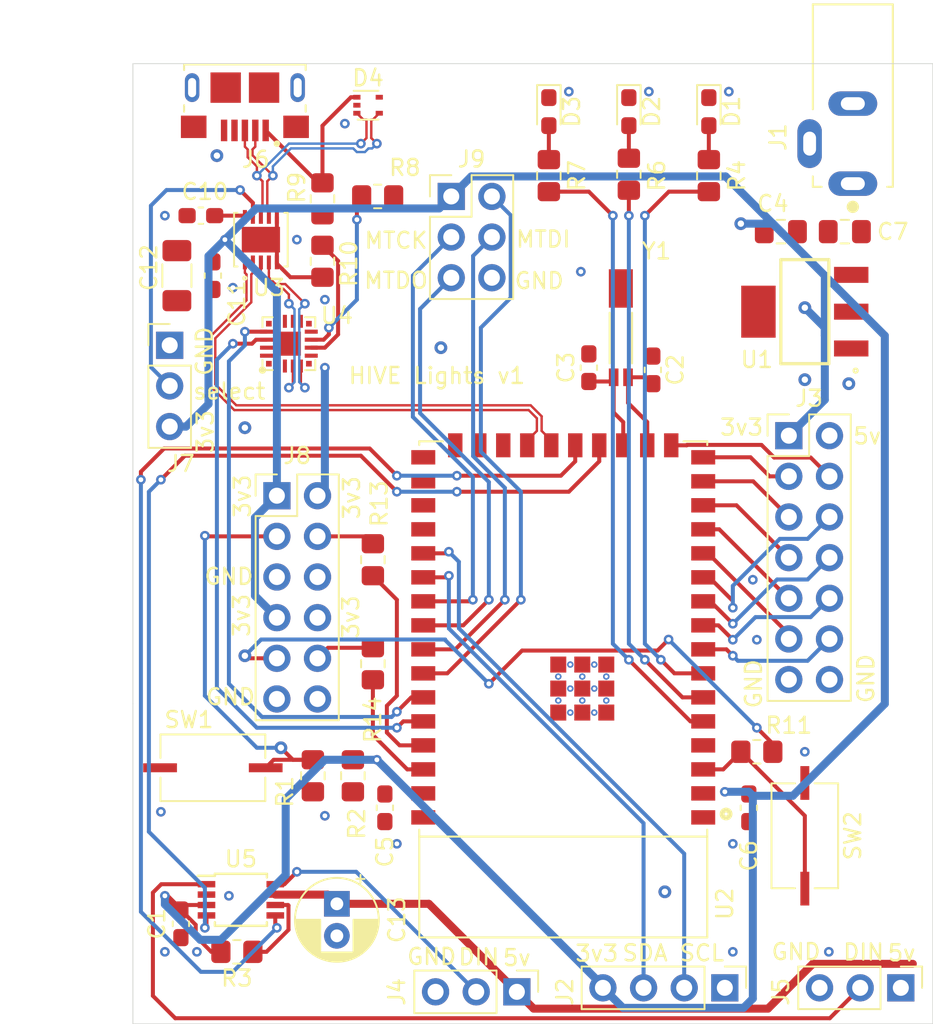
<source format=kicad_pcb>
(kicad_pcb (version 20171130) (host pcbnew "(5.1.10)-1")

  (general
    (thickness 1.6)
    (drawings 32)
    (tracks 471)
    (zones 0)
    (modules 47)
    (nets 71)
  )

  (page A4)
  (layers
    (0 F.Cu signal)
    (31 B.Cu signal)
    (32 B.Adhes user hide)
    (33 F.Adhes user hide)
    (34 B.Paste user hide)
    (35 F.Paste user hide)
    (36 B.SilkS user hide)
    (37 F.SilkS user hide)
    (38 B.Mask user hide)
    (39 F.Mask user hide)
    (40 Dwgs.User user hide)
    (41 Cmts.User user hide)
    (42 Eco1.User user hide)
    (43 Eco2.User user hide)
    (44 Edge.Cuts user)
    (45 Margin user hide)
    (46 B.CrtYd user hide)
    (47 F.CrtYd user hide)
    (48 B.Fab user hide)
    (49 F.Fab user hide)
  )

  (setup
    (last_trace_width 0.25)
    (user_trace_width 0.15)
    (user_trace_width 0.5)
    (trace_clearance 0.15)
    (zone_clearance 0.2)
    (zone_45_only no)
    (trace_min 0.15)
    (via_size 0.8)
    (via_drill 0.4)
    (via_min_size 0.5)
    (via_min_drill 0.3)
    (user_via 0.6 0.3)
    (uvia_size 0.3)
    (uvia_drill 0.1)
    (uvias_allowed no)
    (uvia_min_size 0.2)
    (uvia_min_drill 0.1)
    (edge_width 0.05)
    (segment_width 0.2)
    (pcb_text_width 0.3)
    (pcb_text_size 1.5 1.5)
    (mod_edge_width 0.12)
    (mod_text_size 1 1)
    (mod_text_width 0.15)
    (pad_size 0.45 0.3)
    (pad_drill 0)
    (pad_to_mask_clearance 0)
    (aux_axis_origin 0 0)
    (visible_elements 7FFFFFFF)
    (pcbplotparams
      (layerselection 0x010fc_ffffffff)
      (usegerberextensions true)
      (usegerberattributes false)
      (usegerberadvancedattributes false)
      (creategerberjobfile false)
      (excludeedgelayer true)
      (linewidth 0.100000)
      (plotframeref false)
      (viasonmask false)
      (mode 1)
      (useauxorigin false)
      (hpglpennumber 1)
      (hpglpenspeed 20)
      (hpglpendiameter 15.000000)
      (psnegative false)
      (psa4output false)
      (plotreference true)
      (plotvalue false)
      (plotinvisibletext false)
      (padsonsilk false)
      (subtractmaskfromsilk true)
      (outputformat 1)
      (mirror false)
      (drillshape 0)
      (scaleselection 1)
      (outputdirectory "output/"))
  )

  (net 0 "")
  (net 1 GND)
  (net 2 +3V3)
  (net 3 "Net-(C5-Pad1)")
  (net 4 +5V)
  (net 5 "Net-(D1-Pad2)")
  (net 6 "Net-(D2-Pad2)")
  (net 7 "Net-(D3-Pad2)")
  (net 8 "USB)D+")
  (net 9 "USB)D-")
  (net 10 DIN1)
  (net 11 DIN2)
  (net 12 Neopixel2)
  (net 13 Neopixel1)
  (net 14 IO38-SDA)
  (net 15 IO37-SCL)
  (net 16 IO10)
  (net 17 IO9)
  (net 18 IO11)
  (net 19 IO8)
  (net 20 IO12)
  (net 21 IO7)
  (net 22 IO13)
  (net 23 IO6)
  (net 24 IO14)
  (net 25 IO5)
  (net 26 "Net-(J6-Pad4)")
  (net 27 MTMS)
  (net 28 MTDI)
  (net 29 MTDO)
  (net 30 MTCK)
  (net 31 CHIP_PU)
  (net 32 RLED)
  (net 33 GLED)
  (net 34 YLED)
  (net 35 BOOT)
  (net 36 IO45)
  (net 37 IO46)
  (net 38 "Net-(U2-Pad25)")
  (net 39 "Net-(U2-Pad24)")
  (net 40 "ESP32)D+")
  (net 41 "ESP32)D-")
  (net 42 "Net-(U2-Pad27)")
  (net 43 "Net-(U2-Pad28)")
  (net 44 "Net-(U2-Pad29)")
  (net 45 "Net-(U2-Pad30)")
  (net 46 RX0)
  (net 47 TX0)
  (net 48 "Net-(U2-Pad4)")
  (net 49 "UART)D-")
  (net 50 "UART)D+")
  (net 51 "Net-(U4-Pad20)")
  (net 52 "Net-(U4-Pad19)")
  (net 53 "Net-(U4-Pad16)")
  (net 54 "Net-(U4-Pad15)")
  (net 55 "Net-(U4-Pad14)")
  (net 56 "Net-(U4-Pad13)")
  (net 57 "Net-(U4-Pad11)")
  (net 58 "Net-(U4-Pad10)")
  (net 59 "Net-(U4-Pad2)")
  (net 60 "Net-(U4-Pad1)")
  (net 61 "Net-(J8-Pad9)")
  (net 62 "Net-(J8-Pad4)")
  (net 63 "Net-(J8-Pad10)")
  (net 64 /XTAL_P)
  (net 65 /XTAL_N)
  (net 66 VBUS)
  (net 67 /RSTB)
  (net 68 /VSens)
  (net 69 /select)
  (net 70 "Net-(R3-Pad1)")

  (net_class Default "This is the default net class."
    (clearance 0.15)
    (trace_width 0.25)
    (via_dia 0.8)
    (via_drill 0.4)
    (uvia_dia 0.3)
    (uvia_drill 0.1)
    (diff_pair_width 0.15)
    (diff_pair_gap 0.15)
    (add_net +3V3)
    (add_net +5V)
    (add_net /RSTB)
    (add_net /VSens)
    (add_net /XTAL_N)
    (add_net /XTAL_P)
    (add_net /select)
    (add_net BOOT)
    (add_net CHIP_PU)
    (add_net DIN1)
    (add_net DIN2)
    (add_net "ESP32)D+")
    (add_net "ESP32)D-")
    (add_net GLED)
    (add_net GND)
    (add_net IO10)
    (add_net IO11)
    (add_net IO12)
    (add_net IO13)
    (add_net IO14)
    (add_net IO37-SCL)
    (add_net IO38-SDA)
    (add_net IO45)
    (add_net IO46)
    (add_net IO5)
    (add_net IO6)
    (add_net IO7)
    (add_net IO8)
    (add_net IO9)
    (add_net MTCK)
    (add_net MTDI)
    (add_net MTDO)
    (add_net MTMS)
    (add_net Neopixel1)
    (add_net Neopixel2)
    (add_net "Net-(C5-Pad1)")
    (add_net "Net-(D1-Pad2)")
    (add_net "Net-(D2-Pad2)")
    (add_net "Net-(D3-Pad2)")
    (add_net "Net-(J6-Pad4)")
    (add_net "Net-(J8-Pad10)")
    (add_net "Net-(J8-Pad4)")
    (add_net "Net-(J8-Pad9)")
    (add_net "Net-(R3-Pad1)")
    (add_net "Net-(U2-Pad24)")
    (add_net "Net-(U2-Pad25)")
    (add_net "Net-(U2-Pad27)")
    (add_net "Net-(U2-Pad28)")
    (add_net "Net-(U2-Pad29)")
    (add_net "Net-(U2-Pad30)")
    (add_net "Net-(U2-Pad4)")
    (add_net "Net-(U4-Pad1)")
    (add_net "Net-(U4-Pad10)")
    (add_net "Net-(U4-Pad11)")
    (add_net "Net-(U4-Pad13)")
    (add_net "Net-(U4-Pad14)")
    (add_net "Net-(U4-Pad15)")
    (add_net "Net-(U4-Pad16)")
    (add_net "Net-(U4-Pad19)")
    (add_net "Net-(U4-Pad2)")
    (add_net "Net-(U4-Pad20)")
    (add_net RLED)
    (add_net RX0)
    (add_net TX0)
    (add_net "UART)D+")
    (add_net "UART)D-")
    (add_net "USB)D+")
    (add_net "USB)D-")
    (add_net VBUS)
    (add_net YLED)
  )

  (module MountingHole:MountingHole_2.2mm_M2 (layer F.Cu) (tedit 56D1B4CB) (tstamp 622FE0FC)
    (at 75.5 53.25)
    (descr "Mounting Hole 2.2mm, no annular, M2")
    (tags "mounting hole 2.2mm no annular m2")
    (attr virtual)
    (fp_text reference REF** (at 0 -3.2) (layer Dwgs.User)
      (effects (font (size 1 1) (thickness 0.15)))
    )
    (fp_text value MountingHole_2.2mm_M2 (at 0 3.2) (layer F.Fab)
      (effects (font (size 1 1) (thickness 0.15)))
    )
    (fp_circle (center 0 0) (end 2.45 0) (layer F.CrtYd) (width 0.05))
    (fp_circle (center 0 0) (end 2.2 0) (layer Cmts.User) (width 0.15))
    (fp_text user %R (at 0.3 0) (layer F.Fab)
      (effects (font (size 1 1) (thickness 0.15)))
    )
    (pad 1 np_thru_hole circle (at 0 0) (size 2.2 2.2) (drill 2.2) (layers *.Cu *.Mask))
  )

  (module MountingHole:MountingHole_2.2mm_M2 (layer F.Cu) (tedit 56D1B4CB) (tstamp 622FE0FC)
    (at 58 87.5)
    (descr "Mounting Hole 2.2mm, no annular, M2")
    (tags "mounting hole 2.2mm no annular m2")
    (attr virtual)
    (fp_text reference REF** (at 0 -3.2) (layer Dwgs.User)
      (effects (font (size 1 1) (thickness 0.15)))
    )
    (fp_text value MountingHole_2.2mm_M2 (at 0 3.2) (layer F.Fab)
      (effects (font (size 1 1) (thickness 0.15)))
    )
    (fp_circle (center 0 0) (end 2.45 0) (layer F.CrtYd) (width 0.05))
    (fp_circle (center 0 0) (end 2.2 0) (layer Cmts.User) (width 0.15))
    (fp_text user %R (at 0.3 0) (layer F.Fab)
      (effects (font (size 1 1) (thickness 0.15)))
    )
    (pad 1 np_thru_hole circle (at 0 0) (size 2.2 2.2) (drill 2.2) (layers *.Cu *.Mask))
  )

  (module MountingHole:MountingHole_2.2mm_M2 (layer F.Cu) (tedit 56D1B4CB) (tstamp 622FE09F)
    (at 101.5 103)
    (descr "Mounting Hole 2.2mm, no annular, M2")
    (tags "mounting hole 2.2mm no annular m2")
    (attr virtual)
    (fp_text reference REF** (at 0 -3.2) (layer Dwgs.User)
      (effects (font (size 1 1) (thickness 0.15)))
    )
    (fp_text value MountingHole_2.2mm_M2 (at 0 3.2) (layer F.Fab)
      (effects (font (size 1 1) (thickness 0.15)))
    )
    (fp_circle (center 0 0) (end 2.45 0) (layer F.CrtYd) (width 0.05))
    (fp_circle (center 0 0) (end 2.2 0) (layer Cmts.User) (width 0.15))
    (fp_text user %R (at 0.3 0) (layer F.Fab)
      (effects (font (size 1 1) (thickness 0.15)))
    )
    (pad 1 np_thru_hole circle (at 0 0) (size 2.2 2.2) (drill 2.2) (layers *.Cu *.Mask))
  )

  (module HIVE-finalmicrousb:FCI_10118193-0001LF (layer F.Cu) (tedit 622B7A18) (tstamp 622BC800)
    (at 62 51.5 180)
    (path /622AEED1)
    (fp_text reference J6 (at -0.67941 -4.48892) (layer F.SilkS)
      (effects (font (size 1 1) (thickness 0.15)))
    )
    (fp_text value 10118193-0001LF (at 8.17892 3.76872) (layer F.Fab)
      (effects (font (size 1 1) (thickness 0.15)))
    )
    (fp_line (start -4.2 -3.6) (end -4.2 3) (layer F.CrtYd) (width 0.05))
    (fp_line (start -4.2 3) (end 4.2 3) (layer F.CrtYd) (width 0.05))
    (fp_line (start 4.2 3) (end 4.2 -3.6) (layer F.CrtYd) (width 0.05))
    (fp_line (start 4.2 -3.6) (end -4.2 -3.6) (layer F.CrtYd) (width 0.05))
    (fp_circle (center -2 -3.5) (end -1.9 -3.5) (layer F.SilkS) (width 0.2))
    (fp_line (start -3.8 1.45) (end 3.8 1.45) (layer F.SilkS) (width 0.127))
    (fp_line (start -3.8 -2.9) (end 3.8 -2.9) (layer F.Fab) (width 0.127))
    (fp_line (start 3.8 -2.9) (end 3.8 1.45) (layer F.Fab) (width 0.127))
    (fp_line (start 3.8 1.45) (end 3.8 2.15) (layer F.Fab) (width 0.127))
    (fp_line (start 3.8 2.15) (end -3.8 2.15) (layer F.Fab) (width 0.127))
    (fp_line (start -3.8 2.15) (end -3.8 2.1) (layer F.Fab) (width 0.127))
    (fp_line (start -3.8 2.1) (end -3.8 -2.9) (layer F.Fab) (width 0.127))
    (fp_line (start -3.93 2.5) (end -3.75 2.75) (layer F.Fab) (width 0.127))
    (fp_line (start -3.2 2.2) (end -3.2 2.75) (layer F.Fab) (width 0.127))
    (fp_line (start -3.2 2.75) (end 3.2 2.75) (layer F.Fab) (width 0.127))
    (fp_line (start 3.2 2.75) (end 3.2 2.2) (layer F.Fab) (width 0.127))
    (fp_line (start 3.93 2.5) (end 3.75 2.8) (layer F.Fab) (width 0.127))
    (fp_line (start -3.8 -1.5) (end -3.8 -1.1) (layer F.SilkS) (width 0.127))
    (fp_line (start 3.8 -1.1) (end 3.8 -1.5) (layer F.SilkS) (width 0.127))
    (fp_line (start -3.8 1.1) (end -3.8 1.4) (layer F.SilkS) (width 0.127))
    (fp_line (start 3.8 1.1) (end 3.8 1.4) (layer F.SilkS) (width 0.127))
    (fp_line (start 3.8 1.45) (end 6.15 1.45) (layer F.Fab) (width 0.127))
    (fp_text user PCB~END (at 4.75 1.3) (layer F.Fab)
      (effects (font (size 0.32 0.32) (thickness 0.15)))
    )
    (fp_arc (start 3.875 2.325) (end 3.4 2.2) (angle -90) (layer F.Fab) (width 0.127))
    (fp_arc (start 4.065 2.235) (end 3.93 2.5) (angle 90) (layer F.Fab) (width 0.127))
    (fp_arc (start -3.85 2.3) (end -3.4 2.2) (angle 90) (layer F.Fab) (width 0.127))
    (fp_arc (start -4.065 2.235) (end -3.93 2.5) (angle -90) (layer F.Fab) (width 0.127))
    (pad S6 thru_hole oval (at 3.3 0 180) (size 0.9 1.8) (drill oval 0.5 1.2) (layers *.Cu *.Mask)
      (net 1 GND))
    (pad S5 thru_hole oval (at -3.3 0 180) (size 0.9 1.8) (drill oval 0.5 1.2) (layers *.Cu *.Mask)
      (net 1 GND))
    (pad S3 smd rect (at 1.2 0 180) (size 1.9 1.9) (layers F.Cu F.Paste F.Mask)
      (net 1 GND))
    (pad S4 smd rect (at -1.2 0 180) (size 1.9 1.9) (layers F.Cu F.Paste F.Mask)
      (net 1 GND))
    (pad S2 smd rect (at 3.2 -2.45 180) (size 1.6 1.4) (layers F.Cu F.Paste F.Mask)
      (net 1 GND))
    (pad S1 smd rect (at -3.2 -2.45 180) (size 1.6 1.4) (layers F.Cu F.Paste F.Mask)
      (net 1 GND))
    (pad 5 smd rect (at 1.3 -2.675 180) (size 0.4 1.35) (layers F.Cu F.Paste F.Mask)
      (net 1 GND))
    (pad 4 smd rect (at 0.65 -2.675 180) (size 0.4 1.35) (layers F.Cu F.Paste F.Mask)
      (net 26 "Net-(J6-Pad4)"))
    (pad 3 smd rect (at 0 -2.675 180) (size 0.4 1.35) (layers F.Cu F.Paste F.Mask)
      (net 8 "USB)D+"))
    (pad 2 smd rect (at -0.65 -2.675 180) (size 0.4 1.35) (layers F.Cu F.Paste F.Mask)
      (net 9 "USB)D-"))
    (pad 1 smd rect (at -1.3 -2.675 180) (size 0.4 1.35) (layers F.Cu F.Paste F.Mask)
      (net 66 VBUS))
  )

  (module Package_TO_SOT_SMD:SOT-553 (layer F.Cu) (tedit 622F5B50) (tstamp 61E1EB58)
    (at 69.7 52.6)
    (descr SOT553)
    (tags SOT-553)
    (path /62136605)
    (attr smd)
    (fp_text reference D4 (at 0 -1.7) (layer F.SilkS)
      (effects (font (size 1 1) (thickness 0.15)))
    )
    (fp_text value SP0503BAHTG (at 0 1.75) (layer F.Fab)
      (effects (font (size 1 1) (thickness 0.15)))
    )
    (fp_line (start -0.65 -0.5) (end -0.3 -0.85) (layer F.Fab) (width 0.1))
    (fp_line (start 0.65 0.9) (end -0.65 0.9) (layer F.SilkS) (width 0.12))
    (fp_line (start -0.9 -0.9) (end 0.65 -0.9) (layer F.SilkS) (width 0.12))
    (fp_line (start -0.65 -0.5) (end -0.65 0.85) (layer F.Fab) (width 0.1))
    (fp_line (start -0.65 0.85) (end 0.65 0.85) (layer F.Fab) (width 0.1))
    (fp_line (start 0.65 0.85) (end 0.65 -0.85) (layer F.Fab) (width 0.1))
    (fp_line (start 0.65 -0.85) (end -0.3 -0.85) (layer F.Fab) (width 0.1))
    (fp_line (start -1.18 -1.1) (end 1.18 -1.1) (layer F.CrtYd) (width 0.05))
    (fp_line (start -1.18 -1.1) (end -1.18 1.1) (layer F.CrtYd) (width 0.05))
    (fp_line (start 1.18 1.1) (end 1.18 -1.1) (layer F.CrtYd) (width 0.05))
    (fp_line (start 1.18 1.1) (end -1.18 1.1) (layer F.CrtYd) (width 0.05))
    (fp_text user %R (at 0 0 90) (layer F.Fab)
      (effects (font (size 0.4 0.4) (thickness 0.0625)))
    )
    (pad 4 smd rect (at 0.7 0.5) (size 0.45 0.3) (layers F.Cu F.Paste F.Mask)
      (net 9 "USB)D-"))
    (pad 2 smd rect (at -0.7 0) (size 0.45 0.3) (layers F.Cu F.Paste F.Mask)
      (net 1 GND))
    (pad 5 smd rect (at 0.7 -0.5) (size 0.45 0.3) (layers F.Cu F.Paste F.Mask))
    (pad 3 smd rect (at -0.7 0.5) (size 0.45 0.3) (layers F.Cu F.Paste F.Mask)
      (net 8 "USB)D+"))
    (pad 1 smd rect (at -0.7 -0.5) (size 0.45 0.3) (layers F.Cu F.Paste F.Mask)
      (net 66 VBUS))
    (model ${KISYS3DMOD}/Package_TO_SOT_SMD.3dshapes/SOT-553.wrl
      (at (xyz 0 0 0))
      (scale (xyz 1 1 1))
      (rotate (xyz 0 0 0))
    )
  )

  (module HIVE-finaloscillator:XTAL_MS3V-T1R (layer F.Cu) (tedit 622AACE1) (tstamp 622B82EB)
    (at 85.5 66.5)
    (path /622F8AD6)
    (fp_text reference Y1 (at 2.225 -4.785) (layer F.SilkS)
      (effects (font (size 1 1) (thickness 0.15)))
    )
    (fp_text value MS3V-T1R (at 7.305 4.785) (layer F.Fab)
      (effects (font (size 1 1) (thickness 0.15)))
    )
    (fp_line (start -0.7 -3.35) (end -0.7 3.35) (layer F.Fab) (width 0.127))
    (fp_line (start -0.7 3.35) (end 0.7 3.35) (layer F.Fab) (width 0.127))
    (fp_line (start 0.7 3.35) (end 0.7 -3.35) (layer F.Fab) (width 0.127))
    (fp_line (start 0.7 -3.35) (end -0.7 -3.35) (layer F.Fab) (width 0.127))
    (fp_line (start -1 3.9) (end 1 3.9) (layer F.CrtYd) (width 0.05))
    (fp_line (start 1 3.9) (end 1 -3.9) (layer F.CrtYd) (width 0.05))
    (fp_line (start 1 -3.9) (end -1 -3.9) (layer F.CrtYd) (width 0.05))
    (fp_line (start -1 -3.9) (end -1 3.9) (layer F.CrtYd) (width 0.05))
    (fp_line (start -0.7 -0.93) (end -0.7 2.23) (layer F.SilkS) (width 0.127))
    (fp_line (start 0.7 2.23) (end 0.7 -0.93) (layer F.SilkS) (width 0.127))
    (pad S1 smd rect (at 0 -2.45) (size 1.5 2.4) (layers F.Cu F.Paste F.Mask))
    (pad 2 smd rect (at 0.45 3.1) (size 0.6 1.1) (layers F.Cu F.Paste F.Mask)
      (net 64 /XTAL_P))
    (pad 1 smd rect (at -0.45 3.1) (size 0.6 1.1) (layers F.Cu F.Paste F.Mask)
      (net 65 /XTAL_N))
  )

  (module Package_SO:TSSOP-8_3x3mm_P0.65mm (layer F.Cu) (tedit 5A02F25C) (tstamp 622B82DA)
    (at 61.75 102.25)
    (descr "TSSOP8: plastic thin shrink small outline package; 8 leads; body width 3 mm; (see NXP SSOP-TSSOP-VSO-REFLOW.pdf and sot505-1_po.pdf)")
    (tags "SSOP 0.65")
    (path /6231B96A)
    (attr smd)
    (fp_text reference U5 (at 0 -2.55) (layer F.SilkS)
      (effects (font (size 1 1) (thickness 0.15)))
    )
    (fp_text value NTB0102 (at 0 2.55) (layer F.Fab)
      (effects (font (size 1 1) (thickness 0.15)))
    )
    (fp_line (start -0.5 -1.5) (end 1.5 -1.5) (layer F.Fab) (width 0.15))
    (fp_line (start 1.5 -1.5) (end 1.5 1.5) (layer F.Fab) (width 0.15))
    (fp_line (start 1.5 1.5) (end -1.5 1.5) (layer F.Fab) (width 0.15))
    (fp_line (start -1.5 1.5) (end -1.5 -0.5) (layer F.Fab) (width 0.15))
    (fp_line (start -1.5 -0.5) (end -0.5 -1.5) (layer F.Fab) (width 0.15))
    (fp_line (start -2.95 -1.8) (end -2.95 1.8) (layer F.CrtYd) (width 0.05))
    (fp_line (start 2.95 -1.8) (end 2.95 1.8) (layer F.CrtYd) (width 0.05))
    (fp_line (start -2.95 -1.8) (end 2.95 -1.8) (layer F.CrtYd) (width 0.05))
    (fp_line (start -2.95 1.8) (end 2.95 1.8) (layer F.CrtYd) (width 0.05))
    (fp_line (start -1.625 -1.625) (end -1.625 -1.5) (layer F.SilkS) (width 0.15))
    (fp_line (start 1.625 -1.625) (end 1.625 -1.4) (layer F.SilkS) (width 0.15))
    (fp_line (start 1.625 1.625) (end 1.625 1.4) (layer F.SilkS) (width 0.15))
    (fp_line (start -1.625 1.625) (end -1.625 1.4) (layer F.SilkS) (width 0.15))
    (fp_line (start -1.625 -1.625) (end 1.625 -1.625) (layer F.SilkS) (width 0.15))
    (fp_line (start -1.625 1.625) (end 1.625 1.625) (layer F.SilkS) (width 0.15))
    (fp_line (start -1.625 -1.5) (end -2.7 -1.5) (layer F.SilkS) (width 0.15))
    (fp_text user %R (at 0 0) (layer F.Fab)
      (effects (font (size 0.6 0.6) (thickness 0.15)))
    )
    (pad 8 smd rect (at 2.15 -0.975) (size 1.1 0.4) (layers F.Cu F.Paste F.Mask)
      (net 10 DIN1))
    (pad 7 smd rect (at 2.15 -0.325) (size 1.1 0.4) (layers F.Cu F.Paste F.Mask)
      (net 4 +5V))
    (pad 6 smd rect (at 2.15 0.325) (size 1.1 0.4) (layers F.Cu F.Paste F.Mask)
      (net 70 "Net-(R3-Pad1)"))
    (pad 5 smd rect (at 2.15 0.975) (size 1.1 0.4) (layers F.Cu F.Paste F.Mask)
      (net 13 Neopixel1))
    (pad 4 smd rect (at -2.15 0.975) (size 1.1 0.4) (layers F.Cu F.Paste F.Mask)
      (net 12 Neopixel2))
    (pad 3 smd rect (at -2.15 0.325) (size 1.1 0.4) (layers F.Cu F.Paste F.Mask)
      (net 2 +3V3))
    (pad 2 smd rect (at -2.15 -0.325) (size 1.1 0.4) (layers F.Cu F.Paste F.Mask)
      (net 1 GND))
    (pad 1 smd rect (at -2.15 -0.975) (size 1.1 0.4) (layers F.Cu F.Paste F.Mask)
      (net 11 DIN2))
    (model ${KISYS3DMOD}/Package_SO.3dshapes/TSSOP-8_3x3mm_P0.65mm.wrl
      (at (xyz 0 0 0))
      (scale (xyz 1 1 1))
      (rotate (xyz 0 0 0))
    )
  )

  (module HIVE-linreg:SOT230P700X180-4N (layer F.Cu) (tedit 622AAAB0) (tstamp 622B815E)
    (at 97 65.5 180)
    (path /622C7079)
    (fp_text reference U1 (at 3 -3) (layer F.SilkS)
      (effects (font (size 1.000472 1.000472) (thickness 0.15)))
    )
    (fp_text value NCP1117ST33T3G (at 8.26696 4.50232) (layer F.Fab)
      (effects (font (size 1.001449 1.001449) (thickness 0.15)))
    )
    (fp_line (start 1.5 3.25) (end -1.5 3.25) (layer F.SilkS) (width 0.2032))
    (fp_line (start -1.5 3.25) (end -1.5 -3.25) (layer F.SilkS) (width 0.2032))
    (fp_line (start -1.5 -3.25) (end 1.5 -3.25) (layer F.SilkS) (width 0.2032))
    (fp_line (start 1.5 -3.25) (end 1.5 3.25) (layer F.SilkS) (width 0.2032))
    (fp_poly (pts (xy 1.1318 -0.9271) (xy 4.3307 -0.9271) (xy 4.3307 0.928327) (xy 1.1318 0.928327)) (layer F.Fab) (width 0.01))
    (fp_poly (pts (xy -3.16788 -0.9271) (xy -2.2987 -0.9271) (xy -2.2987 0.928737) (xy -3.16788 0.928737)) (layer F.Fab) (width 0.01))
    (fp_poly (pts (xy -3.16692 -3.2385) (xy -2.2987 -3.2385) (xy -2.2987 -1.38632) (xy -3.16692 -1.38632)) (layer F.Fab) (width 0.01))
    (fp_poly (pts (xy -3.16556 1.3843) (xy -2.2987 1.3843) (xy -2.2987 3.24184) (xy -3.16556 3.24184)) (layer F.Fab) (width 0.01))
    (fp_poly (pts (xy 1.13038 -0.9271) (xy 4.3307 -0.9271) (xy 4.3307 0.927169) (xy 1.13038 0.927169)) (layer F.Fab) (width 0.01))
    (fp_poly (pts (xy -3.16556 -0.9271) (xy -2.2987 -0.9271) (xy -2.2987 0.928055) (xy -3.16556 0.928055)) (layer F.Fab) (width 0.01))
    (fp_poly (pts (xy -3.166 -3.2385) (xy -2.2987 -3.2385) (xy -2.2987 -1.38592) (xy -3.166 -1.38592)) (layer F.Fab) (width 0.01))
    (fp_poly (pts (xy -3.16794 1.3843) (xy -2.2987 1.3843) (xy -2.2987 3.24428) (xy -3.16794 3.24428)) (layer F.Fab) (width 0.01))
    (fp_circle (center -3.175 -3.683) (end -3.048 -3.683) (layer F.SilkS) (width 0.127))
    (fp_line (start -4.25 -3.6) (end 4.25 -3.6) (layer F.CrtYd) (width 0.05))
    (fp_line (start 4.25 -3.6) (end 4.25 3.6) (layer F.CrtYd) (width 0.05))
    (fp_line (start 4.25 3.6) (end -4.25 3.6) (layer F.CrtYd) (width 0.05))
    (fp_line (start -4.25 3.6) (end -4.25 -3.6) (layer F.CrtYd) (width 0.05))
    (pad 4 smd rect (at 2.9 0 90) (size 3.25 2.15) (layers F.Cu F.Paste F.Mask)
      (net 2 +3V3))
    (pad 3 smd rect (at -2.9 2.3 90) (size 1 2.15) (layers F.Cu F.Paste F.Mask)
      (net 4 +5V))
    (pad 2 smd rect (at -2.9 0 90) (size 1 2.15) (layers F.Cu F.Paste F.Mask)
      (net 2 +3V3))
    (pad 1 smd rect (at -2.9 -2.3 90) (size 1 2.15) (layers F.Cu F.Paste F.Mask)
      (net 1 GND))
  )

  (module Resistor_SMD:R_0805_2012Metric_Pad1.20x1.40mm_HandSolder (layer F.Cu) (tedit 5F68FEEE) (tstamp 622B7F95)
    (at 61.5 105.5 180)
    (descr "Resistor SMD 0805 (2012 Metric), square (rectangular) end terminal, IPC_7351 nominal with elongated pad for handsoldering. (Body size source: IPC-SM-782 page 72, https://www.pcb-3d.com/wordpress/wp-content/uploads/ipc-sm-782a_amendment_1_and_2.pdf), generated with kicad-footprint-generator")
    (tags "resistor handsolder")
    (path /62346073)
    (attr smd)
    (fp_text reference R3 (at 0 -1.65) (layer F.SilkS)
      (effects (font (size 1 1) (thickness 0.15)))
    )
    (fp_text value 10k (at 0 1.65) (layer F.Fab)
      (effects (font (size 1 1) (thickness 0.15)))
    )
    (fp_line (start -1 0.625) (end -1 -0.625) (layer F.Fab) (width 0.1))
    (fp_line (start -1 -0.625) (end 1 -0.625) (layer F.Fab) (width 0.1))
    (fp_line (start 1 -0.625) (end 1 0.625) (layer F.Fab) (width 0.1))
    (fp_line (start 1 0.625) (end -1 0.625) (layer F.Fab) (width 0.1))
    (fp_line (start -0.227064 -0.735) (end 0.227064 -0.735) (layer F.SilkS) (width 0.12))
    (fp_line (start -0.227064 0.735) (end 0.227064 0.735) (layer F.SilkS) (width 0.12))
    (fp_line (start -1.85 0.95) (end -1.85 -0.95) (layer F.CrtYd) (width 0.05))
    (fp_line (start -1.85 -0.95) (end 1.85 -0.95) (layer F.CrtYd) (width 0.05))
    (fp_line (start 1.85 -0.95) (end 1.85 0.95) (layer F.CrtYd) (width 0.05))
    (fp_line (start 1.85 0.95) (end -1.85 0.95) (layer F.CrtYd) (width 0.05))
    (fp_text user %R (at 0 0) (layer F.Fab)
      (effects (font (size 0.5 0.5) (thickness 0.08)))
    )
    (pad 2 smd roundrect (at 1 0 180) (size 1.2 1.4) (layers F.Cu F.Paste F.Mask) (roundrect_rratio 0.2083325)
      (net 2 +3V3))
    (pad 1 smd roundrect (at -1 0 180) (size 1.2 1.4) (layers F.Cu F.Paste F.Mask) (roundrect_rratio 0.2083325)
      (net 70 "Net-(R3-Pad1)"))
    (model ${KISYS3DMOD}/Resistor_SMD.3dshapes/R_0805_2012Metric.wrl
      (at (xyz 0 0 0))
      (scale (xyz 1 1 1))
      (rotate (xyz 0 0 0))
    )
  )

  (module Capacitor_THT:CP_Radial_D5.0mm_P2.00mm (layer F.Cu) (tedit 5AE50EF0) (tstamp 622B7CEC)
    (at 67.75 102.5 270)
    (descr "CP, Radial series, Radial, pin pitch=2.00mm, , diameter=5mm, Electrolytic Capacitor")
    (tags "CP Radial series Radial pin pitch 2.00mm  diameter 5mm Electrolytic Capacitor")
    (path /6234F0B0)
    (fp_text reference C13 (at 1 -3.75 90) (layer F.SilkS)
      (effects (font (size 1 1) (thickness 0.15)))
    )
    (fp_text value "100 uF" (at 1 3.75 90) (layer F.Fab)
      (effects (font (size 1 1) (thickness 0.15)))
    )
    (fp_circle (center 1 0) (end 3.5 0) (layer F.Fab) (width 0.1))
    (fp_circle (center 1 0) (end 3.62 0) (layer F.SilkS) (width 0.12))
    (fp_circle (center 1 0) (end 3.75 0) (layer F.CrtYd) (width 0.05))
    (fp_line (start -1.133605 -1.0875) (end -0.633605 -1.0875) (layer F.Fab) (width 0.1))
    (fp_line (start -0.883605 -1.3375) (end -0.883605 -0.8375) (layer F.Fab) (width 0.1))
    (fp_line (start 1 1.04) (end 1 2.58) (layer F.SilkS) (width 0.12))
    (fp_line (start 1 -2.58) (end 1 -1.04) (layer F.SilkS) (width 0.12))
    (fp_line (start 1.04 1.04) (end 1.04 2.58) (layer F.SilkS) (width 0.12))
    (fp_line (start 1.04 -2.58) (end 1.04 -1.04) (layer F.SilkS) (width 0.12))
    (fp_line (start 1.08 -2.579) (end 1.08 -1.04) (layer F.SilkS) (width 0.12))
    (fp_line (start 1.08 1.04) (end 1.08 2.579) (layer F.SilkS) (width 0.12))
    (fp_line (start 1.12 -2.578) (end 1.12 -1.04) (layer F.SilkS) (width 0.12))
    (fp_line (start 1.12 1.04) (end 1.12 2.578) (layer F.SilkS) (width 0.12))
    (fp_line (start 1.16 -2.576) (end 1.16 -1.04) (layer F.SilkS) (width 0.12))
    (fp_line (start 1.16 1.04) (end 1.16 2.576) (layer F.SilkS) (width 0.12))
    (fp_line (start 1.2 -2.573) (end 1.2 -1.04) (layer F.SilkS) (width 0.12))
    (fp_line (start 1.2 1.04) (end 1.2 2.573) (layer F.SilkS) (width 0.12))
    (fp_line (start 1.24 -2.569) (end 1.24 -1.04) (layer F.SilkS) (width 0.12))
    (fp_line (start 1.24 1.04) (end 1.24 2.569) (layer F.SilkS) (width 0.12))
    (fp_line (start 1.28 -2.565) (end 1.28 -1.04) (layer F.SilkS) (width 0.12))
    (fp_line (start 1.28 1.04) (end 1.28 2.565) (layer F.SilkS) (width 0.12))
    (fp_line (start 1.32 -2.561) (end 1.32 -1.04) (layer F.SilkS) (width 0.12))
    (fp_line (start 1.32 1.04) (end 1.32 2.561) (layer F.SilkS) (width 0.12))
    (fp_line (start 1.36 -2.556) (end 1.36 -1.04) (layer F.SilkS) (width 0.12))
    (fp_line (start 1.36 1.04) (end 1.36 2.556) (layer F.SilkS) (width 0.12))
    (fp_line (start 1.4 -2.55) (end 1.4 -1.04) (layer F.SilkS) (width 0.12))
    (fp_line (start 1.4 1.04) (end 1.4 2.55) (layer F.SilkS) (width 0.12))
    (fp_line (start 1.44 -2.543) (end 1.44 -1.04) (layer F.SilkS) (width 0.12))
    (fp_line (start 1.44 1.04) (end 1.44 2.543) (layer F.SilkS) (width 0.12))
    (fp_line (start 1.48 -2.536) (end 1.48 -1.04) (layer F.SilkS) (width 0.12))
    (fp_line (start 1.48 1.04) (end 1.48 2.536) (layer F.SilkS) (width 0.12))
    (fp_line (start 1.52 -2.528) (end 1.52 -1.04) (layer F.SilkS) (width 0.12))
    (fp_line (start 1.52 1.04) (end 1.52 2.528) (layer F.SilkS) (width 0.12))
    (fp_line (start 1.56 -2.52) (end 1.56 -1.04) (layer F.SilkS) (width 0.12))
    (fp_line (start 1.56 1.04) (end 1.56 2.52) (layer F.SilkS) (width 0.12))
    (fp_line (start 1.6 -2.511) (end 1.6 -1.04) (layer F.SilkS) (width 0.12))
    (fp_line (start 1.6 1.04) (end 1.6 2.511) (layer F.SilkS) (width 0.12))
    (fp_line (start 1.64 -2.501) (end 1.64 -1.04) (layer F.SilkS) (width 0.12))
    (fp_line (start 1.64 1.04) (end 1.64 2.501) (layer F.SilkS) (width 0.12))
    (fp_line (start 1.68 -2.491) (end 1.68 -1.04) (layer F.SilkS) (width 0.12))
    (fp_line (start 1.68 1.04) (end 1.68 2.491) (layer F.SilkS) (width 0.12))
    (fp_line (start 1.721 -2.48) (end 1.721 -1.04) (layer F.SilkS) (width 0.12))
    (fp_line (start 1.721 1.04) (end 1.721 2.48) (layer F.SilkS) (width 0.12))
    (fp_line (start 1.761 -2.468) (end 1.761 -1.04) (layer F.SilkS) (width 0.12))
    (fp_line (start 1.761 1.04) (end 1.761 2.468) (layer F.SilkS) (width 0.12))
    (fp_line (start 1.801 -2.455) (end 1.801 -1.04) (layer F.SilkS) (width 0.12))
    (fp_line (start 1.801 1.04) (end 1.801 2.455) (layer F.SilkS) (width 0.12))
    (fp_line (start 1.841 -2.442) (end 1.841 -1.04) (layer F.SilkS) (width 0.12))
    (fp_line (start 1.841 1.04) (end 1.841 2.442) (layer F.SilkS) (width 0.12))
    (fp_line (start 1.881 -2.428) (end 1.881 -1.04) (layer F.SilkS) (width 0.12))
    (fp_line (start 1.881 1.04) (end 1.881 2.428) (layer F.SilkS) (width 0.12))
    (fp_line (start 1.921 -2.414) (end 1.921 -1.04) (layer F.SilkS) (width 0.12))
    (fp_line (start 1.921 1.04) (end 1.921 2.414) (layer F.SilkS) (width 0.12))
    (fp_line (start 1.961 -2.398) (end 1.961 -1.04) (layer F.SilkS) (width 0.12))
    (fp_line (start 1.961 1.04) (end 1.961 2.398) (layer F.SilkS) (width 0.12))
    (fp_line (start 2.001 -2.382) (end 2.001 -1.04) (layer F.SilkS) (width 0.12))
    (fp_line (start 2.001 1.04) (end 2.001 2.382) (layer F.SilkS) (width 0.12))
    (fp_line (start 2.041 -2.365) (end 2.041 -1.04) (layer F.SilkS) (width 0.12))
    (fp_line (start 2.041 1.04) (end 2.041 2.365) (layer F.SilkS) (width 0.12))
    (fp_line (start 2.081 -2.348) (end 2.081 -1.04) (layer F.SilkS) (width 0.12))
    (fp_line (start 2.081 1.04) (end 2.081 2.348) (layer F.SilkS) (width 0.12))
    (fp_line (start 2.121 -2.329) (end 2.121 -1.04) (layer F.SilkS) (width 0.12))
    (fp_line (start 2.121 1.04) (end 2.121 2.329) (layer F.SilkS) (width 0.12))
    (fp_line (start 2.161 -2.31) (end 2.161 -1.04) (layer F.SilkS) (width 0.12))
    (fp_line (start 2.161 1.04) (end 2.161 2.31) (layer F.SilkS) (width 0.12))
    (fp_line (start 2.201 -2.29) (end 2.201 -1.04) (layer F.SilkS) (width 0.12))
    (fp_line (start 2.201 1.04) (end 2.201 2.29) (layer F.SilkS) (width 0.12))
    (fp_line (start 2.241 -2.268) (end 2.241 -1.04) (layer F.SilkS) (width 0.12))
    (fp_line (start 2.241 1.04) (end 2.241 2.268) (layer F.SilkS) (width 0.12))
    (fp_line (start 2.281 -2.247) (end 2.281 -1.04) (layer F.SilkS) (width 0.12))
    (fp_line (start 2.281 1.04) (end 2.281 2.247) (layer F.SilkS) (width 0.12))
    (fp_line (start 2.321 -2.224) (end 2.321 -1.04) (layer F.SilkS) (width 0.12))
    (fp_line (start 2.321 1.04) (end 2.321 2.224) (layer F.SilkS) (width 0.12))
    (fp_line (start 2.361 -2.2) (end 2.361 -1.04) (layer F.SilkS) (width 0.12))
    (fp_line (start 2.361 1.04) (end 2.361 2.2) (layer F.SilkS) (width 0.12))
    (fp_line (start 2.401 -2.175) (end 2.401 -1.04) (layer F.SilkS) (width 0.12))
    (fp_line (start 2.401 1.04) (end 2.401 2.175) (layer F.SilkS) (width 0.12))
    (fp_line (start 2.441 -2.149) (end 2.441 -1.04) (layer F.SilkS) (width 0.12))
    (fp_line (start 2.441 1.04) (end 2.441 2.149) (layer F.SilkS) (width 0.12))
    (fp_line (start 2.481 -2.122) (end 2.481 -1.04) (layer F.SilkS) (width 0.12))
    (fp_line (start 2.481 1.04) (end 2.481 2.122) (layer F.SilkS) (width 0.12))
    (fp_line (start 2.521 -2.095) (end 2.521 -1.04) (layer F.SilkS) (width 0.12))
    (fp_line (start 2.521 1.04) (end 2.521 2.095) (layer F.SilkS) (width 0.12))
    (fp_line (start 2.561 -2.065) (end 2.561 -1.04) (layer F.SilkS) (width 0.12))
    (fp_line (start 2.561 1.04) (end 2.561 2.065) (layer F.SilkS) (width 0.12))
    (fp_line (start 2.601 -2.035) (end 2.601 -1.04) (layer F.SilkS) (width 0.12))
    (fp_line (start 2.601 1.04) (end 2.601 2.035) (layer F.SilkS) (width 0.12))
    (fp_line (start 2.641 -2.004) (end 2.641 -1.04) (layer F.SilkS) (width 0.12))
    (fp_line (start 2.641 1.04) (end 2.641 2.004) (layer F.SilkS) (width 0.12))
    (fp_line (start 2.681 -1.971) (end 2.681 -1.04) (layer F.SilkS) (width 0.12))
    (fp_line (start 2.681 1.04) (end 2.681 1.971) (layer F.SilkS) (width 0.12))
    (fp_line (start 2.721 -1.937) (end 2.721 -1.04) (layer F.SilkS) (width 0.12))
    (fp_line (start 2.721 1.04) (end 2.721 1.937) (layer F.SilkS) (width 0.12))
    (fp_line (start 2.761 -1.901) (end 2.761 -1.04) (layer F.SilkS) (width 0.12))
    (fp_line (start 2.761 1.04) (end 2.761 1.901) (layer F.SilkS) (width 0.12))
    (fp_line (start 2.801 -1.864) (end 2.801 -1.04) (layer F.SilkS) (width 0.12))
    (fp_line (start 2.801 1.04) (end 2.801 1.864) (layer F.SilkS) (width 0.12))
    (fp_line (start 2.841 -1.826) (end 2.841 -1.04) (layer F.SilkS) (width 0.12))
    (fp_line (start 2.841 1.04) (end 2.841 1.826) (layer F.SilkS) (width 0.12))
    (fp_line (start 2.881 -1.785) (end 2.881 -1.04) (layer F.SilkS) (width 0.12))
    (fp_line (start 2.881 1.04) (end 2.881 1.785) (layer F.SilkS) (width 0.12))
    (fp_line (start 2.921 -1.743) (end 2.921 -1.04) (layer F.SilkS) (width 0.12))
    (fp_line (start 2.921 1.04) (end 2.921 1.743) (layer F.SilkS) (width 0.12))
    (fp_line (start 2.961 -1.699) (end 2.961 -1.04) (layer F.SilkS) (width 0.12))
    (fp_line (start 2.961 1.04) (end 2.961 1.699) (layer F.SilkS) (width 0.12))
    (fp_line (start 3.001 -1.653) (end 3.001 -1.04) (layer F.SilkS) (width 0.12))
    (fp_line (start 3.001 1.04) (end 3.001 1.653) (layer F.SilkS) (width 0.12))
    (fp_line (start 3.041 -1.605) (end 3.041 1.605) (layer F.SilkS) (width 0.12))
    (fp_line (start 3.081 -1.554) (end 3.081 1.554) (layer F.SilkS) (width 0.12))
    (fp_line (start 3.121 -1.5) (end 3.121 1.5) (layer F.SilkS) (width 0.12))
    (fp_line (start 3.161 -1.443) (end 3.161 1.443) (layer F.SilkS) (width 0.12))
    (fp_line (start 3.201 -1.383) (end 3.201 1.383) (layer F.SilkS) (width 0.12))
    (fp_line (start 3.241 -1.319) (end 3.241 1.319) (layer F.SilkS) (width 0.12))
    (fp_line (start 3.281 -1.251) (end 3.281 1.251) (layer F.SilkS) (width 0.12))
    (fp_line (start 3.321 -1.178) (end 3.321 1.178) (layer F.SilkS) (width 0.12))
    (fp_line (start 3.361 -1.098) (end 3.361 1.098) (layer F.SilkS) (width 0.12))
    (fp_line (start 3.401 -1.011) (end 3.401 1.011) (layer F.SilkS) (width 0.12))
    (fp_line (start 3.441 -0.915) (end 3.441 0.915) (layer F.SilkS) (width 0.12))
    (fp_line (start 3.481 -0.805) (end 3.481 0.805) (layer F.SilkS) (width 0.12))
    (fp_line (start 3.521 -0.677) (end 3.521 0.677) (layer F.SilkS) (width 0.12))
    (fp_line (start 3.561 -0.518) (end 3.561 0.518) (layer F.SilkS) (width 0.12))
    (fp_line (start 3.601 -0.284) (end 3.601 0.284) (layer F.SilkS) (width 0.12))
    (fp_line (start -1.804775 -1.475) (end -1.304775 -1.475) (layer F.SilkS) (width 0.12))
    (fp_line (start -1.554775 -1.725) (end -1.554775 -1.225) (layer F.SilkS) (width 0.12))
    (fp_text user %R (at 1 0 90) (layer F.Fab)
      (effects (font (size 1 1) (thickness 0.15)))
    )
    (pad 2 thru_hole circle (at 2 0 270) (size 1.6 1.6) (drill 0.8) (layers *.Cu *.Mask)
      (net 1 GND))
    (pad 1 thru_hole rect (at 0 0 270) (size 1.6 1.6) (drill 0.8) (layers *.Cu *.Mask)
      (net 4 +5V))
    (model ${KISYS3DMOD}/Capacitor_THT.3dshapes/CP_Radial_D5.0mm_P2.00mm.wrl
      (at (xyz 0 0 0))
      (scale (xyz 1 1 1))
      (rotate (xyz 0 0 0))
    )
  )

  (module Capacitor_SMD:C_1206_3216Metric_Pad1.33x1.80mm_HandSolder (layer F.Cu) (tedit 5F68FEEF) (tstamp 61E1EB08)
    (at 57.75 63.25 270)
    (descr "Capacitor SMD 1206 (3216 Metric), square (rectangular) end terminal, IPC_7351 nominal with elongated pad for handsoldering. (Body size source: IPC-SM-782 page 76, https://www.pcb-3d.com/wordpress/wp-content/uploads/ipc-sm-782a_amendment_1_and_2.pdf), generated with kicad-footprint-generator")
    (tags "capacitor handsolder")
    (path /6201085D)
    (attr smd)
    (fp_text reference C12 (at -0.5 1.75 90) (layer F.SilkS)
      (effects (font (size 1 1) (thickness 0.15)))
    )
    (fp_text value "4.7 uF" (at 0 1.85 90) (layer F.Fab)
      (effects (font (size 1 1) (thickness 0.15)))
    )
    (fp_line (start -1.6 0.8) (end -1.6 -0.8) (layer F.Fab) (width 0.1))
    (fp_line (start -1.6 -0.8) (end 1.6 -0.8) (layer F.Fab) (width 0.1))
    (fp_line (start 1.6 -0.8) (end 1.6 0.8) (layer F.Fab) (width 0.1))
    (fp_line (start 1.6 0.8) (end -1.6 0.8) (layer F.Fab) (width 0.1))
    (fp_line (start -0.711252 -0.91) (end 0.711252 -0.91) (layer F.SilkS) (width 0.12))
    (fp_line (start -0.711252 0.91) (end 0.711252 0.91) (layer F.SilkS) (width 0.12))
    (fp_line (start -2.48 1.15) (end -2.48 -1.15) (layer F.CrtYd) (width 0.05))
    (fp_line (start -2.48 -1.15) (end 2.48 -1.15) (layer F.CrtYd) (width 0.05))
    (fp_line (start 2.48 -1.15) (end 2.48 1.15) (layer F.CrtYd) (width 0.05))
    (fp_line (start 2.48 1.15) (end -2.48 1.15) (layer F.CrtYd) (width 0.05))
    (fp_text user %R (at 0 0 90) (layer F.Fab)
      (effects (font (size 0.8 0.8) (thickness 0.12)))
    )
    (pad 2 smd roundrect (at 1.5625 0 270) (size 1.325 1.8) (layers F.Cu F.Paste F.Mask) (roundrect_rratio 0.1886784905660377)
      (net 1 GND))
    (pad 1 smd roundrect (at -1.5625 0 270) (size 1.325 1.8) (layers F.Cu F.Paste F.Mask) (roundrect_rratio 0.1886784905660377)
      (net 2 +3V3))
    (model ${KISYS3DMOD}/Capacitor_SMD.3dshapes/C_1206_3216Metric.wrl
      (at (xyz 0 0 0))
      (scale (xyz 1 1 1))
      (rotate (xyz 0 0 0))
    )
  )

  (module Capacitor_SMD:C_0805_2012Metric_Pad1.18x1.45mm_HandSolder (layer F.Cu) (tedit 5F68FEEF) (tstamp 61E1EA41)
    (at 99.5 60.5)
    (descr "Capacitor SMD 0805 (2012 Metric), square (rectangular) end terminal, IPC_7351 nominal with elongated pad for handsoldering. (Body size source: IPC-SM-782 page 76, https://www.pcb-3d.com/wordpress/wp-content/uploads/ipc-sm-782a_amendment_1_and_2.pdf, https://docs.google.com/spreadsheets/d/1BsfQQcO9C6DZCsRaXUlFlo91Tg2WpOkGARC1WS5S8t0/edit?usp=sharing), generated with kicad-footprint-generator")
    (tags "capacitor handsolder")
    (path /61C1B174)
    (attr smd)
    (fp_text reference C7 (at 3 0) (layer F.SilkS)
      (effects (font (size 1 1) (thickness 0.15)))
    )
    (fp_text value "10 uF" (at 0 1.68) (layer F.Fab)
      (effects (font (size 1 1) (thickness 0.15)))
    )
    (fp_line (start -1 0.625) (end -1 -0.625) (layer F.Fab) (width 0.1))
    (fp_line (start -1 -0.625) (end 1 -0.625) (layer F.Fab) (width 0.1))
    (fp_line (start 1 -0.625) (end 1 0.625) (layer F.Fab) (width 0.1))
    (fp_line (start 1 0.625) (end -1 0.625) (layer F.Fab) (width 0.1))
    (fp_line (start -0.261252 -0.735) (end 0.261252 -0.735) (layer F.SilkS) (width 0.12))
    (fp_line (start -0.261252 0.735) (end 0.261252 0.735) (layer F.SilkS) (width 0.12))
    (fp_line (start -1.88 0.98) (end -1.88 -0.98) (layer F.CrtYd) (width 0.05))
    (fp_line (start -1.88 -0.98) (end 1.88 -0.98) (layer F.CrtYd) (width 0.05))
    (fp_line (start 1.88 -0.98) (end 1.88 0.98) (layer F.CrtYd) (width 0.05))
    (fp_line (start 1.88 0.98) (end -1.88 0.98) (layer F.CrtYd) (width 0.05))
    (fp_text user %R (at 0 0) (layer F.Fab)
      (effects (font (size 0.5 0.5) (thickness 0.08)))
    )
    (pad 2 smd roundrect (at 1.0375 0) (size 1.175 1.45) (layers F.Cu F.Paste F.Mask) (roundrect_rratio 0.2127659574468085)
      (net 4 +5V))
    (pad 1 smd roundrect (at -1.0375 0) (size 1.175 1.45) (layers F.Cu F.Paste F.Mask) (roundrect_rratio 0.2127659574468085)
      (net 1 GND))
    (model ${KISYS3DMOD}/Capacitor_SMD.3dshapes/C_0805_2012Metric.wrl
      (at (xyz 0 0 0))
      (scale (xyz 1 1 1))
      (rotate (xyz 0 0 0))
    )
  )

  (module Capacitor_SMD:C_0805_2012Metric_Pad1.18x1.45mm_HandSolder (layer F.Cu) (tedit 5F68FEEF) (tstamp 61E1EA0E)
    (at 95.5 60.5)
    (descr "Capacitor SMD 0805 (2012 Metric), square (rectangular) end terminal, IPC_7351 nominal with elongated pad for handsoldering. (Body size source: IPC-SM-782 page 76, https://www.pcb-3d.com/wordpress/wp-content/uploads/ipc-sm-782a_amendment_1_and_2.pdf, https://docs.google.com/spreadsheets/d/1BsfQQcO9C6DZCsRaXUlFlo91Tg2WpOkGARC1WS5S8t0/edit?usp=sharing), generated with kicad-footprint-generator")
    (tags "capacitor handsolder")
    (path /61C1E49D)
    (attr smd)
    (fp_text reference C4 (at -0.5 -1.75) (layer F.SilkS)
      (effects (font (size 1 1) (thickness 0.15)))
    )
    (fp_text value "10 uF" (at 0 1.68) (layer F.Fab)
      (effects (font (size 1 1) (thickness 0.15)))
    )
    (fp_line (start -1 0.625) (end -1 -0.625) (layer F.Fab) (width 0.1))
    (fp_line (start -1 -0.625) (end 1 -0.625) (layer F.Fab) (width 0.1))
    (fp_line (start 1 -0.625) (end 1 0.625) (layer F.Fab) (width 0.1))
    (fp_line (start 1 0.625) (end -1 0.625) (layer F.Fab) (width 0.1))
    (fp_line (start -0.261252 -0.735) (end 0.261252 -0.735) (layer F.SilkS) (width 0.12))
    (fp_line (start -0.261252 0.735) (end 0.261252 0.735) (layer F.SilkS) (width 0.12))
    (fp_line (start -1.88 0.98) (end -1.88 -0.98) (layer F.CrtYd) (width 0.05))
    (fp_line (start -1.88 -0.98) (end 1.88 -0.98) (layer F.CrtYd) (width 0.05))
    (fp_line (start 1.88 -0.98) (end 1.88 0.98) (layer F.CrtYd) (width 0.05))
    (fp_line (start 1.88 0.98) (end -1.88 0.98) (layer F.CrtYd) (width 0.05))
    (fp_text user %R (at 0 0) (layer F.Fab)
      (effects (font (size 0.5 0.5) (thickness 0.08)))
    )
    (pad 2 smd roundrect (at 1.0375 0) (size 1.175 1.45) (layers F.Cu F.Paste F.Mask) (roundrect_rratio 0.2127659574468085)
      (net 1 GND))
    (pad 1 smd roundrect (at -1.0375 0) (size 1.175 1.45) (layers F.Cu F.Paste F.Mask) (roundrect_rratio 0.2127659574468085)
      (net 2 +3V3))
    (model ${KISYS3DMOD}/Capacitor_SMD.3dshapes/C_0805_2012Metric.wrl
      (at (xyz 0 0 0))
      (scale (xyz 1 1 1))
      (rotate (xyz 0 0 0))
    )
  )

  (module Capacitor_SMD:C_0603_1608Metric_Pad1.08x0.95mm_HandSolder (layer F.Cu) (tedit 5F68FEEF) (tstamp 622B7B99)
    (at 58 103.75 270)
    (descr "Capacitor SMD 0603 (1608 Metric), square (rectangular) end terminal, IPC_7351 nominal with elongated pad for handsoldering. (Body size source: IPC-SM-782 page 76, https://www.pcb-3d.com/wordpress/wp-content/uploads/ipc-sm-782a_amendment_1_and_2.pdf), generated with kicad-footprint-generator")
    (tags "capacitor handsolder")
    (path /6235BB18)
    (attr smd)
    (fp_text reference C1 (at 0 1.5 90) (layer F.SilkS)
      (effects (font (size 1 1) (thickness 0.15)))
    )
    (fp_text value "2.2 uF" (at 0 1.43 90) (layer F.Fab)
      (effects (font (size 1 1) (thickness 0.15)))
    )
    (fp_line (start -0.8 0.4) (end -0.8 -0.4) (layer F.Fab) (width 0.1))
    (fp_line (start -0.8 -0.4) (end 0.8 -0.4) (layer F.Fab) (width 0.1))
    (fp_line (start 0.8 -0.4) (end 0.8 0.4) (layer F.Fab) (width 0.1))
    (fp_line (start 0.8 0.4) (end -0.8 0.4) (layer F.Fab) (width 0.1))
    (fp_line (start -0.146267 -0.51) (end 0.146267 -0.51) (layer F.SilkS) (width 0.12))
    (fp_line (start -0.146267 0.51) (end 0.146267 0.51) (layer F.SilkS) (width 0.12))
    (fp_line (start -1.65 0.73) (end -1.65 -0.73) (layer F.CrtYd) (width 0.05))
    (fp_line (start -1.65 -0.73) (end 1.65 -0.73) (layer F.CrtYd) (width 0.05))
    (fp_line (start 1.65 -0.73) (end 1.65 0.73) (layer F.CrtYd) (width 0.05))
    (fp_line (start 1.65 0.73) (end -1.65 0.73) (layer F.CrtYd) (width 0.05))
    (fp_text user %R (at 0 0 90) (layer F.Fab)
      (effects (font (size 0.4 0.4) (thickness 0.06)))
    )
    (pad 2 smd roundrect (at 0.8625 0 270) (size 1.075 0.95) (layers F.Cu F.Paste F.Mask) (roundrect_rratio 0.25)
      (net 1 GND))
    (pad 1 smd roundrect (at -0.8625 0 270) (size 1.075 0.95) (layers F.Cu F.Paste F.Mask) (roundrect_rratio 0.25)
      (net 2 +3V3))
    (model ${KISYS3DMOD}/Capacitor_SMD.3dshapes/C_0603_1608Metric.wrl
      (at (xyz 0 0 0))
      (scale (xyz 1 1 1))
      (rotate (xyz 0 0 0))
    )
  )

  (module HIVE-USB-Switch:PI3USB221EZWEX (layer F.Cu) (tedit 620494B6) (tstamp 61E1EE5A)
    (at 63 61 90)
    (path /61CDE67E)
    (fp_text reference U3 (at -3 0.5 unlocked) (layer F.SilkS)
      (effects (font (size 1 1) (thickness 0.15)))
    )
    (fp_text value PI3USB221EZWEX (at 12 -22 90) (layer F.Fab)
      (effects (font (size 1 1) (thickness 0.15)))
    )
    (fp_line (start -1.6764 1.6764) (end 1.6764 1.6764) (layer F.SilkS) (width 0.12))
    (fp_line (start 1.6764 1.6764) (end 1.6764 1.459741) (layer F.SilkS) (width 0.12))
    (fp_line (start 1.6764 -1.6764) (end -1.6764 -1.6764) (layer F.SilkS) (width 0.12))
    (fp_line (start -1.6764 -1.6764) (end -1.6764 -1.459741) (layer F.SilkS) (width 0.12))
    (fp_line (start -1.5494 1.5494) (end 1.5494 1.5494) (layer F.Fab) (width 0.1))
    (fp_line (start 1.5494 1.5494) (end 1.5494 -1.5494) (layer F.Fab) (width 0.1))
    (fp_line (start 1.5494 -1.5494) (end -1.5494 -1.5494) (layer F.Fab) (width 0.1))
    (fp_line (start -1.5494 -1.5494) (end -1.5494 1.5494) (layer F.Fab) (width 0.1))
    (fp_line (start -1.6764 1.459741) (end -1.6764 1.6764) (layer F.SilkS) (width 0.12))
    (fp_line (start 1.6764 -1.459741) (end 1.6764 -1.6764) (layer F.SilkS) (width 0.12))
    (fp_line (start -2.1082 1.381) (end -2.1082 -1.381) (layer F.CrtYd) (width 0.05))
    (fp_line (start -2.1082 -1.381) (end -1.8034 -1.381) (layer F.CrtYd) (width 0.05))
    (fp_line (start -1.8034 -1.381) (end -1.8034 -1.8034) (layer F.CrtYd) (width 0.05))
    (fp_line (start -1.8034 -1.8034) (end 1.8034 -1.8034) (layer F.CrtYd) (width 0.05))
    (fp_line (start 1.8034 -1.8034) (end 1.8034 -1.381) (layer F.CrtYd) (width 0.05))
    (fp_line (start 1.8034 -1.381) (end 2.1082 -1.381) (layer F.CrtYd) (width 0.05))
    (fp_line (start 2.1082 -1.381) (end 2.1082 1.381) (layer F.CrtYd) (width 0.05))
    (fp_line (start 2.1082 1.381) (end 1.8034 1.381) (layer F.CrtYd) (width 0.05))
    (fp_line (start 1.8034 1.381) (end 1.8034 1.8034) (layer F.CrtYd) (width 0.05))
    (fp_line (start 1.8034 1.8034) (end -1.8034 1.8034) (layer F.CrtYd) (width 0.05))
    (fp_line (start -1.8034 1.8034) (end -1.8034 1.381) (layer F.CrtYd) (width 0.05))
    (fp_line (start -1.8034 1.381) (end -2.1082 1.381) (layer F.CrtYd) (width 0.05))
    (fp_circle (center -2.2058 -1) (end -2.2058 -1) (layer F.CrtYd) (width 0.05))
    (fp_circle (center -2.405 -1) (end -2.3034 -1) (layer F.SilkS) (width 0.12))
    (fp_circle (center -0.9906 -1) (end -0.9144 -1) (layer F.Fab) (width 0.1))
    (fp_arc (start 0 -1.5494) (end -0.3048 -1.5494) (angle -180) (layer F.Fab) (width 0.1))
    (fp_text user 0.067in/1.702mm (at 0 4.5974 90) (layer Dwgs.User)
      (effects (font (size 1 1) (thickness 0.15)))
    )
    (fp_text user 0.098in/2.489mm (at 3.9624 0 90) (layer Dwgs.User)
      (effects (font (size 1 1) (thickness 0.15)))
    )
    (fp_text user 0.034in/0.864mm (at -1.4224 3.3274 90) (layer Dwgs.User)
      (effects (font (size 1 1) (thickness 0.15)))
    )
    (fp_text user 0.112in/2.845mm (at 0 -3.9624 90) (layer Dwgs.User)
      (effects (font (size 1 1) (thickness 0.15)))
    )
    (fp_text user 0.01in/0.254mm (at 4.4704 -1 90) (layer Dwgs.User)
      (effects (font (size 1 1) (thickness 0.15)))
    )
    (fp_text user 0.02in/0.5mm (at -4.4704 -0.75 90) (layer Dwgs.User)
      (effects (font (size 1 1) (thickness 0.15)))
    )
    (fp_text user "Copyright 2021 Accelerated Designs. All rights reserved." (at -2.4 1.4 90) (layer Cmts.User)
      (effects (font (size 0.127 0.127) (thickness 0.002)))
    )
    (pad 11 smd rect (at 0 0 90) (size 1.6018 2.3892) (layers F.Cu F.Paste F.Mask)
      (net 1 GND))
    (pad 10 smd rect (at 1.4224 -1.000001 90) (size 0.8636 0.254) (layers F.Cu F.Paste F.Mask)
      (net 2 +3V3))
    (pad 9 smd rect (at 1.4224 -0.499999 90) (size 0.8636 0.254) (layers F.Cu F.Paste F.Mask)
      (net 69 /select))
    (pad 8 smd rect (at 1.4224 0 90) (size 0.8636 0.254) (layers F.Cu F.Paste F.Mask)
      (net 8 "USB)D+"))
    (pad 7 smd rect (at 1.4224 0.499999 90) (size 0.8636 0.254) (layers F.Cu F.Paste F.Mask)
      (net 9 "USB)D-"))
    (pad 6 smd rect (at 1.4224 1.000001 90) (size 0.8636 0.254) (layers F.Cu F.Paste F.Mask)
      (net 1 GND))
    (pad 5 smd rect (at -1.4224 1.000001 90) (size 0.8636 0.254) (layers F.Cu F.Paste F.Mask)
      (net 1 GND))
    (pad 4 smd rect (at -1.4224 0.499999 90) (size 0.8636 0.254) (layers F.Cu F.Paste F.Mask)
      (net 49 "UART)D-"))
    (pad 3 smd rect (at -1.4224 0 90) (size 0.8636 0.254) (layers F.Cu F.Paste F.Mask)
      (net 50 "UART)D+"))
    (pad 2 smd rect (at -1.4224 -0.499999 90) (size 0.8636 0.254) (layers F.Cu F.Paste F.Mask)
      (net 41 "ESP32)D-"))
    (pad 1 smd rect (at -1.4224 -1.000001 90) (size 0.8636 0.254) (layers F.Cu F.Paste F.Mask)
      (net 40 "ESP32)D+"))
  )

  (module "HIVE-Button:PTS636 SM25F SMTR LFS" (layer F.Cu) (tedit 6205AE27) (tstamp 61E1ED7C)
    (at 60 94 180)
    (path /61E349C3)
    (fp_text reference SW1 (at 1.5 3) (layer F.SilkS)
      (effects (font (size 1 1) (thickness 0.15)))
    )
    (fp_text value SW_DIP_x01 (at 2.5 5.5) (layer F.Fab)
      (effects (font (size 1 1) (thickness 0.15)))
    )
    (fp_circle (center -2.246599 0) (end -2.246599 0) (layer F.Fab) (width 0.1))
    (fp_circle (center -4.4564 0) (end -4.4564 0) (layer F.CrtYd) (width 0.05))
    (fp_line (start -3.4036 0.5334) (end -4.6088 0.5334) (layer F.CrtYd) (width 0.05))
    (fp_line (start -3.4036 2.2098) (end -3.4036 0.5334) (layer F.CrtYd) (width 0.05))
    (fp_line (start 3.4036 2.2098) (end -3.4036 2.2098) (layer F.CrtYd) (width 0.05))
    (fp_line (start 3.4036 0.5334) (end 3.4036 2.2098) (layer F.CrtYd) (width 0.05))
    (fp_line (start 4.6088 0.5334) (end 3.4036 0.5334) (layer F.CrtYd) (width 0.05))
    (fp_line (start 4.6088 -0.5334) (end 4.6088 0.5334) (layer F.CrtYd) (width 0.05))
    (fp_line (start 3.4036 -0.5334) (end 4.6088 -0.5334) (layer F.CrtYd) (width 0.05))
    (fp_line (start 3.4036 -2.2098) (end 3.4036 -0.5334) (layer F.CrtYd) (width 0.05))
    (fp_line (start -3.4036 -2.2098) (end 3.4036 -2.2098) (layer F.CrtYd) (width 0.05))
    (fp_line (start -3.4036 -0.5334) (end -3.4036 -2.2098) (layer F.CrtYd) (width 0.05))
    (fp_line (start -4.6088 -0.5334) (end -3.4036 -0.5334) (layer F.CrtYd) (width 0.05))
    (fp_line (start -4.6088 0.5334) (end -4.6088 -0.5334) (layer F.CrtYd) (width 0.05))
    (fp_line (start 3.2766 -0.61214) (end 3.2766 -2.0828) (layer F.SilkS) (width 0.12))
    (fp_line (start -3.2766 0.61214) (end -3.2766 2.0828) (layer F.SilkS) (width 0.12))
    (fp_line (start -3.1496 -1.9558) (end -3.1496 1.9558) (layer F.Fab) (width 0.1))
    (fp_line (start 3.1496 -1.9558) (end -3.1496 -1.9558) (layer F.Fab) (width 0.1))
    (fp_line (start 3.1496 1.9558) (end 3.1496 -1.9558) (layer F.Fab) (width 0.1))
    (fp_line (start -3.1496 1.9558) (end 3.1496 1.9558) (layer F.Fab) (width 0.1))
    (fp_line (start -3.2766 -2.0828) (end -3.2766 -0.61214) (layer F.SilkS) (width 0.12))
    (fp_line (start 3.2766 -2.0828) (end -3.2766 -2.0828) (layer F.SilkS) (width 0.12))
    (fp_line (start 3.2766 2.0828) (end 3.2766 0.61214) (layer F.SilkS) (width 0.12))
    (fp_line (start -3.2766 2.0828) (end 3.2766 2.0828) (layer F.SilkS) (width 0.12))
    (fp_arc (start 0 -1.9558) (end -0.3048 -1.9558) (angle -180) (layer F.Fab) (width 0.1))
    (fp_text user 0.083in/2.108mm (at -3.3007 3.7338) (layer Dwgs.User)
      (effects (font (size 1 1) (thickness 0.15)))
    )
    (fp_text user 0.26in/6.601mm (at 0 -4.3688) (layer Dwgs.User)
      (effects (font (size 1 1) (thickness 0.15)))
    )
    (fp_text user 0.022in/0.559mm (at 6.3487 0) (layer Dwgs.User)
      (effects (font (size 1 1) (thickness 0.15)))
    )
    (fp_text user 0in/0mm (at -6.3487 0) (layer Dwgs.User)
      (effects (font (size 1 1) (thickness 0.15)))
    )
    (fp_text user * (at 0.5 0.75) (layer F.Fab)
      (effects (font (size 1 1) (thickness 0.15)))
    )
    (fp_text user "Copyright 2021 Accelerated Designs. All rights reserved." (at 0 -3) (layer Cmts.User)
      (effects (font (size 0.127 0.127) (thickness 0.002)))
    )
    (pad 2 smd rect (at 3.3007 0 180) (size 2.1082 0.5588) (layers F.Cu F.Paste F.Mask)
      (net 1 GND))
    (pad 1 smd rect (at -3.3007 0 180) (size 2.1082 0.5588) (layers F.Cu F.Paste F.Mask)
      (net 31 CHIP_PU))
  )

  (module "HIVE-Button:PTS636 SM25F SMTR LFS" (layer F.Cu) (tedit 6205AE27) (tstamp 61E1EDA3)
    (at 97 98.25 90)
    (path /61E56417)
    (fp_text reference SW2 (at 0 3 90) (layer F.SilkS)
      (effects (font (size 1 1) (thickness 0.15)))
    )
    (fp_text value SW_DIP_x01 (at 0 0 90) (layer F.Fab)
      (effects (font (size 1 1) (thickness 0.15)))
    )
    (fp_circle (center -2.246599 0) (end -2.246599 0) (layer F.Fab) (width 0.1))
    (fp_circle (center -4.4564 0) (end -4.4564 0) (layer F.CrtYd) (width 0.05))
    (fp_line (start -3.4036 0.5334) (end -4.6088 0.5334) (layer F.CrtYd) (width 0.05))
    (fp_line (start -3.4036 2.2098) (end -3.4036 0.5334) (layer F.CrtYd) (width 0.05))
    (fp_line (start 3.4036 2.2098) (end -3.4036 2.2098) (layer F.CrtYd) (width 0.05))
    (fp_line (start 3.4036 0.5334) (end 3.4036 2.2098) (layer F.CrtYd) (width 0.05))
    (fp_line (start 4.6088 0.5334) (end 3.4036 0.5334) (layer F.CrtYd) (width 0.05))
    (fp_line (start 4.6088 -0.5334) (end 4.6088 0.5334) (layer F.CrtYd) (width 0.05))
    (fp_line (start 3.4036 -0.5334) (end 4.6088 -0.5334) (layer F.CrtYd) (width 0.05))
    (fp_line (start 3.4036 -2.2098) (end 3.4036 -0.5334) (layer F.CrtYd) (width 0.05))
    (fp_line (start -3.4036 -2.2098) (end 3.4036 -2.2098) (layer F.CrtYd) (width 0.05))
    (fp_line (start -3.4036 -0.5334) (end -3.4036 -2.2098) (layer F.CrtYd) (width 0.05))
    (fp_line (start -4.6088 -0.5334) (end -3.4036 -0.5334) (layer F.CrtYd) (width 0.05))
    (fp_line (start -4.6088 0.5334) (end -4.6088 -0.5334) (layer F.CrtYd) (width 0.05))
    (fp_line (start 3.2766 -0.61214) (end 3.2766 -2.0828) (layer F.SilkS) (width 0.12))
    (fp_line (start -3.2766 0.61214) (end -3.2766 2.0828) (layer F.SilkS) (width 0.12))
    (fp_line (start -3.1496 -1.9558) (end -3.1496 1.9558) (layer F.Fab) (width 0.1))
    (fp_line (start 3.1496 -1.9558) (end -3.1496 -1.9558) (layer F.Fab) (width 0.1))
    (fp_line (start 3.1496 1.9558) (end 3.1496 -1.9558) (layer F.Fab) (width 0.1))
    (fp_line (start -3.1496 1.9558) (end 3.1496 1.9558) (layer F.Fab) (width 0.1))
    (fp_line (start -3.2766 -2.0828) (end -3.2766 -0.61214) (layer F.SilkS) (width 0.12))
    (fp_line (start 3.2766 -2.0828) (end -3.2766 -2.0828) (layer F.SilkS) (width 0.12))
    (fp_line (start 3.2766 2.0828) (end 3.2766 0.61214) (layer F.SilkS) (width 0.12))
    (fp_line (start -3.2766 2.0828) (end 3.2766 2.0828) (layer F.SilkS) (width 0.12))
    (fp_arc (start 0 -1.9558) (end -0.3048 -1.9558) (angle -180) (layer F.Fab) (width 0.1))
    (fp_text user 0.083in/2.108mm (at -3.3007 3.7338 90) (layer Dwgs.User)
      (effects (font (size 1 1) (thickness 0.15)))
    )
    (fp_text user 0.26in/6.601mm (at 0 -4.3688 90) (layer Dwgs.User)
      (effects (font (size 1 1) (thickness 0.15)))
    )
    (fp_text user 0.022in/0.559mm (at 6.3487 0 90) (layer Dwgs.User)
      (effects (font (size 1 1) (thickness 0.15)))
    )
    (fp_text user 0in/0mm (at -6.3487 0 90) (layer Dwgs.User)
      (effects (font (size 1 1) (thickness 0.15)))
    )
    (fp_text user * (at 0 0 90) (layer F.Fab)
      (effects (font (size 1 1) (thickness 0.15)))
    )
    (fp_text user "Copyright 2021 Accelerated Designs. All rights reserved." (at 0 0 90) (layer Cmts.User)
      (effects (font (size 0.127 0.127) (thickness 0.002)))
    )
    (pad 2 smd rect (at 3.3007 0 90) (size 2.1082 0.5588) (layers F.Cu F.Paste F.Mask)
      (net 1 GND))
    (pad 1 smd rect (at -3.3007 0 90) (size 2.1082 0.5588) (layers F.Cu F.Paste F.Mask)
      (net 35 BOOT))
  )

  (module ESP32-S2-WROOM:XCVR_ESP32-S2-WROOM (layer F.Cu) (tedit 620493F8) (tstamp 61E1EE27)
    (at 81.9 89.1 180)
    (descr "ESP32-S2-WROOM and ESP32-S2-WROOM-I(Drawn by Dave Williams | G8PUO | DitroniX)")
    (path /61BDC930)
    (fp_text reference U2 (at -10.1 -13.4 270) (layer F.SilkS)
      (effects (font (size 1 1) (thickness 0.15)))
    )
    (fp_text value ESP32-S2-WROOM (at 3.1011 17.0631) (layer F.Fab)
      (effects (font (size 1.002992 1.002992) (thickness 0.15)))
    )
    (fp_line (start -9 -15.5) (end 9 -15.5) (layer F.Fab) (width 0.127))
    (fp_line (start 9 -15.5) (end 9 -9.2) (layer F.Fab) (width 0.127))
    (fp_line (start 9 -9.2) (end 9 15.5) (layer F.Fab) (width 0.127))
    (fp_line (start 9 15.5) (end -9 15.5) (layer F.Fab) (width 0.127))
    (fp_line (start -9 15.5) (end -9 -15.5) (layer F.Fab) (width 0.127))
    (fp_line (start -8.96 -9.2) (end 9 -9.2) (layer F.Fab) (width 0.127))
    (fp_line (start -9.75 16.28) (end -9.75 -15.75) (layer F.CrtYd) (width 0.05))
    (fp_line (start -9.75 -15.75) (end 9.75 -15.75) (layer F.CrtYd) (width 0.05))
    (fp_line (start 9.75 -15.75) (end 9.75 16.28) (layer F.CrtYd) (width 0.05))
    (fp_line (start -9.75 16.28) (end 9.75 16.28) (layer F.CrtYd) (width 0.05))
    (fp_circle (center -10.177 -7.788) (end -10.077 -7.788) (layer F.Fab) (width 0.3))
    (fp_line (start -9 -15.5) (end 9 -15.5) (layer F.SilkS) (width 0.127))
    (fp_line (start 9 -15.5) (end 9 -9.2) (layer F.SilkS) (width 0.127))
    (fp_line (start -9 -8.77) (end -9 -15.5) (layer F.SilkS) (width 0.127))
    (fp_line (start -8.96 -9.2) (end 9 -9.2) (layer F.SilkS) (width 0.127))
    (fp_circle (center -10.177 -7.788) (end -10.077 -7.788) (layer F.SilkS) (width 0.3))
    (fp_line (start 9 -9.2) (end 9 -8.77) (layer F.SilkS) (width 0.127))
    (fp_line (start -9 15.27) (end -9 15.5) (layer F.SilkS) (width 0.127))
    (fp_line (start -9 15.5) (end -7.52 15.5) (layer F.SilkS) (width 0.127))
    (fp_line (start 9 15.27) (end 9 15.5) (layer F.SilkS) (width 0.127))
    (fp_line (start 9 15.5) (end 7.52 15.5) (layer F.SilkS) (width 0.127))
    (fp_poly (pts (xy -9 -15.5) (xy 9 -15.5) (xy 9 -9.2) (xy -9 -9.2)) (layer Dwgs.User) (width 0.01))
    (fp_poly (pts (xy -9 -15.5) (xy 9 -15.5) (xy 9 -9.2) (xy -9 -9.2)) (layer Dwgs.User) (width 0.01))
    (fp_poly (pts (xy -9 -15.5) (xy 9 -15.5) (xy 9 -9.2) (xy -9 -9.2)) (layer Dwgs.User) (width 0.01))
    (fp_text user ANTENNA (at -4.45472 -12.1707) (layer F.Fab)
      (effects (font (size 1 1) (thickness 0.15)))
    )
    (pad 43 thru_hole circle (at -0.44 1.55 180) (size 0.4 0.4) (drill 0.2) (layers *.Cu *.Mask)
      (net 1 GND))
    (pad 43 thru_hole circle (at -1.94 1.55 180) (size 0.4 0.4) (drill 0.2) (layers *.Cu *.Mask)
      (net 1 GND))
    (pad 43 thru_hole circle (at -0.44 0.05 180) (size 0.4 0.4) (drill 0.2) (layers *.Cu *.Mask)
      (net 1 GND))
    (pad 43 thru_hole circle (at -1.94 0.05 180) (size 0.4 0.4) (drill 0.2) (layers *.Cu *.Mask)
      (net 1 GND))
    (pad 43 thru_hole circle (at -0.44 -1.45 180) (size 0.4 0.4) (drill 0.2) (layers *.Cu *.Mask)
      (net 1 GND))
    (pad 43 thru_hole circle (at -1.94 -1.45 180) (size 0.4 0.4) (drill 0.2) (layers *.Cu *.Mask)
      (net 1 GND))
    (pad 43 thru_hole circle (at 0.31 0.8 180) (size 0.4 0.4) (drill 0.2) (layers *.Cu *.Mask)
      (net 1 GND))
    (pad 43 thru_hole circle (at -1.19 0.8 180) (size 0.4 0.4) (drill 0.2) (layers *.Cu *.Mask)
      (net 1 GND))
    (pad 43 thru_hole circle (at -2.69 0.8 180) (size 0.4 0.4) (drill 0.2) (layers *.Cu *.Mask)
      (net 1 GND))
    (pad 43 thru_hole circle (at 0.31 -0.7 180) (size 0.4 0.4) (drill 0.2) (layers *.Cu *.Mask)
      (net 1 GND))
    (pad 43 thru_hole circle (at -2.69 -0.7 180) (size 0.4 0.4) (drill 0.2) (layers *.Cu *.Mask)
      (net 1 GND))
    (pad 43 thru_hole circle (at -1.19 -0.7 180) (size 0.4 0.4) (drill 0.2) (layers *.Cu *.Mask)
      (net 1 GND))
    (pad 43 smd rect (at 0.31 -1.45 180) (size 1 1) (layers F.Cu F.Paste F.Mask)
      (net 1 GND))
    (pad 43 smd rect (at -1.19 -1.45 180) (size 1 1) (layers F.Cu F.Paste F.Mask)
      (net 1 GND))
    (pad 43 smd rect (at -2.69 -1.45 180) (size 1 1) (layers F.Cu F.Paste F.Mask)
      (net 1 GND))
    (pad 43 smd rect (at 0.31 1.55 180) (size 1 1) (layers F.Cu F.Paste F.Mask)
      (net 1 GND))
    (pad 43 smd rect (at -1.19 1.55 180) (size 1 1) (layers F.Cu F.Paste F.Mask)
      (net 1 GND))
    (pad 43 smd rect (at -2.69 1.55 180) (size 1 1) (layers F.Cu F.Paste F.Mask)
      (net 1 GND))
    (pad 43 smd rect (at 0.31 0.05 180) (size 1 1) (layers F.Cu F.Paste F.Mask)
      (net 1 GND))
    (pad 43 smd rect (at -2.69 0.05 180) (size 1 1) (layers F.Cu F.Paste F.Mask)
      (net 1 GND))
    (pad 26 smd rect (at 6.75 15.25 180) (size 0.9 1.5) (layers F.Cu F.Paste F.Mask)
      (net 1 GND))
    (pad 25 smd rect (at 5.25 15.25 180) (size 0.9 1.5) (layers F.Cu F.Paste F.Mask)
      (net 38 "Net-(U2-Pad25)"))
    (pad 24 smd rect (at 3.75 15.25 180) (size 0.9 1.5) (layers F.Cu F.Paste F.Mask)
      (net 39 "Net-(U2-Pad24)"))
    (pad 23 smd rect (at 2.25 15.25 180) (size 0.9 1.5) (layers F.Cu F.Paste F.Mask)
      (net 40 "ESP32)D+"))
    (pad 22 smd rect (at 0.75 15.25 180) (size 0.9 1.5) (layers F.Cu F.Paste F.Mask)
      (net 41 "ESP32)D-"))
    (pad 21 smd rect (at -0.75 15.25 180) (size 0.9 1.5) (layers F.Cu F.Paste F.Mask)
      (net 13 Neopixel1))
    (pad 20 smd rect (at -2.25 15.25 180) (size 0.9 1.5) (layers F.Cu F.Paste F.Mask)
      (net 12 Neopixel2))
    (pad 19 smd rect (at -3.75 15.25 180) (size 0.9 1.5) (layers F.Cu F.Paste F.Mask)
      (net 65 /XTAL_N))
    (pad 18 smd rect (at -5.25 15.25 180) (size 0.9 1.5) (layers F.Cu F.Paste F.Mask)
      (net 64 /XTAL_P))
    (pad 17 smd rect (at -6.75 15.25 180) (size 0.9 1.5) (layers F.Cu F.Paste F.Mask)
      (net 24 IO14))
    (pad 27 smd rect (at 8.75 14.5 180) (size 1.5 0.9) (layers F.Cu F.Paste F.Mask)
      (net 42 "Net-(U2-Pad27)"))
    (pad 28 smd rect (at 8.75 13 180) (size 1.5 0.9) (layers F.Cu F.Paste F.Mask)
      (net 43 "Net-(U2-Pad28)"))
    (pad 29 smd rect (at 8.75 11.5 180) (size 1.5 0.9) (layers F.Cu F.Paste F.Mask)
      (net 44 "Net-(U2-Pad29)"))
    (pad 30 smd rect (at 8.75 10 180) (size 1.5 0.9) (layers F.Cu F.Paste F.Mask)
      (net 45 "Net-(U2-Pad30)"))
    (pad 31 smd rect (at 8.75 8.5 180) (size 1.5 0.9) (layers F.Cu F.Paste F.Mask)
      (net 15 IO37-SCL))
    (pad 32 smd rect (at 8.75 7 180) (size 1.5 0.9) (layers F.Cu F.Paste F.Mask)
      (net 14 IO38-SDA))
    (pad 33 smd rect (at 8.75 5.5 180) (size 1.5 0.9) (layers F.Cu F.Paste F.Mask)
      (net 30 MTCK))
    (pad 34 smd rect (at 8.75 4 180) (size 1.5 0.9) (layers F.Cu F.Paste F.Mask)
      (net 29 MTDO))
    (pad 35 smd rect (at 8.75 2.5 180) (size 1.5 0.9) (layers F.Cu F.Paste F.Mask)
      (net 28 MTDI))
    (pad 36 smd rect (at 8.75 1 180) (size 1.5 0.9) (layers F.Cu F.Paste F.Mask)
      (net 27 MTMS))
    (pad 37 smd rect (at 8.75 -0.5 180) (size 1.5 0.9) (layers F.Cu F.Paste F.Mask)
      (net 46 RX0))
    (pad 38 smd rect (at 8.75 -2 180) (size 1.5 0.9) (layers F.Cu F.Paste F.Mask)
      (net 47 TX0))
    (pad 39 smd rect (at 8.75 -3.5 180) (size 1.5 0.9) (layers F.Cu F.Paste F.Mask)
      (net 36 IO45))
    (pad 40 smd rect (at 8.75 -5 180) (size 1.5 0.9) (layers F.Cu F.Paste F.Mask)
      (net 37 IO46))
    (pad 41 smd rect (at 8.75 -6.5 180) (size 1.5 0.9) (layers F.Cu F.Paste F.Mask)
      (net 3 "Net-(C5-Pad1)"))
    (pad 42 smd rect (at 8.75 -8 180) (size 1.5 0.9) (layers F.Cu F.Paste F.Mask)
      (net 1 GND))
    (pad 16 smd rect (at -8.75 14.5 180) (size 1.5 0.9) (layers F.Cu F.Paste F.Mask)
      (net 22 IO13))
    (pad 15 smd rect (at -8.75 13 180) (size 1.5 0.9) (layers F.Cu F.Paste F.Mask)
      (net 20 IO12))
    (pad 14 smd rect (at -8.75 11.5 180) (size 1.5 0.9) (layers F.Cu F.Paste F.Mask)
      (net 18 IO11))
    (pad 13 smd rect (at -8.75 10 180) (size 1.5 0.9) (layers F.Cu F.Paste F.Mask)
      (net 16 IO10))
    (pad 12 smd rect (at -8.75 8.5 180) (size 1.5 0.9) (layers F.Cu F.Paste F.Mask)
      (net 17 IO9))
    (pad 11 smd rect (at -8.75 7 180) (size 1.5 0.9) (layers F.Cu F.Paste F.Mask)
      (net 19 IO8))
    (pad 10 smd rect (at -8.75 5.5 180) (size 1.5 0.9) (layers F.Cu F.Paste F.Mask)
      (net 21 IO7))
    (pad 9 smd rect (at -8.75 4 180) (size 1.5 0.9) (layers F.Cu F.Paste F.Mask)
      (net 23 IO6))
    (pad 8 smd rect (at -8.75 2.5 180) (size 1.5 0.9) (layers F.Cu F.Paste F.Mask)
      (net 25 IO5))
    (pad 7 smd rect (at -8.75 1 180) (size 1.5 0.9) (layers F.Cu F.Paste F.Mask)
      (net 32 RLED))
    (pad 6 smd rect (at -8.75 -0.5 180) (size 1.5 0.9) (layers F.Cu F.Paste F.Mask)
      (net 33 GLED))
    (pad 5 smd rect (at -8.75 -2 180) (size 1.5 0.9) (layers F.Cu F.Paste F.Mask)
      (net 34 YLED))
    (pad 4 smd rect (at -8.75 -3.5 180) (size 1.5 0.9) (layers F.Cu F.Paste F.Mask)
      (net 48 "Net-(U2-Pad4)"))
    (pad 3 smd rect (at -8.75 -5 180) (size 1.5 0.9) (layers F.Cu F.Paste F.Mask)
      (net 35 BOOT))
    (pad 2 smd rect (at -8.75 -6.5 180) (size 1.5 0.9) (layers F.Cu F.Paste F.Mask)
      (net 2 +3V3))
    (pad 1 smd rect (at -8.75 -8 180) (size 1.5 0.9) (layers F.Cu F.Paste F.Mask)
      (net 1 GND))
    (pad 43 smd rect (at -1.19 0.05 180) (size 1 1) (layers F.Cu F.Paste F.Mask)
      (net 1 GND))
  )

  (module HIVE-USB-to-UART:CP2102N-A02-GQFN20R (layer F.Cu) (tedit 61F816A7) (tstamp 61E1EED8)
    (at 64.75 67.5 90)
    (path /61CDF424)
    (fp_text reference U4 (at 1.75 3) (layer F.SilkS)
      (effects (font (size 1 1) (thickness 0.15)))
    )
    (fp_text value CP2102N-A02-GQFN20R (at -47 1 270) (layer F.Fab)
      (effects (font (size 1 1) (thickness 0.15)))
    )
    (fp_circle (center -1.651 -1.651) (end -1.524 -1.651) (layer F.SilkS) (width 0.2))
    (fp_line (start -1.651 1.651) (end -1.651 1.016) (layer F.SilkS) (width 0.12))
    (fp_line (start -1.524 1.651) (end -1.651 1.651) (layer F.SilkS) (width 0.12))
    (fp_line (start -1.016 1.651) (end -1.524 1.651) (layer F.SilkS) (width 0.12))
    (fp_line (start 1.651 1.651) (end 1.016 1.651) (layer F.SilkS) (width 0.12))
    (fp_line (start 1.651 1.016) (end 1.651 1.651) (layer F.SilkS) (width 0.12))
    (fp_line (start -1.651 -1.651) (end -1.651 -1.016) (layer F.SilkS) (width 0.12))
    (fp_line (start -1.016 -1.651) (end -1.651 -1.651) (layer F.SilkS) (width 0.12))
    (fp_line (start 1.651 -1.651) (end 1.016 -1.651) (layer F.SilkS) (width 0.12))
    (fp_line (start 1.651 -1.016) (end 1.651 -1.651) (layer F.SilkS) (width 0.12))
    (fp_line (start -1.7526 1.7526) (end -1.7526 1.131) (layer F.CrtYd) (width 0.05))
    (fp_line (start -1.7526 1.131) (end -2.0574 1.131) (layer F.CrtYd) (width 0.05))
    (fp_line (start -2.0574 1.131) (end -2.0574 -1.131) (layer F.CrtYd) (width 0.05))
    (fp_line (start -2.0574 -1.131) (end -1.7526 -1.131) (layer F.CrtYd) (width 0.05))
    (fp_line (start -1.7526 -1.131) (end -1.7526 -1.7526) (layer F.CrtYd) (width 0.05))
    (fp_line (start -1.7526 -1.7526) (end -1.131 -1.7526) (layer F.CrtYd) (width 0.05))
    (fp_line (start -1.131 -1.7526) (end -1.131 -2.0574) (layer F.CrtYd) (width 0.05))
    (fp_line (start -1.131 -2.0574) (end 1.131 -2.0574) (layer F.CrtYd) (width 0.05))
    (fp_line (start 1.131 -2.0574) (end 1.131 -1.7526) (layer F.CrtYd) (width 0.05))
    (fp_line (start 1.131 -1.7526) (end 1.7526 -1.7526) (layer F.CrtYd) (width 0.05))
    (fp_line (start 1.7526 -1.7526) (end 1.7526 -1.131) (layer F.CrtYd) (width 0.05))
    (fp_line (start 1.7526 -1.131) (end 2.0574 -1.131) (layer F.CrtYd) (width 0.05))
    (fp_line (start 2.0574 -1.131) (end 2.0574 1.131) (layer F.CrtYd) (width 0.05))
    (fp_line (start 2.0574 1.131) (end 1.7526 1.131) (layer F.CrtYd) (width 0.05))
    (fp_line (start 1.7526 1.131) (end 1.7526 1.7526) (layer F.CrtYd) (width 0.05))
    (fp_line (start 1.7526 1.7526) (end 1.131 1.7526) (layer F.CrtYd) (width 0.05))
    (fp_line (start 1.131 1.7526) (end 1.131 2.0574) (layer F.CrtYd) (width 0.05))
    (fp_line (start 1.131 2.0574) (end -1.131 2.0574) (layer F.CrtYd) (width 0.05))
    (fp_line (start -1.131 2.0574) (end -1.131 1.7526) (layer F.CrtYd) (width 0.05))
    (fp_line (start -1.131 1.7526) (end -1.7526 1.7526) (layer F.CrtYd) (width 0.05))
    (fp_circle (center -1.25095 -2.6035) (end -1.25095 -2.6035) (layer F.CrtYd) (width 0.05))
    (fp_text user "Copyright 2021 Accelerated Designs. All rights reserved." (at -2.2 -1.25 270) (layer Cmts.User)
      (effects (font (size 0.127 0.127) (thickness 0.002)))
    )
    (fp_text user 0.01in/0.254mm (at -7.112 -0.75 270) (layer Dwgs.User)
      (effects (font (size 1 1) (thickness 0.15)))
    )
    (fp_text user 0.032in/0.813mm (at 1.397 -4.445 270) (layer Dwgs.User)
      (effects (font (size 1 1) (thickness 0.15)))
    )
    (fp_text user 0.11in/2.794mm (at 9.398 0 270) (layer Dwgs.User)
      (effects (font (size 1 1) (thickness 0.15)))
    )
    (fp_text user 0.11in/2.794mm (at 0 7.112 270) (layer Dwgs.User)
      (effects (font (size 1 1) (thickness 0.15)))
    )
    (fp_text user 0.02in/0.5mm (at -5.3594 0 270) (layer Dwgs.User)
      (effects (font (size 1 1) (thickness 0.15)))
    )
    (pad 21 smd rect (at 0 0 90) (size 1.5018 1.5018) (layers F.Cu F.Paste F.Mask)
      (net 1 GND))
    (pad 20 smd rect (at -0.750001 -1.397 90) (size 0.254 0.8128) (layers F.Cu F.Paste F.Mask)
      (net 51 "Net-(U4-Pad20)"))
    (pad 19 smd rect (at -0.25 -1.397 90) (size 0.254 0.8128) (layers F.Cu F.Paste F.Mask)
      (net 52 "Net-(U4-Pad19)"))
    (pad 18 smd rect (at 0.25 -1.397 90) (size 0.254 0.8128) (layers F.Cu F.Paste F.Mask)
      (net 47 TX0))
    (pad 17 smd rect (at 0.750001 -1.397 90) (size 0.254 0.8128) (layers F.Cu F.Paste F.Mask)
      (net 46 RX0))
    (pad 16 smd rect (at 1.25095 -1.25095 90) (size 0.3556 0.3556) (layers F.Cu F.Paste F.Mask)
      (net 53 "Net-(U4-Pad16)"))
    (pad 15 smd rect (at 1.397 -0.750001 180) (size 0.254 0.8128) (layers F.Cu F.Paste F.Mask)
      (net 54 "Net-(U4-Pad15)"))
    (pad 14 smd rect (at 1.397 -0.25 180) (size 0.254 0.8128) (layers F.Cu F.Paste F.Mask)
      (net 55 "Net-(U4-Pad14)"))
    (pad 13 smd rect (at 1.397 0.25 180) (size 0.254 0.8128) (layers F.Cu F.Paste F.Mask)
      (net 56 "Net-(U4-Pad13)"))
    (pad 12 smd rect (at 1.397 0.750001 180) (size 0.254 0.8128) (layers F.Cu F.Paste F.Mask)
      (net 1 GND))
    (pad 11 smd rect (at 1.25095 1.25095 90) (size 0.3556 0.3556) (layers F.Cu F.Paste F.Mask)
      (net 57 "Net-(U4-Pad11)"))
    (pad 10 smd rect (at 0.750001 1.397 90) (size 0.254 0.8128) (layers F.Cu F.Paste F.Mask)
      (net 58 "Net-(U4-Pad10)"))
    (pad 9 smd rect (at 0.25 1.397 90) (size 0.254 0.8128) (layers F.Cu F.Paste F.Mask)
      (net 67 /RSTB))
    (pad 8 smd rect (at -0.25 1.397 90) (size 0.254 0.8128) (layers F.Cu F.Paste F.Mask)
      (net 68 /VSens))
    (pad 7 smd rect (at -0.750001 1.397 90) (size 0.254 0.8128) (layers F.Cu F.Paste F.Mask)
      (net 2 +3V3))
    (pad 6 smd rect (at -1.25095 1.25095 90) (size 0.3556 0.3556) (layers F.Cu F.Paste F.Mask)
      (net 2 +3V3))
    (pad 5 smd rect (at -1.397 0.750001 180) (size 0.254 0.8128) (layers F.Cu F.Paste F.Mask)
      (net 49 "UART)D-"))
    (pad 4 smd rect (at -1.397 0.25 180) (size 0.254 0.8128) (layers F.Cu F.Paste F.Mask)
      (net 50 "UART)D+"))
    (pad 3 smd rect (at -1.397 -0.25 180) (size 0.254 0.8128) (layers F.Cu F.Paste F.Mask)
      (net 1 GND))
    (pad 2 smd rect (at -1.397 -0.750001 180) (size 0.254 0.8128) (layers F.Cu F.Paste F.Mask)
      (net 59 "Net-(U4-Pad2)"))
    (pad 1 smd rect (at -1.25095 -1.25095 90) (size 0.3556 0.3556) (layers F.Cu F.Paste F.Mask)
      (net 60 "Net-(U4-Pad1)"))
  )

  (module Resistor_SMD:R_0805_2012Metric_Pad1.20x1.40mm_HandSolder (layer F.Cu) (tedit 5F68FEEE) (tstamp 61E1ED55)
    (at 70 87.5 90)
    (descr "Resistor SMD 0805 (2012 Metric), square (rectangular) end terminal, IPC_7351 nominal with elongated pad for handsoldering. (Body size source: IPC-SM-782 page 72, https://www.pcb-3d.com/wordpress/wp-content/uploads/ipc-sm-782a_amendment_1_and_2.pdf), generated with kicad-footprint-generator")
    (tags "resistor handsolder")
    (path /61E624F6)
    (attr smd)
    (fp_text reference R14 (at -3.5 0 90) (layer F.SilkS)
      (effects (font (size 1 1) (thickness 0.15)))
    )
    (fp_text value 470 (at 0 1.65 90) (layer F.Fab)
      (effects (font (size 1 1) (thickness 0.15)))
    )
    (fp_line (start -1 0.625) (end -1 -0.625) (layer F.Fab) (width 0.1))
    (fp_line (start -1 -0.625) (end 1 -0.625) (layer F.Fab) (width 0.1))
    (fp_line (start 1 -0.625) (end 1 0.625) (layer F.Fab) (width 0.1))
    (fp_line (start 1 0.625) (end -1 0.625) (layer F.Fab) (width 0.1))
    (fp_line (start -0.227064 -0.735) (end 0.227064 -0.735) (layer F.SilkS) (width 0.12))
    (fp_line (start -0.227064 0.735) (end 0.227064 0.735) (layer F.SilkS) (width 0.12))
    (fp_line (start -1.85 0.95) (end -1.85 -0.95) (layer F.CrtYd) (width 0.05))
    (fp_line (start -1.85 -0.95) (end 1.85 -0.95) (layer F.CrtYd) (width 0.05))
    (fp_line (start 1.85 -0.95) (end 1.85 0.95) (layer F.CrtYd) (width 0.05))
    (fp_line (start 1.85 0.95) (end -1.85 0.95) (layer F.CrtYd) (width 0.05))
    (fp_text user %R (at 0 0 90) (layer F.Fab)
      (effects (font (size 0.5 0.5) (thickness 0.08)))
    )
    (pad 2 smd roundrect (at 1 0 90) (size 1.2 1.4) (layers F.Cu F.Paste F.Mask) (roundrect_rratio 0.2083325)
      (net 63 "Net-(J8-Pad10)"))
    (pad 1 smd roundrect (at -1 0 90) (size 1.2 1.4) (layers F.Cu F.Paste F.Mask) (roundrect_rratio 0.2083325)
      (net 37 IO46))
    (model ${KISYS3DMOD}/Resistor_SMD.3dshapes/R_0805_2012Metric.wrl
      (at (xyz 0 0 0))
      (scale (xyz 1 1 1))
      (rotate (xyz 0 0 0))
    )
  )

  (module Resistor_SMD:R_0805_2012Metric_Pad1.20x1.40mm_HandSolder (layer F.Cu) (tedit 5F68FEEE) (tstamp 61E1ED44)
    (at 70 81 90)
    (descr "Resistor SMD 0805 (2012 Metric), square (rectangular) end terminal, IPC_7351 nominal with elongated pad for handsoldering. (Body size source: IPC-SM-782 page 72, https://www.pcb-3d.com/wordpress/wp-content/uploads/ipc-sm-782a_amendment_1_and_2.pdf), generated with kicad-footprint-generator")
    (tags "resistor handsolder")
    (path /61E0CB71)
    (attr smd)
    (fp_text reference R13 (at 3.5 0.4 90) (layer F.SilkS)
      (effects (font (size 1 1) (thickness 0.15)))
    )
    (fp_text value 470 (at 0 1.65 90) (layer F.Fab)
      (effects (font (size 1 1) (thickness 0.15)))
    )
    (fp_line (start -1 0.625) (end -1 -0.625) (layer F.Fab) (width 0.1))
    (fp_line (start -1 -0.625) (end 1 -0.625) (layer F.Fab) (width 0.1))
    (fp_line (start 1 -0.625) (end 1 0.625) (layer F.Fab) (width 0.1))
    (fp_line (start 1 0.625) (end -1 0.625) (layer F.Fab) (width 0.1))
    (fp_line (start -0.227064 -0.735) (end 0.227064 -0.735) (layer F.SilkS) (width 0.12))
    (fp_line (start -0.227064 0.735) (end 0.227064 0.735) (layer F.SilkS) (width 0.12))
    (fp_line (start -1.85 0.95) (end -1.85 -0.95) (layer F.CrtYd) (width 0.05))
    (fp_line (start -1.85 -0.95) (end 1.85 -0.95) (layer F.CrtYd) (width 0.05))
    (fp_line (start 1.85 -0.95) (end 1.85 0.95) (layer F.CrtYd) (width 0.05))
    (fp_line (start 1.85 0.95) (end -1.85 0.95) (layer F.CrtYd) (width 0.05))
    (fp_text user %R (at 0 0 90) (layer F.Fab)
      (effects (font (size 0.5 0.5) (thickness 0.08)))
    )
    (pad 2 smd roundrect (at 1 0 90) (size 1.2 1.4) (layers F.Cu F.Paste F.Mask) (roundrect_rratio 0.2083325)
      (net 62 "Net-(J8-Pad4)"))
    (pad 1 smd roundrect (at -1 0 90) (size 1.2 1.4) (layers F.Cu F.Paste F.Mask) (roundrect_rratio 0.2083325)
      (net 36 IO45))
    (model ${KISYS3DMOD}/Resistor_SMD.3dshapes/R_0805_2012Metric.wrl
      (at (xyz 0 0 0))
      (scale (xyz 1 1 1))
      (rotate (xyz 0 0 0))
    )
  )

  (module Resistor_SMD:R_0805_2012Metric_Pad1.20x1.40mm_HandSolder (layer F.Cu) (tedit 5F68FEEE) (tstamp 61E1ED33)
    (at 94 93)
    (descr "Resistor SMD 0805 (2012 Metric), square (rectangular) end terminal, IPC_7351 nominal with elongated pad for handsoldering. (Body size source: IPC-SM-782 page 72, https://www.pcb-3d.com/wordpress/wp-content/uploads/ipc-sm-782a_amendment_1_and_2.pdf), generated with kicad-footprint-generator")
    (tags "resistor handsolder")
    (path /62145E31)
    (attr smd)
    (fp_text reference R11 (at 2 -1.65) (layer F.SilkS)
      (effects (font (size 1 1) (thickness 0.15)))
    )
    (fp_text value 470 (at 0 1.65) (layer F.Fab)
      (effects (font (size 1 1) (thickness 0.15)))
    )
    (fp_line (start -1 0.625) (end -1 -0.625) (layer F.Fab) (width 0.1))
    (fp_line (start -1 -0.625) (end 1 -0.625) (layer F.Fab) (width 0.1))
    (fp_line (start 1 -0.625) (end 1 0.625) (layer F.Fab) (width 0.1))
    (fp_line (start 1 0.625) (end -1 0.625) (layer F.Fab) (width 0.1))
    (fp_line (start -0.227064 -0.735) (end 0.227064 -0.735) (layer F.SilkS) (width 0.12))
    (fp_line (start -0.227064 0.735) (end 0.227064 0.735) (layer F.SilkS) (width 0.12))
    (fp_line (start -1.85 0.95) (end -1.85 -0.95) (layer F.CrtYd) (width 0.05))
    (fp_line (start -1.85 -0.95) (end 1.85 -0.95) (layer F.CrtYd) (width 0.05))
    (fp_line (start 1.85 -0.95) (end 1.85 0.95) (layer F.CrtYd) (width 0.05))
    (fp_line (start 1.85 0.95) (end -1.85 0.95) (layer F.CrtYd) (width 0.05))
    (fp_text user %R (at 0 0) (layer F.Fab)
      (effects (font (size 0.5 0.5) (thickness 0.08)))
    )
    (pad 2 smd roundrect (at 1 0) (size 1.2 1.4) (layers F.Cu F.Paste F.Mask) (roundrect_rratio 0.2083325)
      (net 61 "Net-(J8-Pad9)"))
    (pad 1 smd roundrect (at -1 0) (size 1.2 1.4) (layers F.Cu F.Paste F.Mask) (roundrect_rratio 0.2083325)
      (net 35 BOOT))
    (model ${KISYS3DMOD}/Resistor_SMD.3dshapes/R_0805_2012Metric.wrl
      (at (xyz 0 0 0))
      (scale (xyz 1 1 1))
      (rotate (xyz 0 0 0))
    )
  )

  (module Resistor_SMD:R_0805_2012Metric_Pad1.20x1.40mm_HandSolder (layer F.Cu) (tedit 5F68FEEE) (tstamp 61E1ED22)
    (at 66.85 62.35 270)
    (descr "Resistor SMD 0805 (2012 Metric), square (rectangular) end terminal, IPC_7351 nominal with elongated pad for handsoldering. (Body size source: IPC-SM-782 page 72, https://www.pcb-3d.com/wordpress/wp-content/uploads/ipc-sm-782a_amendment_1_and_2.pdf), generated with kicad-footprint-generator")
    (tags "resistor handsolder")
    (path /620BC721)
    (attr smd)
    (fp_text reference R10 (at 0.15 -1.65 90) (layer F.SilkS)
      (effects (font (size 1 1) (thickness 0.15)))
    )
    (fp_text value 47.5k (at 0 1.65 90) (layer F.Fab)
      (effects (font (size 1 1) (thickness 0.15)))
    )
    (fp_line (start -1 0.625) (end -1 -0.625) (layer F.Fab) (width 0.1))
    (fp_line (start -1 -0.625) (end 1 -0.625) (layer F.Fab) (width 0.1))
    (fp_line (start 1 -0.625) (end 1 0.625) (layer F.Fab) (width 0.1))
    (fp_line (start 1 0.625) (end -1 0.625) (layer F.Fab) (width 0.1))
    (fp_line (start -0.227064 -0.735) (end 0.227064 -0.735) (layer F.SilkS) (width 0.12))
    (fp_line (start -0.227064 0.735) (end 0.227064 0.735) (layer F.SilkS) (width 0.12))
    (fp_line (start -1.85 0.95) (end -1.85 -0.95) (layer F.CrtYd) (width 0.05))
    (fp_line (start -1.85 -0.95) (end 1.85 -0.95) (layer F.CrtYd) (width 0.05))
    (fp_line (start 1.85 -0.95) (end 1.85 0.95) (layer F.CrtYd) (width 0.05))
    (fp_line (start 1.85 0.95) (end -1.85 0.95) (layer F.CrtYd) (width 0.05))
    (fp_text user %R (at 0 0 90) (layer F.Fab)
      (effects (font (size 0.5 0.5) (thickness 0.08)))
    )
    (pad 2 smd roundrect (at 1 0 270) (size 1.2 1.4) (layers F.Cu F.Paste F.Mask) (roundrect_rratio 0.2083325)
      (net 1 GND))
    (pad 1 smd roundrect (at -1 0 270) (size 1.2 1.4) (layers F.Cu F.Paste F.Mask) (roundrect_rratio 0.2083325)
      (net 68 /VSens))
    (model ${KISYS3DMOD}/Resistor_SMD.3dshapes/R_0805_2012Metric.wrl
      (at (xyz 0 0 0))
      (scale (xyz 1 1 1))
      (rotate (xyz 0 0 0))
    )
  )

  (module Resistor_SMD:R_0805_2012Metric_Pad1.20x1.40mm_HandSolder (layer F.Cu) (tedit 5F68FEEE) (tstamp 61E1ED11)
    (at 66.85 58.45 270)
    (descr "Resistor SMD 0805 (2012 Metric), square (rectangular) end terminal, IPC_7351 nominal with elongated pad for handsoldering. (Body size source: IPC-SM-782 page 72, https://www.pcb-3d.com/wordpress/wp-content/uploads/ipc-sm-782a_amendment_1_and_2.pdf), generated with kicad-footprint-generator")
    (tags "resistor handsolder")
    (path /620BA983)
    (attr smd)
    (fp_text reference R9 (at -0.7 1.6 90) (layer F.SilkS)
      (effects (font (size 1 1) (thickness 0.15)))
    )
    (fp_text value 22.1k (at 0 1.65 90) (layer F.Fab)
      (effects (font (size 1 1) (thickness 0.15)))
    )
    (fp_line (start -1 0.625) (end -1 -0.625) (layer F.Fab) (width 0.1))
    (fp_line (start -1 -0.625) (end 1 -0.625) (layer F.Fab) (width 0.1))
    (fp_line (start 1 -0.625) (end 1 0.625) (layer F.Fab) (width 0.1))
    (fp_line (start 1 0.625) (end -1 0.625) (layer F.Fab) (width 0.1))
    (fp_line (start -0.227064 -0.735) (end 0.227064 -0.735) (layer F.SilkS) (width 0.12))
    (fp_line (start -0.227064 0.735) (end 0.227064 0.735) (layer F.SilkS) (width 0.12))
    (fp_line (start -1.85 0.95) (end -1.85 -0.95) (layer F.CrtYd) (width 0.05))
    (fp_line (start -1.85 -0.95) (end 1.85 -0.95) (layer F.CrtYd) (width 0.05))
    (fp_line (start 1.85 -0.95) (end 1.85 0.95) (layer F.CrtYd) (width 0.05))
    (fp_line (start 1.85 0.95) (end -1.85 0.95) (layer F.CrtYd) (width 0.05))
    (fp_text user %R (at 0 0 90) (layer F.Fab)
      (effects (font (size 0.5 0.5) (thickness 0.08)))
    )
    (pad 2 smd roundrect (at 1 0 270) (size 1.2 1.4) (layers F.Cu F.Paste F.Mask) (roundrect_rratio 0.2083325)
      (net 68 /VSens))
    (pad 1 smd roundrect (at -1 0 270) (size 1.2 1.4) (layers F.Cu F.Paste F.Mask) (roundrect_rratio 0.2083325)
      (net 66 VBUS))
    (model ${KISYS3DMOD}/Resistor_SMD.3dshapes/R_0805_2012Metric.wrl
      (at (xyz 0 0 0))
      (scale (xyz 1 1 1))
      (rotate (xyz 0 0 0))
    )
  )

  (module Resistor_SMD:R_0805_2012Metric_Pad1.20x1.40mm_HandSolder (layer F.Cu) (tedit 5F68FEEE) (tstamp 61E1ED00)
    (at 70.3 58.3 180)
    (descr "Resistor SMD 0805 (2012 Metric), square (rectangular) end terminal, IPC_7351 nominal with elongated pad for handsoldering. (Body size source: IPC-SM-782 page 72, https://www.pcb-3d.com/wordpress/wp-content/uploads/ipc-sm-782a_amendment_1_and_2.pdf), generated with kicad-footprint-generator")
    (tags "resistor handsolder")
    (path /62085F7D)
    (attr smd)
    (fp_text reference R8 (at -1.7 1.8) (layer F.SilkS)
      (effects (font (size 1 1) (thickness 0.15)))
    )
    (fp_text value 10k (at 0 1.65) (layer F.Fab)
      (effects (font (size 1 1) (thickness 0.15)))
    )
    (fp_line (start -1 0.625) (end -1 -0.625) (layer F.Fab) (width 0.1))
    (fp_line (start -1 -0.625) (end 1 -0.625) (layer F.Fab) (width 0.1))
    (fp_line (start 1 -0.625) (end 1 0.625) (layer F.Fab) (width 0.1))
    (fp_line (start 1 0.625) (end -1 0.625) (layer F.Fab) (width 0.1))
    (fp_line (start -0.227064 -0.735) (end 0.227064 -0.735) (layer F.SilkS) (width 0.12))
    (fp_line (start -0.227064 0.735) (end 0.227064 0.735) (layer F.SilkS) (width 0.12))
    (fp_line (start -1.85 0.95) (end -1.85 -0.95) (layer F.CrtYd) (width 0.05))
    (fp_line (start -1.85 -0.95) (end 1.85 -0.95) (layer F.CrtYd) (width 0.05))
    (fp_line (start 1.85 -0.95) (end 1.85 0.95) (layer F.CrtYd) (width 0.05))
    (fp_line (start 1.85 0.95) (end -1.85 0.95) (layer F.CrtYd) (width 0.05))
    (fp_text user %R (at 0 0) (layer F.Fab)
      (effects (font (size 0.5 0.5) (thickness 0.08)))
    )
    (pad 2 smd roundrect (at 1 0 180) (size 1.2 1.4) (layers F.Cu F.Paste F.Mask) (roundrect_rratio 0.2083325)
      (net 67 /RSTB))
    (pad 1 smd roundrect (at -1 0 180) (size 1.2 1.4) (layers F.Cu F.Paste F.Mask) (roundrect_rratio 0.2083325)
      (net 2 +3V3))
    (model ${KISYS3DMOD}/Resistor_SMD.3dshapes/R_0805_2012Metric.wrl
      (at (xyz 0 0 0))
      (scale (xyz 1 1 1))
      (rotate (xyz 0 0 0))
    )
  )

  (module Resistor_SMD:R_0805_2012Metric_Pad1.20x1.40mm_HandSolder (layer F.Cu) (tedit 5F68FEEE) (tstamp 61E1ECEF)
    (at 81 57 90)
    (descr "Resistor SMD 0805 (2012 Metric), square (rectangular) end terminal, IPC_7351 nominal with elongated pad for handsoldering. (Body size source: IPC-SM-782 page 72, https://www.pcb-3d.com/wordpress/wp-content/uploads/ipc-sm-782a_amendment_1_and_2.pdf), generated with kicad-footprint-generator")
    (tags "resistor handsolder")
    (path /61D67374)
    (attr smd)
    (fp_text reference R7 (at 0 1.75 90) (layer F.SilkS)
      (effects (font (size 1 1) (thickness 0.15)))
    )
    (fp_text value 65 (at 0 1.65 90) (layer F.Fab)
      (effects (font (size 1 1) (thickness 0.15)))
    )
    (fp_line (start -1 0.625) (end -1 -0.625) (layer F.Fab) (width 0.1))
    (fp_line (start -1 -0.625) (end 1 -0.625) (layer F.Fab) (width 0.1))
    (fp_line (start 1 -0.625) (end 1 0.625) (layer F.Fab) (width 0.1))
    (fp_line (start 1 0.625) (end -1 0.625) (layer F.Fab) (width 0.1))
    (fp_line (start -0.227064 -0.735) (end 0.227064 -0.735) (layer F.SilkS) (width 0.12))
    (fp_line (start -0.227064 0.735) (end 0.227064 0.735) (layer F.SilkS) (width 0.12))
    (fp_line (start -1.85 0.95) (end -1.85 -0.95) (layer F.CrtYd) (width 0.05))
    (fp_line (start -1.85 -0.95) (end 1.85 -0.95) (layer F.CrtYd) (width 0.05))
    (fp_line (start 1.85 -0.95) (end 1.85 0.95) (layer F.CrtYd) (width 0.05))
    (fp_line (start 1.85 0.95) (end -1.85 0.95) (layer F.CrtYd) (width 0.05))
    (fp_text user %R (at 0 0 90) (layer F.Fab)
      (effects (font (size 0.5 0.5) (thickness 0.08)))
    )
    (pad 2 smd roundrect (at 1 0 90) (size 1.2 1.4) (layers F.Cu F.Paste F.Mask) (roundrect_rratio 0.2083325)
      (net 7 "Net-(D3-Pad2)"))
    (pad 1 smd roundrect (at -1 0 90) (size 1.2 1.4) (layers F.Cu F.Paste F.Mask) (roundrect_rratio 0.2083325)
      (net 34 YLED))
    (model ${KISYS3DMOD}/Resistor_SMD.3dshapes/R_0805_2012Metric.wrl
      (at (xyz 0 0 0))
      (scale (xyz 1 1 1))
      (rotate (xyz 0 0 0))
    )
  )

  (module Resistor_SMD:R_0805_2012Metric_Pad1.20x1.40mm_HandSolder (layer F.Cu) (tedit 5F68FEEE) (tstamp 61E1ECDE)
    (at 86 56.9125 90)
    (descr "Resistor SMD 0805 (2012 Metric), square (rectangular) end terminal, IPC_7351 nominal with elongated pad for handsoldering. (Body size source: IPC-SM-782 page 72, https://www.pcb-3d.com/wordpress/wp-content/uploads/ipc-sm-782a_amendment_1_and_2.pdf), generated with kicad-footprint-generator")
    (tags "resistor handsolder")
    (path /61D65D36)
    (attr smd)
    (fp_text reference R6 (at -0.0875 1.75 90) (layer F.SilkS)
      (effects (font (size 1 1) (thickness 0.15)))
    )
    (fp_text value 65 (at 0 1.65 90) (layer F.Fab)
      (effects (font (size 1 1) (thickness 0.15)))
    )
    (fp_line (start -1 0.625) (end -1 -0.625) (layer F.Fab) (width 0.1))
    (fp_line (start -1 -0.625) (end 1 -0.625) (layer F.Fab) (width 0.1))
    (fp_line (start 1 -0.625) (end 1 0.625) (layer F.Fab) (width 0.1))
    (fp_line (start 1 0.625) (end -1 0.625) (layer F.Fab) (width 0.1))
    (fp_line (start -0.227064 -0.735) (end 0.227064 -0.735) (layer F.SilkS) (width 0.12))
    (fp_line (start -0.227064 0.735) (end 0.227064 0.735) (layer F.SilkS) (width 0.12))
    (fp_line (start -1.85 0.95) (end -1.85 -0.95) (layer F.CrtYd) (width 0.05))
    (fp_line (start -1.85 -0.95) (end 1.85 -0.95) (layer F.CrtYd) (width 0.05))
    (fp_line (start 1.85 -0.95) (end 1.85 0.95) (layer F.CrtYd) (width 0.05))
    (fp_line (start 1.85 0.95) (end -1.85 0.95) (layer F.CrtYd) (width 0.05))
    (fp_text user %R (at 0 0 90) (layer F.Fab)
      (effects (font (size 0.5 0.5) (thickness 0.08)))
    )
    (pad 2 smd roundrect (at 1 0 90) (size 1.2 1.4) (layers F.Cu F.Paste F.Mask) (roundrect_rratio 0.2083325)
      (net 6 "Net-(D2-Pad2)"))
    (pad 1 smd roundrect (at -1 0 90) (size 1.2 1.4) (layers F.Cu F.Paste F.Mask) (roundrect_rratio 0.2083325)
      (net 33 GLED))
    (model ${KISYS3DMOD}/Resistor_SMD.3dshapes/R_0805_2012Metric.wrl
      (at (xyz 0 0 0))
      (scale (xyz 1 1 1))
      (rotate (xyz 0 0 0))
    )
  )

  (module Resistor_SMD:R_0805_2012Metric_Pad1.20x1.40mm_HandSolder (layer F.Cu) (tedit 5F68FEEE) (tstamp 61E1ECBC)
    (at 91 57 90)
    (descr "Resistor SMD 0805 (2012 Metric), square (rectangular) end terminal, IPC_7351 nominal with elongated pad for handsoldering. (Body size source: IPC-SM-782 page 72, https://www.pcb-3d.com/wordpress/wp-content/uploads/ipc-sm-782a_amendment_1_and_2.pdf), generated with kicad-footprint-generator")
    (tags "resistor handsolder")
    (path /61D64A88)
    (attr smd)
    (fp_text reference R4 (at 0 1.75 90) (layer F.SilkS)
      (effects (font (size 1 1) (thickness 0.15)))
    )
    (fp_text value 70 (at 0 1.65 90) (layer F.Fab)
      (effects (font (size 1 1) (thickness 0.15)))
    )
    (fp_line (start -1 0.625) (end -1 -0.625) (layer F.Fab) (width 0.1))
    (fp_line (start -1 -0.625) (end 1 -0.625) (layer F.Fab) (width 0.1))
    (fp_line (start 1 -0.625) (end 1 0.625) (layer F.Fab) (width 0.1))
    (fp_line (start 1 0.625) (end -1 0.625) (layer F.Fab) (width 0.1))
    (fp_line (start -0.227064 -0.735) (end 0.227064 -0.735) (layer F.SilkS) (width 0.12))
    (fp_line (start -0.227064 0.735) (end 0.227064 0.735) (layer F.SilkS) (width 0.12))
    (fp_line (start -1.85 0.95) (end -1.85 -0.95) (layer F.CrtYd) (width 0.05))
    (fp_line (start -1.85 -0.95) (end 1.85 -0.95) (layer F.CrtYd) (width 0.05))
    (fp_line (start 1.85 -0.95) (end 1.85 0.95) (layer F.CrtYd) (width 0.05))
    (fp_line (start 1.85 0.95) (end -1.85 0.95) (layer F.CrtYd) (width 0.05))
    (fp_text user %R (at 0 0 90) (layer F.Fab)
      (effects (font (size 0.5 0.5) (thickness 0.08)))
    )
    (pad 2 smd roundrect (at 1 0 90) (size 1.2 1.4) (layers F.Cu F.Paste F.Mask) (roundrect_rratio 0.2083325)
      (net 5 "Net-(D1-Pad2)"))
    (pad 1 smd roundrect (at -1 0 90) (size 1.2 1.4) (layers F.Cu F.Paste F.Mask) (roundrect_rratio 0.2083325)
      (net 32 RLED))
    (model ${KISYS3DMOD}/Resistor_SMD.3dshapes/R_0805_2012Metric.wrl
      (at (xyz 0 0 0))
      (scale (xyz 1 1 1))
      (rotate (xyz 0 0 0))
    )
  )

  (module Resistor_SMD:R_0805_2012Metric_Pad1.20x1.40mm_HandSolder (layer F.Cu) (tedit 5F68FEEE) (tstamp 61E1EC9A)
    (at 68.75 94.5 270)
    (descr "Resistor SMD 0805 (2012 Metric), square (rectangular) end terminal, IPC_7351 nominal with elongated pad for handsoldering. (Body size source: IPC-SM-782 page 72, https://www.pcb-3d.com/wordpress/wp-content/uploads/ipc-sm-782a_amendment_1_and_2.pdf), generated with kicad-footprint-generator")
    (tags "resistor handsolder")
    (path /61D9F772)
    (attr smd)
    (fp_text reference R2 (at 3 -0.25 90) (layer F.SilkS)
      (effects (font (size 1 1) (thickness 0.15)))
    )
    (fp_text value 10k (at 0 1.65 90) (layer F.Fab)
      (effects (font (size 1 1) (thickness 0.15)))
    )
    (fp_line (start -1 0.625) (end -1 -0.625) (layer F.Fab) (width 0.1))
    (fp_line (start -1 -0.625) (end 1 -0.625) (layer F.Fab) (width 0.1))
    (fp_line (start 1 -0.625) (end 1 0.625) (layer F.Fab) (width 0.1))
    (fp_line (start 1 0.625) (end -1 0.625) (layer F.Fab) (width 0.1))
    (fp_line (start -0.227064 -0.735) (end 0.227064 -0.735) (layer F.SilkS) (width 0.12))
    (fp_line (start -0.227064 0.735) (end 0.227064 0.735) (layer F.SilkS) (width 0.12))
    (fp_line (start -1.85 0.95) (end -1.85 -0.95) (layer F.CrtYd) (width 0.05))
    (fp_line (start -1.85 -0.95) (end 1.85 -0.95) (layer F.CrtYd) (width 0.05))
    (fp_line (start 1.85 -0.95) (end 1.85 0.95) (layer F.CrtYd) (width 0.05))
    (fp_line (start 1.85 0.95) (end -1.85 0.95) (layer F.CrtYd) (width 0.05))
    (fp_text user %R (at 0 0 90) (layer F.Fab)
      (effects (font (size 0.5 0.5) (thickness 0.08)))
    )
    (pad 2 smd roundrect (at 1 0 270) (size 1.2 1.4) (layers F.Cu F.Paste F.Mask) (roundrect_rratio 0.2083325)
      (net 3 "Net-(C5-Pad1)"))
    (pad 1 smd roundrect (at -1 0 270) (size 1.2 1.4) (layers F.Cu F.Paste F.Mask) (roundrect_rratio 0.2083325)
      (net 2 +3V3))
    (model ${KISYS3DMOD}/Resistor_SMD.3dshapes/R_0805_2012Metric.wrl
      (at (xyz 0 0 0))
      (scale (xyz 1 1 1))
      (rotate (xyz 0 0 0))
    )
  )

  (module Resistor_SMD:R_0805_2012Metric_Pad1.20x1.40mm_HandSolder (layer F.Cu) (tedit 5F68FEEE) (tstamp 61E1EC89)
    (at 66.25 94.5 270)
    (descr "Resistor SMD 0805 (2012 Metric), square (rectangular) end terminal, IPC_7351 nominal with elongated pad for handsoldering. (Body size source: IPC-SM-782 page 72, https://www.pcb-3d.com/wordpress/wp-content/uploads/ipc-sm-782a_amendment_1_and_2.pdf), generated with kicad-footprint-generator")
    (tags "resistor handsolder")
    (path /61D9B421)
    (attr smd)
    (fp_text reference R1 (at 1 1.75 90) (layer F.SilkS)
      (effects (font (size 1 1) (thickness 0.15)))
    )
    (fp_text value 470 (at 0 1.65 90) (layer F.Fab)
      (effects (font (size 1 1) (thickness 0.15)))
    )
    (fp_line (start -1 0.625) (end -1 -0.625) (layer F.Fab) (width 0.1))
    (fp_line (start -1 -0.625) (end 1 -0.625) (layer F.Fab) (width 0.1))
    (fp_line (start 1 -0.625) (end 1 0.625) (layer F.Fab) (width 0.1))
    (fp_line (start 1 0.625) (end -1 0.625) (layer F.Fab) (width 0.1))
    (fp_line (start -0.227064 -0.735) (end 0.227064 -0.735) (layer F.SilkS) (width 0.12))
    (fp_line (start -0.227064 0.735) (end 0.227064 0.735) (layer F.SilkS) (width 0.12))
    (fp_line (start -1.85 0.95) (end -1.85 -0.95) (layer F.CrtYd) (width 0.05))
    (fp_line (start -1.85 -0.95) (end 1.85 -0.95) (layer F.CrtYd) (width 0.05))
    (fp_line (start 1.85 -0.95) (end 1.85 0.95) (layer F.CrtYd) (width 0.05))
    (fp_line (start 1.85 0.95) (end -1.85 0.95) (layer F.CrtYd) (width 0.05))
    (fp_text user %R (at 0 0 180) (layer F.Fab)
      (effects (font (size 0.5 0.5) (thickness 0.08)))
    )
    (pad 2 smd roundrect (at 1 0 270) (size 1.2 1.4) (layers F.Cu F.Paste F.Mask) (roundrect_rratio 0.2083325)
      (net 3 "Net-(C5-Pad1)"))
    (pad 1 smd roundrect (at -1 0 270) (size 1.2 1.4) (layers F.Cu F.Paste F.Mask) (roundrect_rratio 0.2083325)
      (net 31 CHIP_PU))
    (model ${KISYS3DMOD}/Resistor_SMD.3dshapes/R_0805_2012Metric.wrl
      (at (xyz 0 0 0))
      (scale (xyz 1 1 1))
      (rotate (xyz 0 0 0))
    )
  )

  (module Connector_PinHeader_2.54mm:PinHeader_2x03_P2.54mm_Vertical (layer F.Cu) (tedit 59FED5CC) (tstamp 61E1EC78)
    (at 74.9 58.3)
    (descr "Through hole straight pin header, 2x03, 2.54mm pitch, double rows")
    (tags "Through hole pin header THT 2x03 2.54mm double row")
    (path /61EF2664)
    (fp_text reference J9 (at 1.27 -2.33) (layer F.SilkS)
      (effects (font (size 1 1) (thickness 0.15)))
    )
    (fp_text value JTAG (at 1.27 7.41) (layer F.Fab)
      (effects (font (size 1 1) (thickness 0.15)))
    )
    (fp_line (start 0 -1.27) (end 3.81 -1.27) (layer F.Fab) (width 0.1))
    (fp_line (start 3.81 -1.27) (end 3.81 6.35) (layer F.Fab) (width 0.1))
    (fp_line (start 3.81 6.35) (end -1.27 6.35) (layer F.Fab) (width 0.1))
    (fp_line (start -1.27 6.35) (end -1.27 0) (layer F.Fab) (width 0.1))
    (fp_line (start -1.27 0) (end 0 -1.27) (layer F.Fab) (width 0.1))
    (fp_line (start -1.33 6.41) (end 3.87 6.41) (layer F.SilkS) (width 0.12))
    (fp_line (start -1.33 1.27) (end -1.33 6.41) (layer F.SilkS) (width 0.12))
    (fp_line (start 3.87 -1.33) (end 3.87 6.41) (layer F.SilkS) (width 0.12))
    (fp_line (start -1.33 1.27) (end 1.27 1.27) (layer F.SilkS) (width 0.12))
    (fp_line (start 1.27 1.27) (end 1.27 -1.33) (layer F.SilkS) (width 0.12))
    (fp_line (start 1.27 -1.33) (end 3.87 -1.33) (layer F.SilkS) (width 0.12))
    (fp_line (start -1.33 0) (end -1.33 -1.33) (layer F.SilkS) (width 0.12))
    (fp_line (start -1.33 -1.33) (end 0 -1.33) (layer F.SilkS) (width 0.12))
    (fp_line (start -1.8 -1.8) (end -1.8 6.85) (layer F.CrtYd) (width 0.05))
    (fp_line (start -1.8 6.85) (end 4.35 6.85) (layer F.CrtYd) (width 0.05))
    (fp_line (start 4.35 6.85) (end 4.35 -1.8) (layer F.CrtYd) (width 0.05))
    (fp_line (start 4.35 -1.8) (end -1.8 -1.8) (layer F.CrtYd) (width 0.05))
    (fp_text user %R (at 1.27 2.54 90) (layer F.Fab)
      (effects (font (size 1 1) (thickness 0.15)))
    )
    (pad 6 thru_hole oval (at 2.54 5.08) (size 1.7 1.7) (drill 1) (layers *.Cu *.Mask)
      (net 1 GND))
    (pad 5 thru_hole oval (at 0 5.08) (size 1.7 1.7) (drill 1) (layers *.Cu *.Mask)
      (net 29 MTDO))
    (pad 4 thru_hole oval (at 2.54 2.54) (size 1.7 1.7) (drill 1) (layers *.Cu *.Mask)
      (net 28 MTDI))
    (pad 3 thru_hole oval (at 0 2.54) (size 1.7 1.7) (drill 1) (layers *.Cu *.Mask)
      (net 30 MTCK))
    (pad 2 thru_hole oval (at 2.54 0) (size 1.7 1.7) (drill 1) (layers *.Cu *.Mask)
      (net 27 MTMS))
    (pad 1 thru_hole rect (at 0 0) (size 1.7 1.7) (drill 1) (layers *.Cu *.Mask)
      (net 2 +3V3))
    (model ${KISYS3DMOD}/Connector_PinHeader_2.54mm.3dshapes/PinHeader_2x03_P2.54mm_Vertical.wrl
      (at (xyz 0 0 0))
      (scale (xyz 1 1 1))
      (rotate (xyz 0 0 0))
    )
  )

  (module LED_SMD:LED_0603_1608Metric_Pad1.05x0.95mm_HandSolder (layer F.Cu) (tedit 5F68FEF1) (tstamp 61E1EB41)
    (at 81 53 270)
    (descr "LED SMD 0603 (1608 Metric), square (rectangular) end terminal, IPC_7351 nominal, (Body size source: http://www.tortai-tech.com/upload/download/2011102023233369053.pdf), generated with kicad-footprint-generator")
    (tags "LED handsolder")
    (path /61D3EF30)
    (attr smd)
    (fp_text reference D3 (at 0 -1.43 90) (layer F.SilkS)
      (effects (font (size 1 1) (thickness 0.15)))
    )
    (fp_text value LED (at 0 1.43 90) (layer F.Fab)
      (effects (font (size 1 1) (thickness 0.15)))
    )
    (fp_line (start 0.8 -0.4) (end -0.5 -0.4) (layer F.Fab) (width 0.1))
    (fp_line (start -0.5 -0.4) (end -0.8 -0.1) (layer F.Fab) (width 0.1))
    (fp_line (start -0.8 -0.1) (end -0.8 0.4) (layer F.Fab) (width 0.1))
    (fp_line (start -0.8 0.4) (end 0.8 0.4) (layer F.Fab) (width 0.1))
    (fp_line (start 0.8 0.4) (end 0.8 -0.4) (layer F.Fab) (width 0.1))
    (fp_line (start 0.8 -0.735) (end -1.66 -0.735) (layer F.SilkS) (width 0.12))
    (fp_line (start -1.66 -0.735) (end -1.66 0.735) (layer F.SilkS) (width 0.12))
    (fp_line (start -1.66 0.735) (end 0.8 0.735) (layer F.SilkS) (width 0.12))
    (fp_line (start -1.65 0.73) (end -1.65 -0.73) (layer F.CrtYd) (width 0.05))
    (fp_line (start -1.65 -0.73) (end 1.65 -0.73) (layer F.CrtYd) (width 0.05))
    (fp_line (start 1.65 -0.73) (end 1.65 0.73) (layer F.CrtYd) (width 0.05))
    (fp_line (start 1.65 0.73) (end -1.65 0.73) (layer F.CrtYd) (width 0.05))
    (fp_text user %R (at 0 0 90) (layer F.Fab)
      (effects (font (size 0.4 0.4) (thickness 0.06)))
    )
    (pad 2 smd roundrect (at 0.875 0 270) (size 1.05 0.95) (layers F.Cu F.Paste F.Mask) (roundrect_rratio 0.25)
      (net 7 "Net-(D3-Pad2)"))
    (pad 1 smd roundrect (at -0.875 0 270) (size 1.05 0.95) (layers F.Cu F.Paste F.Mask) (roundrect_rratio 0.25)
      (net 1 GND))
    (model ${KISYS3DMOD}/LED_SMD.3dshapes/LED_0603_1608Metric.wrl
      (at (xyz 0 0 0))
      (scale (xyz 1 1 1))
      (rotate (xyz 0 0 0))
    )
  )

  (module LED_SMD:LED_0603_1608Metric_Pad1.05x0.95mm_HandSolder (layer F.Cu) (tedit 5F68FEF1) (tstamp 61E1EB2E)
    (at 86 53 270)
    (descr "LED SMD 0603 (1608 Metric), square (rectangular) end terminal, IPC_7351 nominal, (Body size source: http://www.tortai-tech.com/upload/download/2011102023233369053.pdf), generated with kicad-footprint-generator")
    (tags "LED handsolder")
    (path /61D40938)
    (attr smd)
    (fp_text reference D2 (at 0 -1.43 90) (layer F.SilkS)
      (effects (font (size 1 1) (thickness 0.15)))
    )
    (fp_text value LED (at 0 1.43 90) (layer F.Fab)
      (effects (font (size 1 1) (thickness 0.15)))
    )
    (fp_line (start 0.8 -0.4) (end -0.5 -0.4) (layer F.Fab) (width 0.1))
    (fp_line (start -0.5 -0.4) (end -0.8 -0.1) (layer F.Fab) (width 0.1))
    (fp_line (start -0.8 -0.1) (end -0.8 0.4) (layer F.Fab) (width 0.1))
    (fp_line (start -0.8 0.4) (end 0.8 0.4) (layer F.Fab) (width 0.1))
    (fp_line (start 0.8 0.4) (end 0.8 -0.4) (layer F.Fab) (width 0.1))
    (fp_line (start 0.8 -0.735) (end -1.66 -0.735) (layer F.SilkS) (width 0.12))
    (fp_line (start -1.66 -0.735) (end -1.66 0.735) (layer F.SilkS) (width 0.12))
    (fp_line (start -1.66 0.735) (end 0.8 0.735) (layer F.SilkS) (width 0.12))
    (fp_line (start -1.65 0.73) (end -1.65 -0.73) (layer F.CrtYd) (width 0.05))
    (fp_line (start -1.65 -0.73) (end 1.65 -0.73) (layer F.CrtYd) (width 0.05))
    (fp_line (start 1.65 -0.73) (end 1.65 0.73) (layer F.CrtYd) (width 0.05))
    (fp_line (start 1.65 0.73) (end -1.65 0.73) (layer F.CrtYd) (width 0.05))
    (fp_text user %R (at 0 0 90) (layer F.Fab)
      (effects (font (size 0.4 0.4) (thickness 0.06)))
    )
    (pad 2 smd roundrect (at 0.875 0 270) (size 1.05 0.95) (layers F.Cu F.Paste F.Mask) (roundrect_rratio 0.25)
      (net 6 "Net-(D2-Pad2)"))
    (pad 1 smd roundrect (at -0.875 0 270) (size 1.05 0.95) (layers F.Cu F.Paste F.Mask) (roundrect_rratio 0.25)
      (net 1 GND))
    (model ${KISYS3DMOD}/LED_SMD.3dshapes/LED_0603_1608Metric.wrl
      (at (xyz 0 0 0))
      (scale (xyz 1 1 1))
      (rotate (xyz 0 0 0))
    )
  )

  (module LED_SMD:LED_0603_1608Metric_Pad1.05x0.95mm_HandSolder (layer F.Cu) (tedit 5F68FEF1) (tstamp 61E1EB1B)
    (at 91 53 270)
    (descr "LED SMD 0603 (1608 Metric), square (rectangular) end terminal, IPC_7351 nominal, (Body size source: http://www.tortai-tech.com/upload/download/2011102023233369053.pdf), generated with kicad-footprint-generator")
    (tags "LED handsolder")
    (path /61D41F11)
    (attr smd)
    (fp_text reference D1 (at 0 -1.43 90) (layer F.SilkS)
      (effects (font (size 1 1) (thickness 0.15)))
    )
    (fp_text value LED (at 0 1.43 90) (layer F.Fab)
      (effects (font (size 1 1) (thickness 0.15)))
    )
    (fp_line (start 0.8 -0.4) (end -0.5 -0.4) (layer F.Fab) (width 0.1))
    (fp_line (start -0.5 -0.4) (end -0.8 -0.1) (layer F.Fab) (width 0.1))
    (fp_line (start -0.8 -0.1) (end -0.8 0.4) (layer F.Fab) (width 0.1))
    (fp_line (start -0.8 0.4) (end 0.8 0.4) (layer F.Fab) (width 0.1))
    (fp_line (start 0.8 0.4) (end 0.8 -0.4) (layer F.Fab) (width 0.1))
    (fp_line (start 0.8 -0.735) (end -1.66 -0.735) (layer F.SilkS) (width 0.12))
    (fp_line (start -1.66 -0.735) (end -1.66 0.735) (layer F.SilkS) (width 0.12))
    (fp_line (start -1.66 0.735) (end 0.8 0.735) (layer F.SilkS) (width 0.12))
    (fp_line (start -1.65 0.73) (end -1.65 -0.73) (layer F.CrtYd) (width 0.05))
    (fp_line (start -1.65 -0.73) (end 1.65 -0.73) (layer F.CrtYd) (width 0.05))
    (fp_line (start 1.65 -0.73) (end 1.65 0.73) (layer F.CrtYd) (width 0.05))
    (fp_line (start 1.65 0.73) (end -1.65 0.73) (layer F.CrtYd) (width 0.05))
    (fp_text user %R (at 0 0 90) (layer F.Fab)
      (effects (font (size 0.4 0.4) (thickness 0.06)))
    )
    (pad 2 smd roundrect (at 0.875 0 270) (size 1.05 0.95) (layers F.Cu F.Paste F.Mask) (roundrect_rratio 0.25)
      (net 5 "Net-(D1-Pad2)"))
    (pad 1 smd roundrect (at -0.875 0 270) (size 1.05 0.95) (layers F.Cu F.Paste F.Mask) (roundrect_rratio 0.25)
      (net 1 GND))
    (model ${KISYS3DMOD}/LED_SMD.3dshapes/LED_0603_1608Metric.wrl
      (at (xyz 0 0 0))
      (scale (xyz 1 1 1))
      (rotate (xyz 0 0 0))
    )
  )

  (module Capacitor_SMD:C_0603_1608Metric_Pad1.08x0.95mm_HandSolder (layer F.Cu) (tedit 5F68FEEF) (tstamp 61E1EAF7)
    (at 60 63.25 270)
    (descr "Capacitor SMD 0603 (1608 Metric), square (rectangular) end terminal, IPC_7351 nominal with elongated pad for handsoldering. (Body size source: IPC-SM-782 page 76, https://www.pcb-3d.com/wordpress/wp-content/uploads/ipc-sm-782a_amendment_1_and_2.pdf), generated with kicad-footprint-generator")
    (tags "capacitor handsolder")
    (path /62010857)
    (attr smd)
    (fp_text reference C11 (at 1.75 -1.5 90) (layer F.SilkS)
      (effects (font (size 1 1) (thickness 0.15)))
    )
    (fp_text value "0.1 uF" (at 0 1.43 90) (layer F.Fab)
      (effects (font (size 1 1) (thickness 0.15)))
    )
    (fp_line (start -0.8 0.4) (end -0.8 -0.4) (layer F.Fab) (width 0.1))
    (fp_line (start -0.8 -0.4) (end 0.8 -0.4) (layer F.Fab) (width 0.1))
    (fp_line (start 0.8 -0.4) (end 0.8 0.4) (layer F.Fab) (width 0.1))
    (fp_line (start 0.8 0.4) (end -0.8 0.4) (layer F.Fab) (width 0.1))
    (fp_line (start -0.146267 -0.51) (end 0.146267 -0.51) (layer F.SilkS) (width 0.12))
    (fp_line (start -0.146267 0.51) (end 0.146267 0.51) (layer F.SilkS) (width 0.12))
    (fp_line (start -1.65 0.73) (end -1.65 -0.73) (layer F.CrtYd) (width 0.05))
    (fp_line (start -1.65 -0.73) (end 1.65 -0.73) (layer F.CrtYd) (width 0.05))
    (fp_line (start 1.65 -0.73) (end 1.65 0.73) (layer F.CrtYd) (width 0.05))
    (fp_line (start 1.65 0.73) (end -1.65 0.73) (layer F.CrtYd) (width 0.05))
    (fp_text user %R (at 0 0 90) (layer F.Fab)
      (effects (font (size 0.4 0.4) (thickness 0.06)))
    )
    (pad 2 smd roundrect (at 0.8625 0 270) (size 1.075 0.95) (layers F.Cu F.Paste F.Mask) (roundrect_rratio 0.25)
      (net 1 GND))
    (pad 1 smd roundrect (at -0.8625 0 270) (size 1.075 0.95) (layers F.Cu F.Paste F.Mask) (roundrect_rratio 0.25)
      (net 2 +3V3))
    (model ${KISYS3DMOD}/Capacitor_SMD.3dshapes/C_0603_1608Metric.wrl
      (at (xyz 0 0 0))
      (scale (xyz 1 1 1))
      (rotate (xyz 0 0 0))
    )
  )

  (module Capacitor_SMD:C_0603_1608Metric_Pad1.08x0.95mm_HandSolder (layer F.Cu) (tedit 5F68FEEF) (tstamp 61E1EAE6)
    (at 59.25 59.5 180)
    (descr "Capacitor SMD 0603 (1608 Metric), square (rectangular) end terminal, IPC_7351 nominal with elongated pad for handsoldering. (Body size source: IPC-SM-782 page 76, https://www.pcb-3d.com/wordpress/wp-content/uploads/ipc-sm-782a_amendment_1_and_2.pdf), generated with kicad-footprint-generator")
    (tags "capacitor handsolder")
    (path /61FE6102)
    (attr smd)
    (fp_text reference C10 (at -0.25 1.5) (layer F.SilkS)
      (effects (font (size 1 1) (thickness 0.15)))
    )
    (fp_text value "0.1 uF" (at 0 1.43) (layer F.Fab)
      (effects (font (size 1 1) (thickness 0.15)))
    )
    (fp_line (start -0.8 0.4) (end -0.8 -0.4) (layer F.Fab) (width 0.1))
    (fp_line (start -0.8 -0.4) (end 0.8 -0.4) (layer F.Fab) (width 0.1))
    (fp_line (start 0.8 -0.4) (end 0.8 0.4) (layer F.Fab) (width 0.1))
    (fp_line (start 0.8 0.4) (end -0.8 0.4) (layer F.Fab) (width 0.1))
    (fp_line (start -0.146267 -0.51) (end 0.146267 -0.51) (layer F.SilkS) (width 0.12))
    (fp_line (start -0.146267 0.51) (end 0.146267 0.51) (layer F.SilkS) (width 0.12))
    (fp_line (start -1.65 0.73) (end -1.65 -0.73) (layer F.CrtYd) (width 0.05))
    (fp_line (start -1.65 -0.73) (end 1.65 -0.73) (layer F.CrtYd) (width 0.05))
    (fp_line (start 1.65 -0.73) (end 1.65 0.73) (layer F.CrtYd) (width 0.05))
    (fp_line (start 1.65 0.73) (end -1.65 0.73) (layer F.CrtYd) (width 0.05))
    (fp_text user %R (at 0 0) (layer F.Fab)
      (effects (font (size 0.4 0.4) (thickness 0.06)))
    )
    (pad 2 smd roundrect (at 0.8625 0 180) (size 1.075 0.95) (layers F.Cu F.Paste F.Mask) (roundrect_rratio 0.25)
      (net 1 GND))
    (pad 1 smd roundrect (at -0.8625 0 180) (size 1.075 0.95) (layers F.Cu F.Paste F.Mask) (roundrect_rratio 0.25)
      (net 2 +3V3))
    (model ${KISYS3DMOD}/Capacitor_SMD.3dshapes/C_0603_1608Metric.wrl
      (at (xyz 0 0 0))
      (scale (xyz 1 1 1))
      (rotate (xyz 0 0 0))
    )
  )

  (module Capacitor_SMD:C_0603_1608Metric_Pad1.08x0.95mm_HandSolder (layer F.Cu) (tedit 5F68FEEF) (tstamp 61E1EA30)
    (at 93.5 96.5 90)
    (descr "Capacitor SMD 0603 (1608 Metric), square (rectangular) end terminal, IPC_7351 nominal with elongated pad for handsoldering. (Body size source: IPC-SM-782 page 76, https://www.pcb-3d.com/wordpress/wp-content/uploads/ipc-sm-782a_amendment_1_and_2.pdf), generated with kicad-footprint-generator")
    (tags "capacitor handsolder")
    (path /62103A01)
    (attr smd)
    (fp_text reference C6 (at -3 0 90) (layer F.SilkS)
      (effects (font (size 1 1) (thickness 0.15)))
    )
    (fp_text value "2.2 uF" (at 0 1.43 90) (layer F.Fab)
      (effects (font (size 1 1) (thickness 0.15)))
    )
    (fp_line (start -0.8 0.4) (end -0.8 -0.4) (layer F.Fab) (width 0.1))
    (fp_line (start -0.8 -0.4) (end 0.8 -0.4) (layer F.Fab) (width 0.1))
    (fp_line (start 0.8 -0.4) (end 0.8 0.4) (layer F.Fab) (width 0.1))
    (fp_line (start 0.8 0.4) (end -0.8 0.4) (layer F.Fab) (width 0.1))
    (fp_line (start -0.146267 -0.51) (end 0.146267 -0.51) (layer F.SilkS) (width 0.12))
    (fp_line (start -0.146267 0.51) (end 0.146267 0.51) (layer F.SilkS) (width 0.12))
    (fp_line (start -1.65 0.73) (end -1.65 -0.73) (layer F.CrtYd) (width 0.05))
    (fp_line (start -1.65 -0.73) (end 1.65 -0.73) (layer F.CrtYd) (width 0.05))
    (fp_line (start 1.65 -0.73) (end 1.65 0.73) (layer F.CrtYd) (width 0.05))
    (fp_line (start 1.65 0.73) (end -1.65 0.73) (layer F.CrtYd) (width 0.05))
    (fp_text user %R (at 0 0 90) (layer F.Fab)
      (effects (font (size 0.4 0.4) (thickness 0.06)))
    )
    (pad 2 smd roundrect (at 0.8625 0 90) (size 1.075 0.95) (layers F.Cu F.Paste F.Mask) (roundrect_rratio 0.25)
      (net 2 +3V3))
    (pad 1 smd roundrect (at -0.8625 0 90) (size 1.075 0.95) (layers F.Cu F.Paste F.Mask) (roundrect_rratio 0.25)
      (net 1 GND))
    (model ${KISYS3DMOD}/Capacitor_SMD.3dshapes/C_0603_1608Metric.wrl
      (at (xyz 0 0 0))
      (scale (xyz 1 1 1))
      (rotate (xyz 0 0 0))
    )
  )

  (module Capacitor_SMD:C_0603_1608Metric_Pad1.08x0.95mm_HandSolder (layer F.Cu) (tedit 5F68FEEF) (tstamp 61E1EA1F)
    (at 70.75 96.5 270)
    (descr "Capacitor SMD 0603 (1608 Metric), square (rectangular) end terminal, IPC_7351 nominal with elongated pad for handsoldering. (Body size source: IPC-SM-782 page 76, https://www.pcb-3d.com/wordpress/wp-content/uploads/ipc-sm-782a_amendment_1_and_2.pdf), generated with kicad-footprint-generator")
    (tags "capacitor handsolder")
    (path /61BDDCC4)
    (attr smd)
    (fp_text reference C5 (at 2.75 0 90) (layer F.SilkS)
      (effects (font (size 1 1) (thickness 0.15)))
    )
    (fp_text value 0.1uF (at 0 1.43 90) (layer F.Fab)
      (effects (font (size 1 1) (thickness 0.15)))
    )
    (fp_line (start -0.8 0.4) (end -0.8 -0.4) (layer F.Fab) (width 0.1))
    (fp_line (start -0.8 -0.4) (end 0.8 -0.4) (layer F.Fab) (width 0.1))
    (fp_line (start 0.8 -0.4) (end 0.8 0.4) (layer F.Fab) (width 0.1))
    (fp_line (start 0.8 0.4) (end -0.8 0.4) (layer F.Fab) (width 0.1))
    (fp_line (start -0.146267 -0.51) (end 0.146267 -0.51) (layer F.SilkS) (width 0.12))
    (fp_line (start -0.146267 0.51) (end 0.146267 0.51) (layer F.SilkS) (width 0.12))
    (fp_line (start -1.65 0.73) (end -1.65 -0.73) (layer F.CrtYd) (width 0.05))
    (fp_line (start -1.65 -0.73) (end 1.65 -0.73) (layer F.CrtYd) (width 0.05))
    (fp_line (start 1.65 -0.73) (end 1.65 0.73) (layer F.CrtYd) (width 0.05))
    (fp_line (start 1.65 0.73) (end -1.65 0.73) (layer F.CrtYd) (width 0.05))
    (fp_text user %R (at 0 0 90) (layer F.Fab)
      (effects (font (size 0.4 0.4) (thickness 0.06)))
    )
    (pad 2 smd roundrect (at 0.8625 0 270) (size 1.075 0.95) (layers F.Cu F.Paste F.Mask) (roundrect_rratio 0.25)
      (net 1 GND))
    (pad 1 smd roundrect (at -0.8625 0 270) (size 1.075 0.95) (layers F.Cu F.Paste F.Mask) (roundrect_rratio 0.25)
      (net 3 "Net-(C5-Pad1)"))
    (model ${KISYS3DMOD}/Capacitor_SMD.3dshapes/C_0603_1608Metric.wrl
      (at (xyz 0 0 0))
      (scale (xyz 1 1 1))
      (rotate (xyz 0 0 0))
    )
  )

  (module Capacitor_SMD:C_0603_1608Metric_Pad1.08x0.95mm_HandSolder (layer F.Cu) (tedit 5F68FEEF) (tstamp 61E1E9FD)
    (at 83.5 69 90)
    (descr "Capacitor SMD 0603 (1608 Metric), square (rectangular) end terminal, IPC_7351 nominal with elongated pad for handsoldering. (Body size source: IPC-SM-782 page 76, https://www.pcb-3d.com/wordpress/wp-content/uploads/ipc-sm-782a_amendment_1_and_2.pdf), generated with kicad-footprint-generator")
    (tags "capacitor handsolder")
    (path /61BD9CA8)
    (attr smd)
    (fp_text reference C3 (at 0 -1.43 90) (layer F.SilkS)
      (effects (font (size 1 1) (thickness 0.15)))
    )
    (fp_text value "7 pF" (at -0.3 -1.9 90) (layer F.Fab)
      (effects (font (size 1 1) (thickness 0.15)))
    )
    (fp_line (start -0.8 0.4) (end -0.8 -0.4) (layer F.Fab) (width 0.1))
    (fp_line (start -0.8 -0.4) (end 0.8 -0.4) (layer F.Fab) (width 0.1))
    (fp_line (start 0.8 -0.4) (end 0.8 0.4) (layer F.Fab) (width 0.1))
    (fp_line (start 0.8 0.4) (end -0.8 0.4) (layer F.Fab) (width 0.1))
    (fp_line (start -0.146267 -0.51) (end 0.146267 -0.51) (layer F.SilkS) (width 0.12))
    (fp_line (start -0.146267 0.51) (end 0.146267 0.51) (layer F.SilkS) (width 0.12))
    (fp_line (start -1.65 0.73) (end -1.65 -0.73) (layer F.CrtYd) (width 0.05))
    (fp_line (start -1.65 -0.73) (end 1.65 -0.73) (layer F.CrtYd) (width 0.05))
    (fp_line (start 1.65 -0.73) (end 1.65 0.73) (layer F.CrtYd) (width 0.05))
    (fp_line (start 1.65 0.73) (end -1.65 0.73) (layer F.CrtYd) (width 0.05))
    (fp_text user %R (at 0 0 90) (layer F.Fab)
      (effects (font (size 0.4 0.4) (thickness 0.06)))
    )
    (pad 2 smd roundrect (at 0.8625 0 90) (size 1.075 0.95) (layers F.Cu F.Paste F.Mask) (roundrect_rratio 0.25)
      (net 1 GND))
    (pad 1 smd roundrect (at -0.8625 0 90) (size 1.075 0.95) (layers F.Cu F.Paste F.Mask) (roundrect_rratio 0.25)
      (net 65 /XTAL_N))
    (model ${KISYS3DMOD}/Capacitor_SMD.3dshapes/C_0603_1608Metric.wrl
      (at (xyz 0 0 0))
      (scale (xyz 1 1 1))
      (rotate (xyz 0 0 0))
    )
  )

  (module Capacitor_SMD:C_0603_1608Metric_Pad1.08x0.95mm_HandSolder (layer F.Cu) (tedit 5F68FEEF) (tstamp 61E1E9EC)
    (at 87.5 69.1375 90)
    (descr "Capacitor SMD 0603 (1608 Metric), square (rectangular) end terminal, IPC_7351 nominal with elongated pad for handsoldering. (Body size source: IPC-SM-782 page 76, https://www.pcb-3d.com/wordpress/wp-content/uploads/ipc-sm-782a_amendment_1_and_2.pdf), generated with kicad-footprint-generator")
    (tags "capacitor handsolder")
    (path /61BD86D0)
    (attr smd)
    (fp_text reference C2 (at 0 1.4 90) (layer F.SilkS)
      (effects (font (size 1 1) (thickness 0.15)))
    )
    (fp_text value "7 pF" (at 0 1.43 90) (layer F.Fab)
      (effects (font (size 1 1) (thickness 0.15)))
    )
    (fp_line (start -0.8 0.4) (end -0.8 -0.4) (layer F.Fab) (width 0.1))
    (fp_line (start -0.8 -0.4) (end 0.8 -0.4) (layer F.Fab) (width 0.1))
    (fp_line (start 0.8 -0.4) (end 0.8 0.4) (layer F.Fab) (width 0.1))
    (fp_line (start 0.8 0.4) (end -0.8 0.4) (layer F.Fab) (width 0.1))
    (fp_line (start -0.146267 -0.51) (end 0.146267 -0.51) (layer F.SilkS) (width 0.12))
    (fp_line (start -0.146267 0.51) (end 0.146267 0.51) (layer F.SilkS) (width 0.12))
    (fp_line (start -1.65 0.73) (end -1.65 -0.73) (layer F.CrtYd) (width 0.05))
    (fp_line (start -1.65 -0.73) (end 1.65 -0.73) (layer F.CrtYd) (width 0.05))
    (fp_line (start 1.65 -0.73) (end 1.65 0.73) (layer F.CrtYd) (width 0.05))
    (fp_line (start 1.65 0.73) (end -1.65 0.73) (layer F.CrtYd) (width 0.05))
    (fp_text user %R (at 0 0 90) (layer F.Fab)
      (effects (font (size 0.4 0.4) (thickness 0.06)))
    )
    (pad 2 smd roundrect (at 0.8625 0 90) (size 1.075 0.95) (layers F.Cu F.Paste F.Mask) (roundrect_rratio 0.25)
      (net 1 GND))
    (pad 1 smd roundrect (at -0.8625 0 90) (size 1.075 0.95) (layers F.Cu F.Paste F.Mask) (roundrect_rratio 0.25)
      (net 64 /XTAL_P))
    (model ${KISYS3DMOD}/Capacitor_SMD.3dshapes/C_0603_1608Metric.wrl
      (at (xyz 0 0 0))
      (scale (xyz 1 1 1))
      (rotate (xyz 0 0 0))
    )
  )

  (module Connector_PinHeader_2.54mm:PinHeader_2x06_P2.54mm_Vertical (layer F.Cu) (tedit 59FED5CC) (tstamp 61E1EC5C)
    (at 64 77)
    (descr "Through hole straight pin header, 2x06, 2.54mm pitch, double rows")
    (tags "Through hole pin header THT 2x06 2.54mm double row")
    (path /61DDC3DA)
    (fp_text reference J8 (at 1.27 -2.5) (layer F.SilkS)
      (effects (font (size 1 1) (thickness 0.15)))
    )
    (fp_text value STRAPPING (at 1.27 15.03) (layer F.Fab)
      (effects (font (size 1 1) (thickness 0.15)))
    )
    (fp_line (start 0 -1.27) (end 3.81 -1.27) (layer F.Fab) (width 0.1))
    (fp_line (start 3.81 -1.27) (end 3.81 13.97) (layer F.Fab) (width 0.1))
    (fp_line (start 3.81 13.97) (end -1.27 13.97) (layer F.Fab) (width 0.1))
    (fp_line (start -1.27 13.97) (end -1.27 0) (layer F.Fab) (width 0.1))
    (fp_line (start -1.27 0) (end 0 -1.27) (layer F.Fab) (width 0.1))
    (fp_line (start -1.33 14.03) (end 3.87 14.03) (layer F.SilkS) (width 0.12))
    (fp_line (start -1.33 1.27) (end -1.33 14.03) (layer F.SilkS) (width 0.12))
    (fp_line (start 3.87 -1.33) (end 3.87 14.03) (layer F.SilkS) (width 0.12))
    (fp_line (start -1.33 1.27) (end 1.27 1.27) (layer F.SilkS) (width 0.12))
    (fp_line (start 1.27 1.27) (end 1.27 -1.33) (layer F.SilkS) (width 0.12))
    (fp_line (start 1.27 -1.33) (end 3.87 -1.33) (layer F.SilkS) (width 0.12))
    (fp_line (start -1.33 0) (end -1.33 -1.33) (layer F.SilkS) (width 0.12))
    (fp_line (start -1.33 -1.33) (end 0 -1.33) (layer F.SilkS) (width 0.12))
    (fp_line (start -1.8 -1.8) (end -1.8 14.5) (layer F.CrtYd) (width 0.05))
    (fp_line (start -1.8 14.5) (end 4.35 14.5) (layer F.CrtYd) (width 0.05))
    (fp_line (start 4.35 14.5) (end 4.35 -1.8) (layer F.CrtYd) (width 0.05))
    (fp_line (start 4.35 -1.8) (end -1.8 -1.8) (layer F.CrtYd) (width 0.05))
    (fp_text user %R (at 1.27 6.35 90) (layer F.Fab)
      (effects (font (size 1 1) (thickness 0.15)))
    )
    (pad 12 thru_hole oval (at 2.54 12.7) (size 1.7 1.7) (drill 1) (layers *.Cu *.Mask)
      (net 1 GND))
    (pad 11 thru_hole oval (at 0 12.7) (size 1.7 1.7) (drill 1) (layers *.Cu *.Mask)
      (net 1 GND))
    (pad 10 thru_hole oval (at 2.54 10.16) (size 1.7 1.7) (drill 1) (layers *.Cu *.Mask)
      (net 63 "Net-(J8-Pad10)"))
    (pad 9 thru_hole oval (at 0 10.16) (size 1.7 1.7) (drill 1) (layers *.Cu *.Mask)
      (net 61 "Net-(J8-Pad9)"))
    (pad 8 thru_hole oval (at 2.54 7.62) (size 1.7 1.7) (drill 1) (layers *.Cu *.Mask)
      (net 2 +3V3))
    (pad 7 thru_hole oval (at 0 7.62) (size 1.7 1.7) (drill 1) (layers *.Cu *.Mask)
      (net 2 +3V3))
    (pad 6 thru_hole oval (at 2.54 5.08) (size 1.7 1.7) (drill 1) (layers *.Cu *.Mask)
      (net 1 GND))
    (pad 5 thru_hole oval (at 0 5.08) (size 1.7 1.7) (drill 1) (layers *.Cu *.Mask)
      (net 1 GND))
    (pad 4 thru_hole oval (at 2.54 2.54) (size 1.7 1.7) (drill 1) (layers *.Cu *.Mask)
      (net 62 "Net-(J8-Pad4)"))
    (pad 3 thru_hole oval (at 0 2.54) (size 1.7 1.7) (drill 1) (layers *.Cu *.Mask)
      (net 31 CHIP_PU))
    (pad 2 thru_hole oval (at 2.54 0) (size 1.7 1.7) (drill 1) (layers *.Cu *.Mask)
      (net 2 +3V3))
    (pad 1 thru_hole rect (at 0 0) (size 1.7 1.7) (drill 1) (layers *.Cu *.Mask)
      (net 2 +3V3))
    (model ${KISYS3DMOD}/Connector_PinHeader_2.54mm.3dshapes/PinHeader_2x06_P2.54mm_Vertical.wrl
      (at (xyz 0 0 0))
      (scale (xyz 1 1 1))
      (rotate (xyz 0 0 0))
    )
  )

  (module Connector_PinHeader_2.54mm:PinHeader_1x03_P2.54mm_Vertical (layer F.Cu) (tedit 59FED5CC) (tstamp 61E1EC3A)
    (at 57.3 67.6)
    (descr "Through hole straight pin header, 1x03, 2.54mm pitch, single row")
    (tags "Through hole pin header THT 1x03 2.54mm single row")
    (path /61D24684)
    (fp_text reference J7 (at 0.7 7.4) (layer F.SilkS)
      (effects (font (size 1 1) (thickness 0.15)))
    )
    (fp_text value "Select Jumper" (at 0 7.41) (layer F.Fab)
      (effects (font (size 1 1) (thickness 0.15)))
    )
    (fp_line (start -0.635 -1.27) (end 1.27 -1.27) (layer F.Fab) (width 0.1))
    (fp_line (start 1.27 -1.27) (end 1.27 6.35) (layer F.Fab) (width 0.1))
    (fp_line (start 1.27 6.35) (end -1.27 6.35) (layer F.Fab) (width 0.1))
    (fp_line (start -1.27 6.35) (end -1.27 -0.635) (layer F.Fab) (width 0.1))
    (fp_line (start -1.27 -0.635) (end -0.635 -1.27) (layer F.Fab) (width 0.1))
    (fp_line (start -1.33 6.41) (end 1.33 6.41) (layer F.SilkS) (width 0.12))
    (fp_line (start -1.33 1.27) (end -1.33 6.41) (layer F.SilkS) (width 0.12))
    (fp_line (start 1.33 1.27) (end 1.33 6.41) (layer F.SilkS) (width 0.12))
    (fp_line (start -1.33 1.27) (end 1.33 1.27) (layer F.SilkS) (width 0.12))
    (fp_line (start -1.33 0) (end -1.33 -1.33) (layer F.SilkS) (width 0.12))
    (fp_line (start -1.33 -1.33) (end 0 -1.33) (layer F.SilkS) (width 0.12))
    (fp_line (start -1.8 -1.8) (end -1.8 6.85) (layer F.CrtYd) (width 0.05))
    (fp_line (start -1.8 6.85) (end 1.8 6.85) (layer F.CrtYd) (width 0.05))
    (fp_line (start 1.8 6.85) (end 1.8 -1.8) (layer F.CrtYd) (width 0.05))
    (fp_line (start 1.8 -1.8) (end -1.8 -1.8) (layer F.CrtYd) (width 0.05))
    (fp_text user %R (at 0 2.54 90) (layer F.Fab)
      (effects (font (size 1 1) (thickness 0.15)))
    )
    (pad 3 thru_hole oval (at 0 5.08) (size 1.7 1.7) (drill 1) (layers *.Cu *.Mask)
      (net 2 +3V3))
    (pad 2 thru_hole oval (at 0 2.54) (size 1.7 1.7) (drill 1) (layers *.Cu *.Mask)
      (net 69 /select))
    (pad 1 thru_hole rect (at 0 0) (size 1.7 1.7) (drill 1) (layers *.Cu *.Mask)
      (net 1 GND))
    (model ${KISYS3DMOD}/Connector_PinHeader_2.54mm.3dshapes/PinHeader_1x03_P2.54mm_Vertical.wrl
      (at (xyz 0 0 0))
      (scale (xyz 1 1 1))
      (rotate (xyz 0 0 0))
    )
  )

  (module Connector_PinHeader_2.54mm:PinHeader_1x03_P2.54mm_Vertical (layer F.Cu) (tedit 59FED5CC) (tstamp 61E1EBFB)
    (at 103 107.75 270)
    (descr "Through hole straight pin header, 1x03, 2.54mm pitch, single row")
    (tags "Through hole pin header THT 1x03 2.54mm single row")
    (path /61DC6280)
    (fp_text reference J5 (at 0.25 7.5 90) (layer F.SilkS)
      (effects (font (size 1 1) (thickness 0.15)))
    )
    (fp_text value "Neopixel 2" (at 0 7.41 90) (layer F.Fab)
      (effects (font (size 1 1) (thickness 0.15)))
    )
    (fp_line (start -0.635 -1.27) (end 1.27 -1.27) (layer F.Fab) (width 0.1))
    (fp_line (start 1.27 -1.27) (end 1.27 6.35) (layer F.Fab) (width 0.1))
    (fp_line (start 1.27 6.35) (end -1.27 6.35) (layer F.Fab) (width 0.1))
    (fp_line (start -1.27 6.35) (end -1.27 -0.635) (layer F.Fab) (width 0.1))
    (fp_line (start -1.27 -0.635) (end -0.635 -1.27) (layer F.Fab) (width 0.1))
    (fp_line (start -1.33 6.41) (end 1.33 6.41) (layer F.SilkS) (width 0.12))
    (fp_line (start -1.33 1.27) (end -1.33 6.41) (layer F.SilkS) (width 0.12))
    (fp_line (start 1.33 1.27) (end 1.33 6.41) (layer F.SilkS) (width 0.12))
    (fp_line (start -1.33 1.27) (end 1.33 1.27) (layer F.SilkS) (width 0.12))
    (fp_line (start -1.33 0) (end -1.33 -1.33) (layer F.SilkS) (width 0.12))
    (fp_line (start -1.33 -1.33) (end 0 -1.33) (layer F.SilkS) (width 0.12))
    (fp_line (start -1.8 -1.8) (end -1.8 6.85) (layer F.CrtYd) (width 0.05))
    (fp_line (start -1.8 6.85) (end 1.8 6.85) (layer F.CrtYd) (width 0.05))
    (fp_line (start 1.8 6.85) (end 1.8 -1.8) (layer F.CrtYd) (width 0.05))
    (fp_line (start 1.8 -1.8) (end -1.8 -1.8) (layer F.CrtYd) (width 0.05))
    (fp_text user %R (at 0 2.54) (layer F.Fab)
      (effects (font (size 1 1) (thickness 0.15)))
    )
    (pad 3 thru_hole oval (at 0 5.08 270) (size 1.7 1.7) (drill 1) (layers *.Cu *.Mask)
      (net 1 GND))
    (pad 2 thru_hole oval (at 0 2.54 270) (size 1.7 1.7) (drill 1) (layers *.Cu *.Mask)
      (net 11 DIN2))
    (pad 1 thru_hole rect (at 0 0 270) (size 1.7 1.7) (drill 1) (layers *.Cu *.Mask)
      (net 4 +5V))
    (model ${KISYS3DMOD}/Connector_PinHeader_2.54mm.3dshapes/PinHeader_1x03_P2.54mm_Vertical.wrl
      (at (xyz 0 0 0))
      (scale (xyz 1 1 1))
      (rotate (xyz 0 0 0))
    )
  )

  (module Connector_PinHeader_2.54mm:PinHeader_1x03_P2.54mm_Vertical (layer F.Cu) (tedit 59FED5CC) (tstamp 61E1EBE4)
    (at 79 108 270)
    (descr "Through hole straight pin header, 1x03, 2.54mm pitch, single row")
    (tags "Through hole pin header THT 1x03 2.54mm single row")
    (path /61DBD06C)
    (fp_text reference J4 (at 0 7.5 90) (layer F.SilkS)
      (effects (font (size 1 1) (thickness 0.15)))
    )
    (fp_text value "Neopixel 1" (at 0 7.41 90) (layer F.Fab)
      (effects (font (size 1 1) (thickness 0.15)))
    )
    (fp_line (start -0.635 -1.27) (end 1.27 -1.27) (layer F.Fab) (width 0.1))
    (fp_line (start 1.27 -1.27) (end 1.27 6.35) (layer F.Fab) (width 0.1))
    (fp_line (start 1.27 6.35) (end -1.27 6.35) (layer F.Fab) (width 0.1))
    (fp_line (start -1.27 6.35) (end -1.27 -0.635) (layer F.Fab) (width 0.1))
    (fp_line (start -1.27 -0.635) (end -0.635 -1.27) (layer F.Fab) (width 0.1))
    (fp_line (start -1.33 6.41) (end 1.33 6.41) (layer F.SilkS) (width 0.12))
    (fp_line (start -1.33 1.27) (end -1.33 6.41) (layer F.SilkS) (width 0.12))
    (fp_line (start 1.33 1.27) (end 1.33 6.41) (layer F.SilkS) (width 0.12))
    (fp_line (start -1.33 1.27) (end 1.33 1.27) (layer F.SilkS) (width 0.12))
    (fp_line (start -1.33 0) (end -1.33 -1.33) (layer F.SilkS) (width 0.12))
    (fp_line (start -1.33 -1.33) (end 0 -1.33) (layer F.SilkS) (width 0.12))
    (fp_line (start -1.8 -1.8) (end -1.8 6.85) (layer F.CrtYd) (width 0.05))
    (fp_line (start -1.8 6.85) (end 1.8 6.85) (layer F.CrtYd) (width 0.05))
    (fp_line (start 1.8 6.85) (end 1.8 -1.8) (layer F.CrtYd) (width 0.05))
    (fp_line (start 1.8 -1.8) (end -1.8 -1.8) (layer F.CrtYd) (width 0.05))
    (fp_text user %R (at 0 2.54) (layer F.Fab)
      (effects (font (size 1 1) (thickness 0.15)))
    )
    (pad 3 thru_hole oval (at 0 5.08 270) (size 1.7 1.7) (drill 1) (layers *.Cu *.Mask)
      (net 1 GND))
    (pad 2 thru_hole oval (at 0 2.54 270) (size 1.7 1.7) (drill 1) (layers *.Cu *.Mask)
      (net 10 DIN1))
    (pad 1 thru_hole rect (at 0 0 270) (size 1.7 1.7) (drill 1) (layers *.Cu *.Mask)
      (net 4 +5V))
    (model ${KISYS3DMOD}/Connector_PinHeader_2.54mm.3dshapes/PinHeader_1x03_P2.54mm_Vertical.wrl
      (at (xyz 0 0 0))
      (scale (xyz 1 1 1))
      (rotate (xyz 0 0 0))
    )
  )

  (module Connector_PinHeader_2.54mm:PinHeader_2x07_P2.54mm_Vertical (layer F.Cu) (tedit 59FED5CC) (tstamp 61E1EBCD)
    (at 96 73.25)
    (descr "Through hole straight pin header, 2x07, 2.54mm pitch, double rows")
    (tags "Through hole pin header THT 2x07 2.54mm double row")
    (path /61E3F87F)
    (fp_text reference J3 (at 1.27 -2.33) (layer F.SilkS)
      (effects (font (size 1 1) (thickness 0.15)))
    )
    (fp_text value GPIO (at 1.27 17.57) (layer F.Fab)
      (effects (font (size 1 1) (thickness 0.15)))
    )
    (fp_line (start 0 -1.27) (end 3.81 -1.27) (layer F.Fab) (width 0.1))
    (fp_line (start 3.81 -1.27) (end 3.81 16.51) (layer F.Fab) (width 0.1))
    (fp_line (start 3.81 16.51) (end -1.27 16.51) (layer F.Fab) (width 0.1))
    (fp_line (start -1.27 16.51) (end -1.27 0) (layer F.Fab) (width 0.1))
    (fp_line (start -1.27 0) (end 0 -1.27) (layer F.Fab) (width 0.1))
    (fp_line (start -1.33 16.57) (end 3.87 16.57) (layer F.SilkS) (width 0.12))
    (fp_line (start -1.33 1.27) (end -1.33 16.57) (layer F.SilkS) (width 0.12))
    (fp_line (start 3.87 -1.33) (end 3.87 16.57) (layer F.SilkS) (width 0.12))
    (fp_line (start -1.33 1.27) (end 1.27 1.27) (layer F.SilkS) (width 0.12))
    (fp_line (start 1.27 1.27) (end 1.27 -1.33) (layer F.SilkS) (width 0.12))
    (fp_line (start 1.27 -1.33) (end 3.87 -1.33) (layer F.SilkS) (width 0.12))
    (fp_line (start -1.33 0) (end -1.33 -1.33) (layer F.SilkS) (width 0.12))
    (fp_line (start -1.33 -1.33) (end 0 -1.33) (layer F.SilkS) (width 0.12))
    (fp_line (start -1.8 -1.8) (end -1.8 17.05) (layer F.CrtYd) (width 0.05))
    (fp_line (start -1.8 17.05) (end 4.35 17.05) (layer F.CrtYd) (width 0.05))
    (fp_line (start 4.35 17.05) (end 4.35 -1.8) (layer F.CrtYd) (width 0.05))
    (fp_line (start 4.35 -1.8) (end -1.8 -1.8) (layer F.CrtYd) (width 0.05))
    (fp_text user %R (at 1.27 7.62 90) (layer F.Fab)
      (effects (font (size 1 1) (thickness 0.15)))
    )
    (pad 14 thru_hole oval (at 2.54 15.24) (size 1.7 1.7) (drill 1) (layers *.Cu *.Mask)
      (net 1 GND))
    (pad 13 thru_hole oval (at 0 15.24) (size 1.7 1.7) (drill 1) (layers *.Cu *.Mask)
      (net 1 GND))
    (pad 12 thru_hole oval (at 2.54 12.7) (size 1.7 1.7) (drill 1) (layers *.Cu *.Mask)
      (net 25 IO5))
    (pad 11 thru_hole oval (at 0 12.7) (size 1.7 1.7) (drill 1) (layers *.Cu *.Mask)
      (net 17 IO9))
    (pad 10 thru_hole oval (at 2.54 10.16) (size 1.7 1.7) (drill 1) (layers *.Cu *.Mask)
      (net 23 IO6))
    (pad 9 thru_hole oval (at 0 10.16) (size 1.7 1.7) (drill 1) (layers *.Cu *.Mask)
      (net 16 IO10))
    (pad 8 thru_hole oval (at 2.54 7.62) (size 1.7 1.7) (drill 1) (layers *.Cu *.Mask)
      (net 21 IO7))
    (pad 7 thru_hole oval (at 0 7.62) (size 1.7 1.7) (drill 1) (layers *.Cu *.Mask)
      (net 18 IO11))
    (pad 6 thru_hole oval (at 2.54 5.08) (size 1.7 1.7) (drill 1) (layers *.Cu *.Mask)
      (net 19 IO8))
    (pad 5 thru_hole oval (at 0 5.08) (size 1.7 1.7) (drill 1) (layers *.Cu *.Mask)
      (net 20 IO12))
    (pad 4 thru_hole oval (at 2.54 2.54) (size 1.7 1.7) (drill 1) (layers *.Cu *.Mask)
      (net 24 IO14))
    (pad 3 thru_hole oval (at 0 2.54) (size 1.7 1.7) (drill 1) (layers *.Cu *.Mask)
      (net 22 IO13))
    (pad 2 thru_hole oval (at 2.54 0) (size 1.7 1.7) (drill 1) (layers *.Cu *.Mask)
      (net 4 +5V))
    (pad 1 thru_hole rect (at 0 0) (size 1.7 1.7) (drill 1) (layers *.Cu *.Mask)
      (net 2 +3V3))
    (model ${KISYS3DMOD}/Connector_PinHeader_2.54mm.3dshapes/PinHeader_2x07_P2.54mm_Vertical.wrl
      (at (xyz 0 0 0))
      (scale (xyz 1 1 1))
      (rotate (xyz 0 0 0))
    )
  )

  (module Connector_PinHeader_2.54mm:PinHeader_1x04_P2.54mm_Vertical (layer F.Cu) (tedit 59FED5CC) (tstamp 61E1EBA9)
    (at 92 107.75 270)
    (descr "Through hole straight pin header, 1x04, 2.54mm pitch, single row")
    (tags "Through hole pin header THT 1x04 2.54mm single row")
    (path /61DF0CFC)
    (fp_text reference J2 (at 0.25 10 90) (layer F.SilkS)
      (effects (font (size 1 1) (thickness 0.15)))
    )
    (fp_text value I2C (at 0 9.95 90) (layer F.Fab)
      (effects (font (size 1 1) (thickness 0.15)))
    )
    (fp_line (start -0.635 -1.27) (end 1.27 -1.27) (layer F.Fab) (width 0.1))
    (fp_line (start 1.27 -1.27) (end 1.27 8.89) (layer F.Fab) (width 0.1))
    (fp_line (start 1.27 8.89) (end -1.27 8.89) (layer F.Fab) (width 0.1))
    (fp_line (start -1.27 8.89) (end -1.27 -0.635) (layer F.Fab) (width 0.1))
    (fp_line (start -1.27 -0.635) (end -0.635 -1.27) (layer F.Fab) (width 0.1))
    (fp_line (start -1.33 8.95) (end 1.33 8.95) (layer F.SilkS) (width 0.12))
    (fp_line (start -1.33 1.27) (end -1.33 8.95) (layer F.SilkS) (width 0.12))
    (fp_line (start 1.33 1.27) (end 1.33 8.95) (layer F.SilkS) (width 0.12))
    (fp_line (start -1.33 1.27) (end 1.33 1.27) (layer F.SilkS) (width 0.12))
    (fp_line (start -1.33 0) (end -1.33 -1.33) (layer F.SilkS) (width 0.12))
    (fp_line (start -1.33 -1.33) (end 0 -1.33) (layer F.SilkS) (width 0.12))
    (fp_line (start -1.8 -1.8) (end -1.8 9.4) (layer F.CrtYd) (width 0.05))
    (fp_line (start -1.8 9.4) (end 1.8 9.4) (layer F.CrtYd) (width 0.05))
    (fp_line (start 1.8 9.4) (end 1.8 -1.8) (layer F.CrtYd) (width 0.05))
    (fp_line (start 1.8 -1.8) (end -1.8 -1.8) (layer F.CrtYd) (width 0.05))
    (fp_text user %R (at 0 3.81) (layer F.Fab)
      (effects (font (size 1 1) (thickness 0.15)))
    )
    (pad 4 thru_hole oval (at 0 7.62 270) (size 1.7 1.7) (drill 1) (layers *.Cu *.Mask)
      (net 2 +3V3))
    (pad 3 thru_hole oval (at 0 5.08 270) (size 1.7 1.7) (drill 1) (layers *.Cu *.Mask)
      (net 14 IO38-SDA))
    (pad 2 thru_hole oval (at 0 2.54 270) (size 1.7 1.7) (drill 1) (layers *.Cu *.Mask)
      (net 15 IO37-SCL))
    (pad 1 thru_hole rect (at 0 0 270) (size 1.7 1.7) (drill 1) (layers *.Cu *.Mask)
      (net 1 GND))
    (model ${KISYS3DMOD}/Connector_PinHeader_2.54mm.3dshapes/PinHeader_1x04_P2.54mm_Vertical.wrl
      (at (xyz 0 0 0))
      (scale (xyz 1 1 1))
      (rotate (xyz 0 0 0))
    )
  )

  (module HIVE-Barrel-Jack:CUI_PJ-031C (layer F.Cu) (tedit 61CB83AD) (tstamp 61E1EB91)
    (at 100 57.5 90)
    (path /61CDBD01)
    (fp_text reference J1 (at 2.904894 -4.674215 90) (layer F.SilkS)
      (effects (font (size 1.001929 1.001929) (thickness 0.15)))
    )
    (fp_text value PJ-031C (at 6.674265 3.673795 90) (layer F.Fab)
      (effects (font (size 1.000417 1.000417) (thickness 0.15)))
    )
    (fp_line (start 11.2 -2.5) (end 11.2 2.5) (layer F.Fab) (width 0.127))
    (fp_line (start 11.2 2.5) (end -0.2 2.5) (layer F.Fab) (width 0.127))
    (fp_line (start -0.2 2.5) (end -0.2 -2.5) (layer F.Fab) (width 0.127))
    (fp_line (start -0.2 -2.5) (end 11.2 -2.5) (layer F.Fab) (width 0.127))
    (fp_line (start -0.45 1.55) (end -0.45 2.75) (layer F.CrtYd) (width 0.05))
    (fp_line (start -0.45 2.75) (end 11.45 2.75) (layer F.CrtYd) (width 0.05))
    (fp_line (start 11.45 2.75) (end 11.45 -2.75) (layer F.CrtYd) (width 0.05))
    (fp_line (start 11.45 -2.75) (end 4.3 -2.75) (layer F.CrtYd) (width 0.05))
    (fp_circle (center -1.45 0) (end -1.26 0) (layer F.SilkS) (width 0.38))
    (fp_line (start 11.2 -2.5) (end 11.2 2.5) (layer F.SilkS) (width 0.127))
    (fp_line (start 11.2 2.5) (end -0.2 2.5) (layer F.SilkS) (width 0.127))
    (fp_circle (center -1.45 0) (end -1.26 0) (layer F.SilkS) (width 0.38))
    (fp_line (start 4.65 -2.5) (end 11.2 -2.5) (layer F.SilkS) (width 0.127))
    (fp_line (start 0.45 -2.5) (end -0.2 -2.5) (layer F.SilkS) (width 0.127))
    (fp_line (start -0.2 -2.5) (end -0.2 -1.95) (layer F.SilkS) (width 0.127))
    (fp_line (start -0.2 2.5) (end -0.2 2.15) (layer F.SilkS) (width 0.127))
    (fp_line (start -0.45 1.55) (end -1 1.55) (layer F.CrtYd) (width 0.05))
    (fp_line (start -1 1.55) (end -1 -1.55) (layer F.CrtYd) (width 0.05))
    (fp_line (start -1 -1.55) (end -0.45 -1.55) (layer F.CrtYd) (width 0.05))
    (fp_line (start -0.45 -1.55) (end -0.45 -2.75) (layer F.CrtYd) (width 0.05))
    (fp_line (start -0.45 -2.75) (end 0.7 -2.75) (layer F.CrtYd) (width 0.05))
    (fp_line (start 0.7 -2.75) (end 0.7 -3.7) (layer F.CrtYd) (width 0.05))
    (fp_line (start 0.7 -3.7) (end 4.3 -3.7) (layer F.CrtYd) (width 0.05))
    (fp_line (start 4.3 -3.7) (end 4.3 -2.75) (layer F.CrtYd) (width 0.05))
    (pad 3 thru_hole oval (at 2.5 -2.7 90) (size 3.048 1.524) (drill oval 1.5 0.8) (layers *.Cu *.Mask)
      (net 1 GND))
    (pad 2 thru_hole oval (at 5 0 90) (size 1.524 3.048) (drill oval 0.8 1.5) (layers *.Cu *.Mask)
      (net 1 GND))
    (pad 1 thru_hole oval (at 0 0 90) (size 1.524 3.048) (drill oval 0.8 1.5) (layers *.Cu *.Mask)
      (net 4 +5V))
  )

  (gr_text "HIVE Lights v1" (at 74 69.5) (layer F.SilkS)
    (effects (font (size 1 1) (thickness 0.15)))
  )
  (gr_text "SDA SCL" (at 88.775 105.575) (layer F.SilkS)
    (effects (font (size 1 1) (thickness 0.15)))
  )
  (gr_text 3v3 (at 84 105.6) (layer F.SilkS)
    (effects (font (size 1 1) (thickness 0.15)))
  )
  (gr_text DIN (at 100.675 105.525) (layer F.SilkS) (tstamp 6209A902)
    (effects (font (size 1 1) (thickness 0.15)))
  )
  (gr_text GND (at 96.45 105.5) (layer F.SilkS) (tstamp 6209A901)
    (effects (font (size 1 1) (thickness 0.15)))
  )
  (gr_text 5v (at 103.05 105.575) (layer F.SilkS) (tstamp 6209A900)
    (effects (font (size 1 1) (thickness 0.15)))
  )
  (gr_text GND (at 73.675 105.8) (layer F.SilkS)
    (effects (font (size 1 1) (thickness 0.15)))
  )
  (gr_text DIN (at 76.625 105.825) (layer F.SilkS)
    (effects (font (size 1 1) (thickness 0.15)))
  )
  (gr_text 5v (at 79 105.875) (layer F.SilkS)
    (effects (font (size 1 1) (thickness 0.15)))
  )
  (gr_text MTDI (at 80.65 60.975) (layer F.SilkS)
    (effects (font (size 1 1) (thickness 0.15)))
  )
  (gr_text MTCK (at 71.45 61.05) (layer F.SilkS)
    (effects (font (size 1 1) (thickness 0.15)))
  )
  (gr_text MTDO (at 71.45 63.55) (layer F.SilkS)
    (effects (font (size 1 1) (thickness 0.15)))
  )
  (gr_text GND (at 80.4 63.575) (layer F.SilkS) (tstamp 6209A759)
    (effects (font (size 1 1) (thickness 0.15)))
  )
  (gr_text select (at 61.025 70.475) (layer F.SilkS)
    (effects (font (size 1 1) (thickness 0.15)))
  )
  (gr_text GND (at 59.475 67.975 90) (layer F.SilkS) (tstamp 6209A759)
    (effects (font (size 1 1) (thickness 0.15)))
  )
  (gr_text 3v3 (at 59.525 73 90) (layer F.SilkS) (tstamp 6209A754)
    (effects (font (size 1 1) (thickness 0.15)))
  )
  (gr_text GND (at 61.1 89.575) (layer F.SilkS) (tstamp 6209A72E)
    (effects (font (size 1 1) (thickness 0.15)))
  )
  (gr_text GND (at 61 82.05) (layer F.SilkS)
    (effects (font (size 1 1) (thickness 0.15)))
  )
  (gr_text 3v3 (at 61.8 84.475 90) (layer F.SilkS) (tstamp 6209A725)
    (effects (font (size 1 1) (thickness 0.15)))
  )
  (gr_text "3v3\n" (at 68.625 84.575 90) (layer F.SilkS) (tstamp 6209A724)
    (effects (font (size 1 1) (thickness 0.15)))
  )
  (gr_text "3v3\n" (at 68.675 77.125 90) (layer F.SilkS)
    (effects (font (size 1 1) (thickness 0.15)))
  )
  (gr_text 3v3 (at 61.85 77.025 90) (layer F.SilkS)
    (effects (font (size 1 1) (thickness 0.15)))
  )
  (gr_text GND (at 93.8 88.75 90) (layer F.SilkS)
    (effects (font (size 1 1) (thickness 0.15)))
  )
  (gr_text "GND\n" (at 100.825 88.425 90) (layer F.SilkS)
    (effects (font (size 1 1) (thickness 0.15)))
  )
  (gr_text "5v\n" (at 100.9 73.275) (layer F.SilkS)
    (effects (font (size 1 1) (thickness 0.15)))
  )
  (gr_text 3v3 (at 93.05 72.725) (layer F.SilkS)
    (effects (font (size 1 1) (thickness 0.15)))
  )
  (gr_line (start 55 110) (end 105 110) (layer Edge.Cuts) (width 0.05) (tstamp 61F0FC68))
  (gr_line (start 55 90) (end 55 110) (layer Edge.Cuts) (width 0.05))
  (gr_line (start 105 95) (end 105 110) (layer Edge.Cuts) (width 0.05))
  (gr_line (start 55 50) (end 55 90) (layer Edge.Cuts) (width 0.05))
  (gr_line (start 105 50) (end 105 95) (layer Edge.Cuts) (width 0.05))
  (gr_line (start 55 50) (end 105 50) (layer Edge.Cuts) (width 0.05))

  (via (at 60.25 55.75) (size 0.8) (drill 0.4) (layers F.Cu B.Cu) (net 1))
  (via (at 97 69.75) (size 0.8) (drill 0.4) (layers F.Cu B.Cu) (net 1))
  (via (at 99.75 70) (size 0.8) (drill 0.4) (layers F.Cu B.Cu) (net 1))
  (via (at 61 102) (size 0.6) (drill 0.3) (layers F.Cu B.Cu) (net 1))
  (via (at 59 105.5) (size 0.6) (drill 0.3) (layers F.Cu B.Cu) (net 1))
  (via (at 57 105.5) (size 0.6) (drill 0.3) (layers F.Cu B.Cu) (net 1))
  (segment (start 64.000001 60.2594) (end 64.000001 62.4224) (width 0.25) (layer F.Cu) (net 1))
  (segment (start 64.000001 59.5776) (end 64.000001 60.2594) (width 0.25) (layer F.Cu) (net 1))
  (segment (start 64.000001 62.500001) (end 64.7 63.2) (width 0.25) (layer F.Cu) (net 1))
  (segment (start 64.000001 62.4224) (end 64.000001 62.500001) (width 0.25) (layer F.Cu) (net 1))
  (segment (start 64.85 63.35) (end 64.7 63.2) (width 0.25) (layer F.Cu) (net 1))
  (segment (start 66.85 63.35) (end 64.85 63.35) (width 0.25) (layer F.Cu) (net 1))
  (via (at 62 72.75) (size 0.8) (drill 0.4) (layers F.Cu B.Cu) (net 1))
  (via (at 88.25 101.75) (size 0.8) (drill 0.4) (layers F.Cu B.Cu) (net 1))
  (via (at 74.25 67.75) (size 0.8) (drill 0.4) (layers F.Cu B.Cu) (net 1))
  (via (at 94 86) (size 0.6) (drill 0.3) (layers F.Cu B.Cu) (net 1))
  (via (at 93.75 82.25) (size 0.6) (drill 0.3) (layers F.Cu B.Cu) (net 1))
  (via (at 92.5 105.5) (size 0.6) (drill 0.3) (layers F.Cu B.Cu) (net 1))
  (via (at 98.5 105.5) (size 0.6) (drill 0.3) (layers F.Cu B.Cu) (net 1))
  (via (at 71.5 98.75) (size 0.6) (drill 0.3) (layers F.Cu B.Cu) (net 1))
  (via (at 56.75 96.75) (size 0.6) (drill 0.3) (layers F.Cu B.Cu) (net 1))
  (via (at 97 93) (size 0.6) (drill 0.3) (layers F.Cu B.Cu) (net 1))
  (via (at 92.5 98.75) (size 0.6) (drill 0.3) (layers F.Cu B.Cu) (net 1))
  (via (at 83 63) (size 0.6) (drill 0.3) (layers F.Cu B.Cu) (net 1))
  (via (at 92.25 51.75) (size 0.6) (drill 0.3) (layers F.Cu B.Cu) (net 1))
  (via (at 87.25 51.75) (size 0.6) (drill 0.3) (layers F.Cu B.Cu) (net 1))
  (via (at 82.25 51.75) (size 0.6) (drill 0.3) (layers F.Cu B.Cu) (net 1))
  (via (at 68.25 53.75) (size 0.6) (drill 0.3) (layers F.Cu B.Cu) (net 1))
  (via (at 57 59.5) (size 0.6) (drill 0.3) (layers F.Cu B.Cu) (net 1))
  (via (at 61.25 64) (size 0.6) (drill 0.3) (layers F.Cu B.Cu) (net 1))
  (via (at 65.25 61) (size 0.6) (drill 0.3) (layers F.Cu B.Cu) (net 1))
  (via (at 67 64.75) (size 0.6) (drill 0.3) (layers F.Cu B.Cu) (net 1))
  (via (at 67 97) (size 0.6) (drill 0.3) (layers F.Cu B.Cu) (net 1))
  (via (at 93 60) (size 0.8) (drill 0.4) (layers F.Cu B.Cu) (net 2))
  (via (at 97 65.25) (size 0.8) (drill 0.4) (layers F.Cu B.Cu) (net 2))
  (via (at 67 69) (size 0.6) (drill 0.3) (layers F.Cu B.Cu) (net 2))
  (via (at 70.25 93.5) (size 0.6) (drill 0.3) (layers F.Cu B.Cu) (net 2))
  (via (at 92 95.5) (size 0.6) (drill 0.3) (layers F.Cu B.Cu) (net 2))
  (via (at 60.75 61) (size 0.6) (drill 0.3) (layers F.Cu B.Cu) (net 2))
  (segment (start 61.922399 59.5) (end 61.999999 59.5776) (width 0.25) (layer F.Cu) (net 2))
  (segment (start 60.1125 59.5) (end 60.1125 59.5) (width 0.25) (layer F.Cu) (net 2))
  (segment (start 60.1125 59.5) (end 61.922399 59.5) (width 0.25) (layer F.Cu) (net 2) (tstamp 61ECDD2B))
  (segment (start 68.75 93.5) (end 70.25 93.5) (width 0.25) (layer F.Cu) (net 2))
  (segment (start 76.150001 57.049999) (end 92.049999 57.049999) (width 0.5) (layer B.Cu) (net 2))
  (segment (start 74.9 58.3) (end 76.150001 57.049999) (width 0.5) (layer B.Cu) (net 2))
  (segment (start 74.150001 59.049999) (end 74.9 58.3) (width 0.5) (layer B.Cu) (net 2))
  (segment (start 60.75 61) (end 62.700001 59.049999) (width 0.5) (layer B.Cu) (net 2))
  (segment (start 64 84.62) (end 62.63 83.25) (width 0.5) (layer B.Cu) (net 2))
  (segment (start 62.63 78.37) (end 64 77) (width 0.5) (layer B.Cu) (net 2))
  (segment (start 62.63 83.25) (end 62.63 78.37) (width 0.5) (layer B.Cu) (net 2))
  (segment (start 98.25 71) (end 96 73.25) (width 0.5) (layer B.Cu) (net 2))
  (segment (start 93.170001 109.000001) (end 85.630001 109.000001) (width 0.5) (layer B.Cu) (net 2))
  (segment (start 93.75 108.420002) (end 93.170001 109.000001) (width 0.5) (layer B.Cu) (net 2))
  (segment (start 93.75 95.75) (end 93.75 108.420002) (width 0.5) (layer B.Cu) (net 2))
  (segment (start 84.38 107.63) (end 84.38 107.75) (width 0.5) (layer B.Cu) (net 2))
  (segment (start 70.25 93.5) (end 84.38 107.63) (width 0.5) (layer B.Cu) (net 2))
  (segment (start 67 93.5) (end 70.25 93.5) (width 0.5) (layer B.Cu) (net 2))
  (segment (start 93.75 95.75) (end 96.25 95.75) (width 0.5) (layer B.Cu) (net 2))
  (segment (start 96.25 95.75) (end 102 90) (width 0.5) (layer B.Cu) (net 2))
  (segment (start 102 67) (end 98.25 63.25) (width 0.5) (layer B.Cu) (net 2))
  (segment (start 102 90) (end 102 67) (width 0.5) (layer B.Cu) (net 2))
  (segment (start 67 76.54) (end 66.54 77) (width 0.5) (layer B.Cu) (net 2))
  (segment (start 67 69) (end 67 76.54) (width 0.5) (layer B.Cu) (net 2))
  (segment (start 57.3 72.68) (end 58.32 72.68) (width 0.5) (layer B.Cu) (net 2))
  (segment (start 59.72499 62.02501) (end 60.75 61) (width 0.5) (layer B.Cu) (net 2))
  (segment (start 59.72499 71.27501) (end 59.72499 62.02501) (width 0.5) (layer B.Cu) (net 2))
  (segment (start 58.32 72.68) (end 59.72499 71.27501) (width 0.5) (layer B.Cu) (net 2))
  (segment (start 64 64.25) (end 60.75 61) (width 0.5) (layer B.Cu) (net 2))
  (segment (start 64 77) (end 64 64.25) (width 0.5) (layer B.Cu) (net 2))
  (segment (start 85.630001 109.000001) (end 84.38 107.75) (width 0.5) (layer B.Cu) (net 2))
  (segment (start 93.5 95.5) (end 93.75 95.75) (width 0.5) (layer B.Cu) (net 2))
  (segment (start 92 95.5) (end 93.5 95.5) (width 0.5) (layer B.Cu) (net 2))
  (segment (start 62.700001 59.049999) (end 74.150001 59.049999) (width 0.5) (layer B.Cu) (net 2))
  (segment (start 58.3125 102.575) (end 58 102.8875) (width 0.25) (layer F.Cu) (net 2))
  (segment (start 59.6 102.575) (end 58.3125 102.575) (width 0.25) (layer F.Cu) (net 2))
  (segment (start 58.924999 104.524999) (end 58.924999 103.812499) (width 0.25) (layer F.Cu) (net 2))
  (segment (start 59.9 105.5) (end 58.924999 104.524999) (width 0.25) (layer F.Cu) (net 2))
  (segment (start 58.924999 103.812499) (end 58.05625 102.94375) (width 0.25) (layer F.Cu) (net 2))
  (segment (start 60.5 105.5) (end 59.9 105.5) (width 0.25) (layer F.Cu) (net 2))
  (segment (start 98.25 66.5) (end 98.25 67) (width 0.5) (layer B.Cu) (net 2))
  (segment (start 98.25 67) (end 98.25 71) (width 0.5) (layer B.Cu) (net 2))
  (segment (start 97 65.25) (end 98.25 66.5) (width 0.5) (layer B.Cu) (net 2))
  (segment (start 98.25 63.25) (end 98.25 67) (width 0.5) (layer B.Cu) (net 2))
  (segment (start 95 60) (end 95.625 60.625) (width 0.5) (layer B.Cu) (net 2))
  (segment (start 93 60) (end 95 60) (width 0.5) (layer B.Cu) (net 2))
  (segment (start 95.625 60.625) (end 98.25 63.25) (width 0.5) (layer B.Cu) (net 2))
  (segment (start 92.049999 57.049999) (end 95.625 60.625) (width 0.5) (layer B.Cu) (net 2))
  (segment (start 58.05625 102.94375) (end 58 102.8875) (width 0.25) (layer F.Cu) (net 2) (tstamp 622B9FE4))
  (via (at 57 102) (size 0.6) (drill 0.3) (layers F.Cu B.Cu) (net 2))
  (segment (start 57.8875 102.8875) (end 57 102) (width 0.5) (layer F.Cu) (net 2))
  (segment (start 58 102.8875) (end 57.8875 102.8875) (width 0.5) (layer F.Cu) (net 2))
  (segment (start 57 102.536002) (end 57 102) (width 0.5) (layer B.Cu) (net 2))
  (segment (start 59.213998 104.75) (end 57 102.536002) (width 0.5) (layer B.Cu) (net 2))
  (segment (start 60.5 104.75) (end 59.213998 104.75) (width 0.5) (layer B.Cu) (net 2))
  (segment (start 64.549999 100.700001) (end 60.5 104.75) (width 0.5) (layer B.Cu) (net 2))
  (segment (start 64.549999 95.950001) (end 64.549999 100.700001) (width 0.5) (layer B.Cu) (net 2))
  (segment (start 67 93.5) (end 64.549999 95.950001) (width 0.5) (layer B.Cu) (net 2))
  (segment (start 94.695997 109.050001) (end 97.495998 106.25) (width 0.5) (layer F.Cu) (net 4))
  (segment (start 80.050001 109.050001) (end 94.695997 109.050001) (width 0.5) (layer F.Cu) (net 4))
  (segment (start 79 108) (end 80.050001 109.050001) (width 0.5) (layer F.Cu) (net 4))
  (segment (start 97.495998 106.25) (end 103.75 106.25) (width 0.5) (layer F.Cu) (net 4))
  (segment (start 79 108) (end 73.5 102.5) (width 0.5) (layer F.Cu) (net 4))
  (segment (start 73.5 102.5) (end 67.75 102.5) (width 0.5) (layer F.Cu) (net 4))
  (segment (start 67.175 101.925) (end 67.75 102.5) (width 0.5) (layer F.Cu) (net 4))
  (segment (start 63.9 101.925) (end 67.175 101.925) (width 0.5) (layer F.Cu) (net 4))
  (segment (start 91 53.875) (end 91 56) (width 0.25) (layer F.Cu) (net 5))
  (segment (start 86 53.875) (end 86 55.9125) (width 0.25) (layer F.Cu) (net 6))
  (segment (start 81 53.875) (end 81 56) (width 0.25) (layer F.Cu) (net 7))
  (via (at 69.25 55) (size 0.6) (drill 0.3) (layers F.Cu B.Cu) (net 8))
  (via (at 62.75 57) (size 0.6) (drill 0.3) (layers F.Cu B.Cu) (net 8))
  (segment (start 69.25 55) (end 69.6 54.65) (width 0.15) (layer F.Cu) (net 8))
  (segment (start 69.6 54.65) (end 69.6 53.5) (width 0.15) (layer F.Cu) (net 8))
  (segment (start 69.4 53.5) (end 69 53.1) (width 0.15) (layer F.Cu) (net 8))
  (segment (start 69.6 53.5) (end 69.4 53.5) (width 0.15) (layer F.Cu) (net 8))
  (segment (start 63.1 57.35) (end 62.75 57) (width 0.15) (layer F.Cu) (net 8))
  (segment (start 63.1 58.829899) (end 63.1 57.35) (width 0.15) (layer F.Cu) (net 8))
  (segment (start 63 58.929899) (end 63.1 58.829899) (width 0.15) (layer F.Cu) (net 8))
  (segment (start 63 59.5776) (end 63 58.929899) (width 0.15) (layer F.Cu) (net 8))
  (segment (start 62 55.187501) (end 62 54.175) (width 0.15) (layer F.Cu) (net 8))
  (segment (start 62.175 55.849265) (end 62.175 55.362501) (width 0.15) (layer F.Cu) (net 8))
  (segment (start 62.175 55.362501) (end 62 55.187501) (width 0.15) (layer F.Cu) (net 8))
  (segment (start 62.75 56.424265) (end 62.175 55.849265) (width 0.15) (layer F.Cu) (net 8))
  (segment (start 62.75 57) (end 62.75 56.424265) (width 0.15) (layer F.Cu) (net 8))
  (segment (start 63.537868 56.212132) (end 62.75 57) (width 0.15) (layer B.Cu) (net 8))
  (segment (start 64.75 55) (end 63.537868 56.212132) (width 0.15) (layer B.Cu) (net 8))
  (segment (start 69.25 55) (end 64.75 55) (width 0.15) (layer B.Cu) (net 8))
  (via (at 70.25 55) (size 0.6) (drill 0.3) (layers F.Cu B.Cu) (net 9))
  (via (at 63.75 57) (size 0.6) (drill 0.3) (layers F.Cu B.Cu) (net 9))
  (segment (start 70.25 55) (end 69.9 54.65) (width 0.15) (layer F.Cu) (net 9))
  (segment (start 69.9 54.65) (end 69.9 53.5) (width 0.15) (layer F.Cu) (net 9))
  (segment (start 69.9 53.5) (end 70 53.5) (width 0.15) (layer F.Cu) (net 9))
  (segment (start 70 53.5) (end 70.4 53.1) (width 0.15) (layer F.Cu) (net 9))
  (segment (start 63.4 57.35) (end 63.75 57) (width 0.15) (layer F.Cu) (net 9))
  (segment (start 63.399999 58.829899) (end 63.4 57.35) (width 0.15) (layer F.Cu) (net 9))
  (segment (start 63.499999 58.929899) (end 63.399999 58.829899) (width 0.15) (layer F.Cu) (net 9))
  (segment (start 63.499999 59.5776) (end 63.499999 58.929899) (width 0.15) (layer F.Cu) (net 9))
  (segment (start 62.475 55.725) (end 62.475 55.362501) (width 0.15) (layer F.Cu) (net 9))
  (segment (start 63.75 57) (end 62.475 55.725) (width 0.15) (layer F.Cu) (net 9))
  (segment (start 62.65 55.187501) (end 62.65 54.175) (width 0.15) (layer F.Cu) (net 9))
  (segment (start 62.475 55.362501) (end 62.65 55.187501) (width 0.15) (layer F.Cu) (net 9))
  (segment (start 64.874265 55.3) (end 63.75 56.424265) (width 0.15) (layer B.Cu) (net 9))
  (segment (start 68.997999 55.525001) (end 68.772998 55.3) (width 0.15) (layer B.Cu) (net 9))
  (segment (start 69.502001 55.525001) (end 68.997999 55.525001) (width 0.15) (layer B.Cu) (net 9))
  (segment (start 69.95 55.3) (end 69.727002 55.3) (width 0.15) (layer B.Cu) (net 9))
  (segment (start 68.772998 55.3) (end 64.874265 55.3) (width 0.15) (layer B.Cu) (net 9))
  (segment (start 70.25 55) (end 69.95 55.3) (width 0.15) (layer B.Cu) (net 9))
  (segment (start 69.727002 55.3) (end 69.502001 55.525001) (width 0.15) (layer B.Cu) (net 9))
  (segment (start 63.75 56.424265) (end 63.75 57) (width 0.15) (layer B.Cu) (net 9))
  (via (at 65.25 100.5) (size 0.6) (drill 0.3) (layers F.Cu B.Cu) (net 10))
  (segment (start 64.475 101.275) (end 65.25 100.5) (width 0.25) (layer F.Cu) (net 10))
  (segment (start 63.9 101.275) (end 64.475 101.275) (width 0.25) (layer F.Cu) (net 10))
  (segment (start 68.96 100.5) (end 76.46 108) (width 0.25) (layer B.Cu) (net 10))
  (segment (start 65.25 100.5) (end 68.96 100.5) (width 0.25) (layer B.Cu) (net 10))
  (segment (start 59.6 101.275) (end 56.775 101.275) (width 0.25) (layer F.Cu) (net 11))
  (segment (start 56.775 101.275) (end 56.25 101.8) (width 0.25) (layer F.Cu) (net 11))
  (segment (start 56.25 101.8) (end 56.25 108.25) (width 0.25) (layer F.Cu) (net 11))
  (segment (start 56.25 108.25) (end 57.64999 109.64999) (width 0.25) (layer F.Cu) (net 11))
  (segment (start 57.64999 109.64999) (end 98.56001 109.64999) (width 0.25) (layer F.Cu) (net 11))
  (segment (start 98.56001 109.64999) (end 100.46 107.75) (width 0.25) (layer F.Cu) (net 11))
  (via (at 59.5 104) (size 0.6) (drill 0.3) (layers F.Cu B.Cu) (net 12))
  (via (at 56.75 76) (size 0.6) (drill 0.3) (layers F.Cu B.Cu) (net 12))
  (via (at 75.25 76.75) (size 0.6) (drill 0.3) (layers F.Cu B.Cu) (net 12))
  (via (at 71.5 76.75) (size 0.6) (drill 0.3) (layers F.Cu B.Cu) (net 12))
  (segment (start 82.25 76.75) (end 75.25 76.75) (width 0.25) (layer F.Cu) (net 12))
  (segment (start 84.15 74.85) (end 82.25 76.75) (width 0.25) (layer F.Cu) (net 12))
  (segment (start 84.15 73.85) (end 84.15 74.85) (width 0.25) (layer F.Cu) (net 12))
  (segment (start 75.25 76.75) (end 71.5 76.75) (width 0.25) (layer B.Cu) (net 12))
  (segment (start 71.5 76.75) (end 69.25 74.5) (width 0.25) (layer F.Cu) (net 12))
  (segment (start 58.25 74.5) (end 69.25 74.5) (width 0.25) (layer F.Cu) (net 12))
  (segment (start 56.75 76) (end 58.25 74.5) (width 0.25) (layer F.Cu) (net 12))
  (segment (start 56 76.75) (end 56.75 76) (width 0.25) (layer B.Cu) (net 12))
  (segment (start 56 98) (end 56 76.75) (width 0.25) (layer B.Cu) (net 12))
  (segment (start 59.6 103.9) (end 59.5 104) (width 0.25) (layer F.Cu) (net 12))
  (segment (start 59.6 103.225) (end 59.6 103.9) (width 0.25) (layer F.Cu) (net 12))
  (segment (start 59.5 101.5) (end 56 98) (width 0.25) (layer B.Cu) (net 12))
  (segment (start 59.5 104) (end 59.5 101.5) (width 0.25) (layer B.Cu) (net 12))
  (via (at 64 104) (size 0.6) (drill 0.3) (layers F.Cu B.Cu) (net 13))
  (via (at 55.5 76) (size 0.6) (drill 0.3) (layers F.Cu B.Cu) (net 13))
  (via (at 75.25 75.75) (size 0.6) (drill 0.3) (layers F.Cu B.Cu) (net 13))
  (via (at 71.5 75.75) (size 0.6) (drill 0.3) (layers F.Cu B.Cu) (net 13))
  (segment (start 81.75 75.75) (end 75.25 75.75) (width 0.25) (layer F.Cu) (net 13))
  (segment (start 82.65 74.85) (end 81.75 75.75) (width 0.25) (layer F.Cu) (net 13))
  (segment (start 82.65 73.85) (end 82.65 74.85) (width 0.25) (layer F.Cu) (net 13))
  (segment (start 75.25 75.75) (end 71.5 75.75) (width 0.25) (layer B.Cu) (net 13))
  (segment (start 71.5 75.75) (end 69.79999 74.04999) (width 0.25) (layer F.Cu) (net 13))
  (segment (start 55.5 75.5) (end 55.5 76) (width 0.25) (layer F.Cu) (net 13))
  (segment (start 56.95001 74.04999) (end 55.5 75.5) (width 0.25) (layer F.Cu) (net 13))
  (segment (start 69.79999 74.04999) (end 56.95001 74.04999) (width 0.25) (layer F.Cu) (net 13))
  (segment (start 63.9 103.9) (end 64 104) (width 0.25) (layer F.Cu) (net 13))
  (segment (start 63.9 103.225) (end 63.9 103.9) (width 0.25) (layer F.Cu) (net 13))
  (segment (start 61.25 106.75) (end 64 104) (width 0.25) (layer B.Cu) (net 13))
  (segment (start 59.25 106.75) (end 61.25 106.75) (width 0.25) (layer B.Cu) (net 13))
  (segment (start 55.5 103) (end 59.25 106.75) (width 0.25) (layer B.Cu) (net 13))
  (segment (start 55.5 76) (end 55.5 103) (width 0.25) (layer B.Cu) (net 13))
  (via (at 74.75 82) (size 0.6) (drill 0.3) (layers F.Cu B.Cu) (net 14))
  (segment (start 74.65 82.1) (end 74.75 82) (width 0.25) (layer F.Cu) (net 14))
  (segment (start 73.15 82.1) (end 74.65 82.1) (width 0.25) (layer F.Cu) (net 14))
  (segment (start 86.92 97.464996) (end 86.92 107.75) (width 0.25) (layer B.Cu) (net 14))
  (segment (start 74.75 85.294996) (end 86.92 97.464996) (width 0.25) (layer B.Cu) (net 14))
  (segment (start 74.75 82) (end 74.75 85.294996) (width 0.25) (layer B.Cu) (net 14))
  (via (at 74.75 80.5) (size 0.6) (drill 0.3) (layers F.Cu B.Cu) (net 15))
  (segment (start 74.65 80.6) (end 74.75 80.5) (width 0.25) (layer F.Cu) (net 15))
  (segment (start 73.15 80.6) (end 74.65 80.6) (width 0.25) (layer F.Cu) (net 15))
  (segment (start 89.46 99.368586) (end 89.46 107.75) (width 0.25) (layer B.Cu) (net 15))
  (segment (start 75.375001 85.283587) (end 89.46 99.368586) (width 0.25) (layer B.Cu) (net 15))
  (segment (start 75.375001 81.125001) (end 75.375001 85.283587) (width 0.25) (layer B.Cu) (net 15))
  (segment (start 74.75 80.5) (end 75.375001 81.125001) (width 0.25) (layer B.Cu) (net 15))
  (segment (start 95.96 83.41) (end 96 83.41) (width 0.25) (layer F.Cu) (net 16))
  (segment (start 91.65 79.1) (end 95.96 83.41) (width 0.25) (layer F.Cu) (net 16))
  (segment (start 90.65 79.1) (end 91.65 79.1) (width 0.25) (layer F.Cu) (net 16))
  (segment (start 96 85.65) (end 96 85.95) (width 0.25) (layer F.Cu) (net 17))
  (segment (start 90.95 80.6) (end 96 85.65) (width 0.25) (layer F.Cu) (net 17))
  (segment (start 90.65 80.6) (end 90.95 80.6) (width 0.25) (layer F.Cu) (net 17))
  (segment (start 92.73 77.6) (end 96 80.87) (width 0.25) (layer F.Cu) (net 18))
  (segment (start 90.65 77.6) (end 92.73 77.6) (width 0.25) (layer F.Cu) (net 18))
  (via (at 92.5 84) (size 0.6) (drill 0.3) (layers F.Cu B.Cu) (net 19))
  (segment (start 91.024264 82.1) (end 90.65 82.1) (width 0.25) (layer F.Cu) (net 19))
  (segment (start 92.5 83.575736) (end 91.024264 82.1) (width 0.25) (layer F.Cu) (net 19))
  (segment (start 92.5 84) (end 92.5 83.575736) (width 0.25) (layer F.Cu) (net 19))
  (segment (start 97.175001 79.694999) (end 98.54 78.33) (width 0.25) (layer B.Cu) (net 19))
  (segment (start 95.435999 79.694999) (end 97.175001 79.694999) (width 0.25) (layer B.Cu) (net 19))
  (segment (start 92.5 82.630998) (end 95.435999 79.694999) (width 0.25) (layer B.Cu) (net 19))
  (segment (start 92.5 84) (end 92.5 82.630998) (width 0.25) (layer B.Cu) (net 19))
  (segment (start 93.77 76.1) (end 96 78.33) (width 0.25) (layer F.Cu) (net 20))
  (segment (start 90.65 76.1) (end 93.77 76.1) (width 0.25) (layer F.Cu) (net 20))
  (via (at 92.5 85) (size 0.6) (drill 0.3) (layers F.Cu B.Cu) (net 21))
  (segment (start 91.1 83.6) (end 92.5 85) (width 0.25) (layer F.Cu) (net 21))
  (segment (start 90.65 83.6) (end 91.1 83.6) (width 0.25) (layer F.Cu) (net 21))
  (segment (start 95.265001 82.234999) (end 92.5 85) (width 0.25) (layer B.Cu) (net 21))
  (segment (start 97.175001 82.234999) (end 95.265001 82.234999) (width 0.25) (layer B.Cu) (net 21))
  (segment (start 98.54 80.87) (end 97.175001 82.234999) (width 0.25) (layer B.Cu) (net 21))
  (segment (start 94.797919 75.79) (end 96 75.79) (width 0.25) (layer F.Cu) (net 22))
  (segment (start 93.607919 74.6) (end 94.797919 75.79) (width 0.25) (layer F.Cu) (net 22))
  (segment (start 90.65 74.6) (end 93.607919 74.6) (width 0.25) (layer F.Cu) (net 22))
  (via (at 92.5 86) (size 0.6) (drill 0.3) (layers F.Cu B.Cu) (net 23))
  (segment (start 91.6 85.1) (end 92.5 86) (width 0.25) (layer F.Cu) (net 23))
  (segment (start 90.65 85.1) (end 91.6 85.1) (width 0.25) (layer F.Cu) (net 23))
  (segment (start 93.914999 84.585001) (end 92.5 86) (width 0.25) (layer B.Cu) (net 23))
  (segment (start 97.364999 84.585001) (end 93.914999 84.585001) (width 0.25) (layer B.Cu) (net 23))
  (segment (start 98.54 83.41) (end 97.364999 84.585001) (width 0.25) (layer B.Cu) (net 23))
  (segment (start 94.289997 73.824999) (end 95.079997 74.614999) (width 0.25) (layer F.Cu) (net 24))
  (segment (start 89.639999 73.824999) (end 94.289997 73.824999) (width 0.25) (layer F.Cu) (net 24))
  (segment (start 97.364999 74.614999) (end 98.54 75.79) (width 0.25) (layer F.Cu) (net 24))
  (segment (start 89.614998 73.85) (end 89.639999 73.824999) (width 0.25) (layer F.Cu) (net 24))
  (segment (start 95.079997 74.614999) (end 97.364999 74.614999) (width 0.25) (layer F.Cu) (net 24))
  (segment (start 88.65 73.85) (end 89.614998 73.85) (width 0.25) (layer F.Cu) (net 24))
  (via (at 92.5 87) (size 0.6) (drill 0.3) (layers F.Cu B.Cu) (net 25))
  (segment (start 92.1 86.6) (end 92.5 87) (width 0.25) (layer F.Cu) (net 25))
  (segment (start 90.65 86.6) (end 92.1 86.6) (width 0.25) (layer F.Cu) (net 25))
  (segment (start 92.814999 87.314999) (end 92.5 87) (width 0.25) (layer B.Cu) (net 25))
  (segment (start 97.175001 87.314999) (end 92.814999 87.314999) (width 0.25) (layer B.Cu) (net 25))
  (segment (start 98.54 85.95) (end 97.175001 87.314999) (width 0.25) (layer B.Cu) (net 25))
  (via (at 79.25 83.5) (size 0.6) (drill 0.3) (layers F.Cu B.Cu) (net 27))
  (segment (start 74.65 88.1) (end 73.15 88.1) (width 0.25) (layer F.Cu) (net 27))
  (segment (start 79.25 83.5) (end 74.65 88.1) (width 0.25) (layer F.Cu) (net 27))
  (segment (start 78.615001 64.634999) (end 78.615001 59.475001) (width 0.25) (layer B.Cu) (net 27))
  (segment (start 78.615001 59.475001) (end 77.44 58.3) (width 0.25) (layer B.Cu) (net 27))
  (segment (start 76.75 66.5) (end 78.615001 64.634999) (width 0.25) (layer B.Cu) (net 27))
  (segment (start 76.75 74.25) (end 76.75 66.5) (width 0.25) (layer B.Cu) (net 27))
  (segment (start 79.25 76.75) (end 76.75 74.25) (width 0.25) (layer B.Cu) (net 27))
  (segment (start 79.25 83.5) (end 79.25 76.75) (width 0.25) (layer B.Cu) (net 27))
  (via (at 78.25 83.5) (size 0.6) (drill 0.3) (layers F.Cu B.Cu) (net 28))
  (segment (start 75.15 86.6) (end 78.25 83.5) (width 0.25) (layer F.Cu) (net 28))
  (segment (start 73.15 86.6) (end 75.15 86.6) (width 0.25) (layer F.Cu) (net 28))
  (segment (start 76.264999 62.015001) (end 77.44 60.84) (width 0.25) (layer B.Cu) (net 28))
  (segment (start 76.264999 74.522873) (end 76.264999 62.015001) (width 0.25) (layer B.Cu) (net 28))
  (segment (start 78.25 76.507874) (end 76.264999 74.522873) (width 0.25) (layer B.Cu) (net 28))
  (segment (start 78.25 83.5) (end 78.25 76.507874) (width 0.25) (layer B.Cu) (net 28))
  (via (at 77.25 83.5) (size 0.6) (drill 0.3) (layers F.Cu B.Cu) (net 29))
  (segment (start 72.95001 65.32999) (end 74.9 63.38) (width 0.25) (layer B.Cu) (net 29))
  (segment (start 72.95001 71.844294) (end 72.95001 65.32999) (width 0.25) (layer B.Cu) (net 29))
  (segment (start 75.65 85.1) (end 77.25 83.5) (width 0.25) (layer F.Cu) (net 29))
  (segment (start 73.15 85.1) (end 75.65 85.1) (width 0.25) (layer F.Cu) (net 29))
  (segment (start 77.25 76.144284) (end 76.927858 75.822142) (width 0.25) (layer B.Cu) (net 29))
  (segment (start 77.25 83.5) (end 77.25 76.144284) (width 0.25) (layer B.Cu) (net 29))
  (segment (start 76.927858 75.822142) (end 72.95001 71.844294) (width 0.25) (layer B.Cu) (net 29))
  (segment (start 77 75.894284) (end 76.927858 75.822142) (width 0.25) (layer B.Cu) (net 29))
  (via (at 76.25 83.5) (size 0.6) (drill 0.3) (layers F.Cu B.Cu) (net 30))
  (segment (start 76.25 75.824998) (end 72.5 72.074998) (width 0.25) (layer B.Cu) (net 30))
  (segment (start 72.5 63.24) (end 74.9 60.84) (width 0.25) (layer B.Cu) (net 30))
  (segment (start 72.5 72.074998) (end 72.5 63.24) (width 0.25) (layer B.Cu) (net 30))
  (segment (start 76.15 83.6) (end 76.25 83.5) (width 0.25) (layer F.Cu) (net 30))
  (segment (start 73.15 83.6) (end 76.15 83.6) (width 0.25) (layer F.Cu) (net 30))
  (segment (start 76.25 83.5) (end 76.25 75.824998) (width 0.25) (layer B.Cu) (net 30))
  (via (at 59.5 79.5) (size 0.6) (drill 0.3) (layers F.Cu B.Cu) (net 31))
  (via (at 64.25 92.75) (size 0.8) (drill 0.4) (layers F.Cu B.Cu) (net 31))
  (segment (start 59.54 79.54) (end 59.5 79.5) (width 0.25) (layer F.Cu) (net 31))
  (segment (start 64 79.54) (end 59.54 79.54) (width 0.25) (layer F.Cu) (net 31))
  (segment (start 59.5 79.5) (end 59.5 89.5) (width 0.25) (layer B.Cu) (net 31))
  (segment (start 62.75 92.75) (end 59.5 89.5) (width 0.25) (layer B.Cu) (net 31))
  (segment (start 64.25 92.75) (end 62.75 92.75) (width 0.25) (layer B.Cu) (net 31))
  (segment (start 65 93.5) (end 64.25 92.75) (width 0.25) (layer F.Cu) (net 31))
  (segment (start 66.25 93.5) (end 65 93.5) (width 0.25) (layer F.Cu) (net 31))
  (segment (start 63.8007 93.5) (end 63.3007 94) (width 0.25) (layer F.Cu) (net 31))
  (segment (start 66.25 93.5) (end 63.8007 93.5) (width 0.25) (layer F.Cu) (net 31))
  (via (at 87 59.5) (size 0.6) (drill 0.3) (layers F.Cu B.Cu) (net 32))
  (via (at 88 87.25) (size 0.6) (drill 0.3) (layers F.Cu B.Cu) (net 32))
  (segment (start 88.85 88.1) (end 88 87.25) (width 0.25) (layer F.Cu) (net 32))
  (segment (start 90.65 88.1) (end 88.85 88.1) (width 0.25) (layer F.Cu) (net 32))
  (segment (start 88.5 58) (end 87 59.5) (width 0.25) (layer F.Cu) (net 32))
  (segment (start 91 58) (end 88.5 58) (width 0.25) (layer F.Cu) (net 32))
  (segment (start 87 86.25) (end 88 87.25) (width 0.25) (layer B.Cu) (net 32))
  (segment (start 87 59.5) (end 87 86.25) (width 0.25) (layer B.Cu) (net 32))
  (via (at 86 59.5) (size 0.6) (drill 0.3) (layers F.Cu B.Cu) (net 33))
  (via (at 87 87.25) (size 0.6) (drill 0.3) (layers F.Cu B.Cu) (net 33))
  (segment (start 89.35 89.6) (end 87 87.25) (width 0.25) (layer F.Cu) (net 33))
  (segment (start 90.65 89.6) (end 89.35 89.6) (width 0.25) (layer F.Cu) (net 33))
  (segment (start 86 57.9125) (end 86 59.5) (width 0.25) (layer F.Cu) (net 33))
  (segment (start 86 86.25) (end 87 87.25) (width 0.25) (layer B.Cu) (net 33))
  (segment (start 86 59.5) (end 86 86.25) (width 0.25) (layer B.Cu) (net 33))
  (via (at 85 59.5) (size 0.6) (drill 0.3) (layers F.Cu B.Cu) (net 34))
  (via (at 86 87.25) (size 0.6) (drill 0.3) (layers F.Cu B.Cu) (net 34))
  (segment (start 89.85 91.1) (end 90.65 91.1) (width 0.25) (layer F.Cu) (net 34))
  (segment (start 86 87.25) (end 89.85 91.1) (width 0.25) (layer F.Cu) (net 34))
  (segment (start 83.5 58) (end 85 59.5) (width 0.25) (layer F.Cu) (net 34))
  (segment (start 81 58) (end 83.5 58) (width 0.25) (layer F.Cu) (net 34))
  (segment (start 85 86.25) (end 86 87.25) (width 0.25) (layer B.Cu) (net 34))
  (segment (start 85 59.5) (end 85 86.25) (width 0.25) (layer B.Cu) (net 34))
  (segment (start 91.9 94.1) (end 93 93) (width 0.25) (layer F.Cu) (net 35))
  (segment (start 90.65 94.1) (end 91.9 94.1) (width 0.25) (layer F.Cu) (net 35))
  (segment (start 97 97) (end 93 93) (width 0.25) (layer F.Cu) (net 35))
  (segment (start 97 101.5507) (end 97 97) (width 0.25) (layer F.Cu) (net 35))
  (segment (start 70.874999 91.800001) (end 70.874999 90.125001) (width 0.25) (layer F.Cu) (net 36))
  (segment (start 71.674998 92.6) (end 70.874999 91.800001) (width 0.25) (layer F.Cu) (net 36))
  (segment (start 73.15 92.6) (end 71.674998 92.6) (width 0.25) (layer F.Cu) (net 36))
  (segment (start 70.874999 90.125001) (end 71.5 89.5) (width 0.25) (layer F.Cu) (net 36))
  (segment (start 71.5 83.5) (end 70 82) (width 0.25) (layer F.Cu) (net 36))
  (segment (start 71.5 89.5) (end 71.5 83.5) (width 0.25) (layer F.Cu) (net 36))
  (segment (start 70 91.95) (end 70 88.5) (width 0.25) (layer F.Cu) (net 37))
  (segment (start 72.15 94.1) (end 70 91.95) (width 0.25) (layer F.Cu) (net 37))
  (segment (start 73.15 94.1) (end 72.15 94.1) (width 0.25) (layer F.Cu) (net 37))
  (segment (start 62.1 63.170102) (end 62.1 64.787866) (width 0.15) (layer F.Cu) (net 40))
  (segment (start 61.999999 63.070101) (end 62.1 63.170102) (width 0.15) (layer F.Cu) (net 40))
  (segment (start 61.999999 62.4224) (end 61.999999 63.070101) (width 0.15) (layer F.Cu) (net 40))
  (segment (start 62.1 64.787866) (end 59.85 67.037866) (width 0.15) (layer F.Cu) (net 40))
  (segment (start 59.85 67.037866) (end 59.85 70.162134) (width 0.15) (layer F.Cu) (net 40))
  (segment (start 59.85 70.162134) (end 61.337866 71.65) (width 0.15) (layer F.Cu) (net 40))
  (segment (start 61.337866 71.65) (end 79.737866 71.65) (width 0.15) (layer F.Cu) (net 40))
  (segment (start 79.65 73.55) (end 79.65 73.85) (width 0.15) (layer F.Cu) (net 40))
  (segment (start 80.25 72.95) (end 79.65 73.55) (width 0.15) (layer F.Cu) (net 40))
  (segment (start 80.25 72.162134) (end 80.25 72.95) (width 0.15) (layer F.Cu) (net 40))
  (segment (start 79.737866 71.65) (end 80.25 72.162134) (width 0.15) (layer F.Cu) (net 40))
  (segment (start 62.500001 63.070101) (end 62.4 63.170102) (width 0.15) (layer F.Cu) (net 41))
  (segment (start 62.4 63.170102) (end 62.4 64.912134) (width 0.15) (layer F.Cu) (net 41))
  (segment (start 62.500001 62.4224) (end 62.500001 63.070101) (width 0.15) (layer F.Cu) (net 41))
  (segment (start 62.4 64.912134) (end 60.15 67.162134) (width 0.15) (layer F.Cu) (net 41))
  (segment (start 60.15 67.162134) (end 60.15 70.037866) (width 0.15) (layer F.Cu) (net 41))
  (segment (start 60.15 70.037866) (end 61.462134 71.35) (width 0.15) (layer F.Cu) (net 41))
  (segment (start 61.462134 71.35) (end 79.862134 71.35) (width 0.15) (layer F.Cu) (net 41))
  (segment (start 81.15 73.55) (end 81.15 73.85) (width 0.15) (layer F.Cu) (net 41))
  (segment (start 80.55 72.95) (end 81.15 73.55) (width 0.15) (layer F.Cu) (net 41))
  (segment (start 80.55 72.037866) (end 80.55 72.95) (width 0.15) (layer F.Cu) (net 41))
  (segment (start 79.862134 71.35) (end 80.55 72.037866) (width 0.15) (layer F.Cu) (net 41))
  (via (at 62 66.75) (size 0.6) (drill 0.3) (layers F.Cu B.Cu) (net 46))
  (via (at 71.5 90.5) (size 0.6) (drill 0.3) (layers F.Cu B.Cu) (net 46))
  (segment (start 72.4 89.6) (end 71.5 90.5) (width 0.25) (layer F.Cu) (net 46))
  (segment (start 73.15 89.6) (end 72.4 89.6) (width 0.25) (layer F.Cu) (net 46))
  (segment (start 62.000001 66.749999) (end 62 66.75) (width 0.25) (layer F.Cu) (net 46))
  (segment (start 63.353 66.749999) (end 62.000001 66.749999) (width 0.25) (layer F.Cu) (net 46))
  (segment (start 71.174999 90.825001) (end 63.075001 90.825001) (width 0.25) (layer B.Cu) (net 46))
  (segment (start 71.5 90.5) (end 71.174999 90.825001) (width 0.25) (layer B.Cu) (net 46))
  (segment (start 63.075001 90.825001) (end 61 88.75) (width 0.25) (layer B.Cu) (net 46))
  (segment (start 62 67.601002) (end 62 66.75) (width 0.25) (layer B.Cu) (net 46))
  (segment (start 61 68.601002) (end 62 67.601002) (width 0.25) (layer B.Cu) (net 46))
  (segment (start 61 88.75) (end 61 68.601002) (width 0.25) (layer B.Cu) (net 46))
  (via (at 61.25 67.5) (size 0.6) (drill 0.3) (layers F.Cu B.Cu) (net 47))
  (via (at 71.5 91.5) (size 0.6) (drill 0.3) (layers F.Cu B.Cu) (net 47))
  (segment (start 71.9 91.1) (end 71.5 91.5) (width 0.25) (layer F.Cu) (net 47))
  (segment (start 73.15 91.1) (end 71.9 91.1) (width 0.25) (layer F.Cu) (net 47))
  (segment (start 62.4466 67.5) (end 61.25 67.5) (width 0.25) (layer F.Cu) (net 47))
  (segment (start 62.6966 67.25) (end 62.4466 67.5) (width 0.25) (layer F.Cu) (net 47))
  (segment (start 63.353 67.25) (end 62.6966 67.25) (width 0.25) (layer F.Cu) (net 47))
  (segment (start 60.599992 68.150008) (end 61.25 67.5) (width 0.25) (layer B.Cu) (net 47))
  (segment (start 60.25 68.5) (end 60.599992 68.150008) (width 0.25) (layer B.Cu) (net 47))
  (segment (start 60.25 89) (end 60.25 68.5) (width 0.25) (layer B.Cu) (net 47))
  (segment (start 62.75 91.5) (end 60.25 89) (width 0.25) (layer B.Cu) (net 47))
  (segment (start 71.5 91.5) (end 62.75 91.5) (width 0.25) (layer B.Cu) (net 47))
  (via (at 65.75 65) (size 0.6) (drill 0.3) (layers F.Cu B.Cu) (net 49))
  (via (at 65.75 70.25) (size 0.6) (drill 0.3) (layers F.Cu B.Cu) (net 49))
  (segment (start 63.499999 62.4224) (end 63.499998 62.4224) (width 0.15) (layer F.Cu) (net 49))
  (segment (start 65.4 69.9) (end 65.75 70.25) (width 0.15) (layer B.Cu) (net 49))
  (segment (start 65.4 65.35) (end 65.4 69.9) (width 0.15) (layer B.Cu) (net 49))
  (segment (start 65.75 65) (end 65.4 65.35) (width 0.15) (layer B.Cu) (net 49))
  (segment (start 63.499999 63.070101) (end 63.499999 62.4224) (width 0.15) (layer F.Cu) (net 49))
  (segment (start 64.525 63.775) (end 63.912134 63.775) (width 0.15) (layer F.Cu) (net 49))
  (segment (start 65.75 65) (end 64.525 63.775) (width 0.15) (layer F.Cu) (net 49))
  (segment (start 63.499999 63.362865) (end 63.499999 63.070101) (width 0.15) (layer F.Cu) (net 49))
  (segment (start 63.912134 63.775) (end 63.499999 63.362865) (width 0.15) (layer F.Cu) (net 49))
  (segment (start 65.500001 69.506601) (end 65.500001 68.897) (width 0.15) (layer F.Cu) (net 49))
  (segment (start 65.500001 70.000001) (end 65.500001 69.506601) (width 0.15) (layer F.Cu) (net 49))
  (segment (start 65.75 70.25) (end 65.500001 70.000001) (width 0.15) (layer F.Cu) (net 49))
  (via (at 64.75 65) (size 0.6) (drill 0.3) (layers F.Cu B.Cu) (net 50))
  (via (at 64.75 70.25) (size 0.6) (drill 0.3) (layers F.Cu B.Cu) (net 50))
  (segment (start 65.1 69.9) (end 64.75 70.25) (width 0.15) (layer B.Cu) (net 50))
  (segment (start 65.1 65.35) (end 65.1 69.9) (width 0.15) (layer B.Cu) (net 50))
  (segment (start 64.75 65) (end 65.1 65.35) (width 0.15) (layer B.Cu) (net 50))
  (segment (start 63 63.070101) (end 63 62.4224) (width 0.15) (layer F.Cu) (net 50))
  (segment (start 64.400735 64.075) (end 63.787866 64.075) (width 0.15) (layer F.Cu) (net 50))
  (segment (start 64.75 64.424265) (end 64.400735 64.075) (width 0.15) (layer F.Cu) (net 50))
  (segment (start 64.75 65) (end 64.75 64.424265) (width 0.15) (layer F.Cu) (net 50))
  (segment (start 63 63.287134) (end 63 63.070101) (width 0.15) (layer F.Cu) (net 50))
  (segment (start 63.787866 64.075) (end 63 63.287134) (width 0.15) (layer F.Cu) (net 50))
  (segment (start 65 69.75) (end 65 68.897) (width 0.15) (layer F.Cu) (net 50))
  (segment (start 65 70) (end 65 69.75) (width 0.15) (layer F.Cu) (net 50))
  (segment (start 64.75 70.25) (end 65 70) (width 0.15) (layer F.Cu) (net 50))
  (via (at 62 87) (size 0.8) (drill 0.4) (layers F.Cu B.Cu) (net 61))
  (via (at 94 91.5) (size 0.6) (drill 0.3) (layers F.Cu B.Cu) (net 61))
  (segment (start 95 92.5) (end 94 91.5) (width 0.25) (layer F.Cu) (net 61))
  (segment (start 95 93) (end 95 92.5) (width 0.25) (layer F.Cu) (net 61))
  (segment (start 62.16 87.16) (end 62 87) (width 0.25) (layer F.Cu) (net 61))
  (segment (start 64 87.16) (end 62.16 87.16) (width 0.25) (layer F.Cu) (net 61))
  (segment (start 88.484999 85.984999) (end 88.484999 85.984999) (width 0.25) (layer B.Cu) (net 61))
  (segment (start 62 87) (end 63.015001 85.984999) (width 0.25) (layer B.Cu) (net 61))
  (segment (start 63.015001 85.984999) (end 74.515001 85.984999) (width 0.25) (layer B.Cu) (net 61))
  (segment (start 88.484999 85.984999) (end 94 91.5) (width 0.25) (layer B.Cu) (net 61) (tstamp 61F322FB))
  (via (at 88.484999 85.984999) (size 0.6) (drill 0.3) (layers F.Cu B.Cu) (net 61))
  (segment (start 74.515001 85.984999) (end 74.515001 85.984999) (width 0.25) (layer B.Cu) (net 61) (tstamp 61F322FD))
  (via (at 77.25 88.75) (size 0.6) (drill 0.3) (layers F.Cu B.Cu) (net 61))
  (segment (start 74.515001 86.015001) (end 74.515001 85.984999) (width 0.25) (layer B.Cu) (net 61))
  (segment (start 77.25 88.75) (end 74.515001 86.015001) (width 0.25) (layer B.Cu) (net 61))
  (segment (start 87.794999 86.674999) (end 88.484999 85.984999) (width 0.25) (layer F.Cu) (net 61))
  (segment (start 79.325001 86.674999) (end 87.794999 86.674999) (width 0.25) (layer F.Cu) (net 61))
  (segment (start 77.25 88.75) (end 79.325001 86.674999) (width 0.25) (layer F.Cu) (net 61))
  (segment (start 69.54 79.54) (end 70 80) (width 0.25) (layer F.Cu) (net 62))
  (segment (start 66.54 79.54) (end 69.54 79.54) (width 0.25) (layer F.Cu) (net 62))
  (segment (start 67.2 86.5) (end 66.54 87.16) (width 0.25) (layer F.Cu) (net 63))
  (segment (start 70 86.5) (end 67.2 86.5) (width 0.25) (layer F.Cu) (net 63))
  (segment (start 85.95 69.6) (end 85.95 71.2) (width 0.25) (layer F.Cu) (net 64))
  (segment (start 87.15 72.4) (end 87.15 73.85) (width 0.25) (layer F.Cu) (net 64))
  (segment (start 85.95 71.2) (end 87.15 72.4) (width 0.25) (layer F.Cu) (net 64))
  (segment (start 87.1 69.6) (end 87.5 70) (width 0.25) (layer F.Cu) (net 64))
  (segment (start 85.95 69.6) (end 87.1 69.6) (width 0.25) (layer F.Cu) (net 64))
  (segment (start 84.7875 69.8625) (end 85.05 69.6) (width 0.25) (layer F.Cu) (net 65))
  (segment (start 83.5 69.8625) (end 84.7875 69.8625) (width 0.25) (layer F.Cu) (net 65))
  (segment (start 85.05 69.6) (end 85.05 71.8) (width 0.25) (layer F.Cu) (net 65))
  (segment (start 85.65 72.4) (end 85.65 73.85) (width 0.25) (layer F.Cu) (net 65))
  (segment (start 85.05 71.8) (end 85.65 72.4) (width 0.25) (layer F.Cu) (net 65))
  (segment (start 66.85 57.45) (end 66.95 57.45) (width 0.25) (layer F.Cu) (net 66))
  (segment (start 66.85 57.45) (end 66.85 57.6) (width 0.25) (layer F.Cu) (net 66))
  (segment (start 66.85 57.45) (end 66.724999 57.324999) (width 0.25) (layer F.Cu) (net 66))
  (segment (start 66.575 57.45) (end 66.85 57.45) (width 0.25) (layer F.Cu) (net 66))
  (segment (start 63.3 54.175) (end 66.575 57.45) (width 0.25) (layer F.Cu) (net 66))
  (segment (start 66.85 53.879998) (end 66.85 57.45) (width 0.25) (layer F.Cu) (net 66))
  (segment (start 68.629998 52.1) (end 66.85 53.879998) (width 0.25) (layer F.Cu) (net 66))
  (segment (start 69 52.1) (end 68.629998 52.1) (width 0.25) (layer F.Cu) (net 66))
  (via (at 67.25 66.5) (size 0.6) (drill 0.3) (layers F.Cu B.Cu) (net 67))
  (via (at 69 59.75) (size 0.6) (drill 0.3) (layers F.Cu B.Cu) (net 67))
  (segment (start 68.969905 59.780095) (end 69 59.75) (width 0.25) (layer B.Cu) (net 67))
  (segment (start 69 58.6) (end 69.3 58.3) (width 0.25) (layer F.Cu) (net 67))
  (segment (start 69 59.75) (end 69 58.6) (width 0.25) (layer F.Cu) (net 67))
  (segment (start 66.924264 67.25) (end 66.147 67.25) (width 0.25) (layer F.Cu) (net 67))
  (segment (start 67.25 66.924264) (end 66.924264 67.25) (width 0.25) (layer F.Cu) (net 67))
  (segment (start 67.25 66.5) (end 67.25 66.924264) (width 0.25) (layer F.Cu) (net 67))
  (segment (start 69 64.75) (end 67.25 66.5) (width 0.25) (layer B.Cu) (net 67))
  (segment (start 69 59.75) (end 69 64.75) (width 0.25) (layer B.Cu) (net 67))
  (segment (start 67 67.75) (end 66.147 67.75) (width 0.25) (layer F.Cu) (net 68))
  (segment (start 67.82501 66.92499) (end 67 67.75) (width 0.25) (layer F.Cu) (net 68))
  (segment (start 67.82501 62.32501) (end 67.82501 66.92499) (width 0.25) (layer F.Cu) (net 68))
  (segment (start 66.85 61.35) (end 67.82501 62.32501) (width 0.25) (layer F.Cu) (net 68))
  (via (at 61.7 57.9) (size 0.6) (drill 0.3) (layers F.Cu B.Cu) (net 69))
  (segment (start 62.500001 58.700001) (end 61.7 57.9) (width 0.25) (layer F.Cu) (net 69))
  (segment (start 62.500001 59.5776) (end 62.500001 58.700001) (width 0.25) (layer F.Cu) (net 69))
  (segment (start 61.7 57.9) (end 57.1 57.9) (width 0.25) (layer B.Cu) (net 69))
  (segment (start 56.124999 68.964999) (end 57.3 70.14) (width 0.25) (layer B.Cu) (net 69))
  (segment (start 56.124999 58.875001) (end 56.124999 68.964999) (width 0.25) (layer B.Cu) (net 69))
  (segment (start 57.1 57.9) (end 56.124999 58.875001) (width 0.25) (layer B.Cu) (net 69))
  (segment (start 63.351002 105.5) (end 62.5 105.5) (width 0.25) (layer F.Cu) (net 70))
  (segment (start 64.725001 104.126001) (end 63.351002 105.5) (width 0.25) (layer F.Cu) (net 70))
  (segment (start 64.725001 102.600001) (end 64.725001 104.126001) (width 0.25) (layer F.Cu) (net 70))
  (segment (start 64.7 102.575) (end 64.725001 102.600001) (width 0.25) (layer F.Cu) (net 70))
  (segment (start 63.9 102.575) (end 64.7 102.575) (width 0.25) (layer F.Cu) (net 70))

  (zone (net 4) (net_name +5V) (layer F.Cu) (tstamp 622FE675) (hatch edge 0.508)
    (priority 1)
    (connect_pads yes (clearance 0.2))
    (min_thickness 0.254)
    (fill (arc_segments 32) (thermal_gap 0.508) (thermal_bridge_width 0.508))
    (polygon
      (pts
        (xy 105 59) (xy 96.25 59) (xy 96.25 56) (xy 105 56)
      )
    )
  )
  (zone (net 4) (net_name +5V) (layer F.Cu) (tstamp 622FE672) (hatch edge 0.508)
    (priority 1)
    (connect_pads yes (clearance 0.2))
    (min_thickness 0.2)
    (fill (arc_segments 32) (thermal_gap 0.508) (thermal_bridge_width 0.508))
    (polygon
      (pts
        (xy 105 110) (xy 102 110) (xy 102 74.5) (xy 97.5 74.5) (xy 97.5 72)
        (xy 102 72) (xy 102 64) (xy 98.5 64) (xy 98.5 61.5) (xy 99.5 61.5)
        (xy 99.5 59) (xy 102 59) (xy 102 57.5) (xy 105 57.5)
      )
    )
  )
  (zone (net 2) (net_name +3V3) (layer F.Cu) (tstamp 622FE66F) (hatch edge 0.508)
    (priority 1)
    (connect_pads yes (clearance 0.2))
    (min_thickness 0.2)
    (fill (arc_segments 32) (thermal_gap 0.508) (thermal_bridge_width 0.508))
    (polygon
      (pts
        (xy 62.2 60) (xy 61.6 60) (xy 61.6 63.2) (xy 56.9 63.2) (xy 56.9 61.5)
        (xy 59.3 61.5) (xy 59.3 58.7) (xy 62.2 58.7)
      )
    )
  )
  (zone (net 2) (net_name +3V3) (layer F.Cu) (tstamp 622FE66C) (hatch edge 0.508)
    (priority 1)
    (connect_pads yes (clearance 0.2))
    (min_thickness 0.2)
    (fill (arc_segments 32) (thermal_gap 0.508) (thermal_bridge_width 0.508))
    (polygon
      (pts
        (xy 76 59.4) (xy 70.5 59.4) (xy 70.5 57.3) (xy 76 57.3)
      )
    )
  )
  (zone (net 3) (net_name "Net-(C5-Pad1)") (layer F.Cu) (tstamp 622FE669) (hatch edge 0.508)
    (priority 1)
    (connect_pads yes (clearance 0.2))
    (min_thickness 0.2)
    (fill (arc_segments 32) (thermal_gap 0.508) (thermal_bridge_width 0.508))
    (polygon
      (pts
        (xy 74.25 96.25) (xy 65.25 96.25) (xy 65.25 94.75) (xy 74.25 94.75)
      )
    )
  )
  (zone (net 2) (net_name +3V3) (layer F.Cu) (tstamp 622FE666) (hatch edge 0.508)
    (priority 1)
    (connect_pads yes (clearance 0.2))
    (min_thickness 0.2)
    (fill (arc_segments 32) (thermal_gap 0.508) (thermal_bridge_width 0.508))
    (polygon
      (pts
        (xy 94.25 96.5) (xy 90 96.5) (xy 90 95) (xy 94.25 95)
      )
    )
  )
  (zone (net 1) (net_name GND) (layer F.Cu) (tstamp 622FE663) (hatch edge 0.508)
    (connect_pads yes (clearance 0.2))
    (min_thickness 0.2)
    (fill (arc_segments 32) (thermal_gap 0.508) (thermal_bridge_width 0.508))
    (polygon
      (pts
        (xy 105 110) (xy 55 110) (xy 55 50) (xy 105 50)
      )
    )
  )
  (zone (net 1) (net_name GND) (layer B.Cu) (tstamp 622FE660) (hatch edge 0.508)
    (connect_pads yes (clearance 0.2))
    (min_thickness 0.2)
    (fill (arc_segments 32) (thermal_gap 0.508) (thermal_bridge_width 0.508))
    (polygon
      (pts
        (xy 105 110) (xy 55 110) (xy 55 50) (xy 105 50)
      )
    )
  )
  (zone (net 2) (net_name +3V3) (layer F.Cu) (tstamp 622FE65D) (hatch edge 0.508)
    (priority 1)
    (connect_pads yes (clearance 0.2))
    (min_thickness 0.254)
    (fill (arc_segments 32) (thermal_gap 0.508) (thermal_bridge_width 0.508))
    (polygon
      (pts
        (xy 67.5 69.5) (xy 65.75 69.5) (xy 65.75 68) (xy 67.5 68)
      )
    )
  )
  (zone (net 68) (net_name /VSens) (layer F.Cu) (tstamp 622FE65A) (hatch edge 0.508)
    (priority 1)
    (connect_pads yes (clearance 0.2))
    (min_thickness 0.2)
    (fill (arc_segments 32) (thermal_gap 0.508) (thermal_bridge_width 0.508))
    (polygon
      (pts
        (xy 67.8 62) (xy 65.9 62) (xy 65.9 58.9) (xy 67.8 58.9)
      )
    )
  )
  (zone (net 2) (net_name +3V3) (layer B.Cu) (tstamp 622FE657) (hatch edge 0.508)
    (priority 1)
    (connect_pads yes (clearance 0.2))
    (min_thickness 0.2)
    (fill (arc_segments 32) (thermal_gap 0.508) (thermal_bridge_width 0.508))
    (polygon
      (pts
        (xy 67.75 86) (xy 62.75 86) (xy 62.75 83.5) (xy 67.75 83.5)
      )
    )
  )
  (zone (net 2) (net_name +3V3) (layer B.Cu) (tstamp 622FE654) (hatch edge 0.508)
    (priority 1)
    (connect_pads yes (clearance 0.2))
    (min_thickness 0.2)
    (fill (arc_segments 32) (thermal_gap 0.508) (thermal_bridge_width 0.508))
    (polygon
      (pts
        (xy 67.75 78.25) (xy 62.75 78.25) (xy 62.75 75.75) (xy 67.75 75.75)
      )
    )
  )
  (zone (net 2) (net_name +3V3) (layer F.Cu) (tstamp 622FE651) (hatch edge 0.508)
    (priority 1)
    (connect_pads yes (clearance 0.2))
    (min_thickness 0.254)
    (fill (arc_segments 32) (thermal_gap 0.508) (thermal_bridge_width 0.508))
    (polygon
      (pts
        (xy 95.5 64.25) (xy 101.5 64.25) (xy 101.5 66.5) (xy 95.5 66.5) (xy 95.5 67.5)
        (xy 92.5 67.5) (xy 92.5 59.5) (xy 95.5 59.5)
      )
    )
  )
)

</source>
